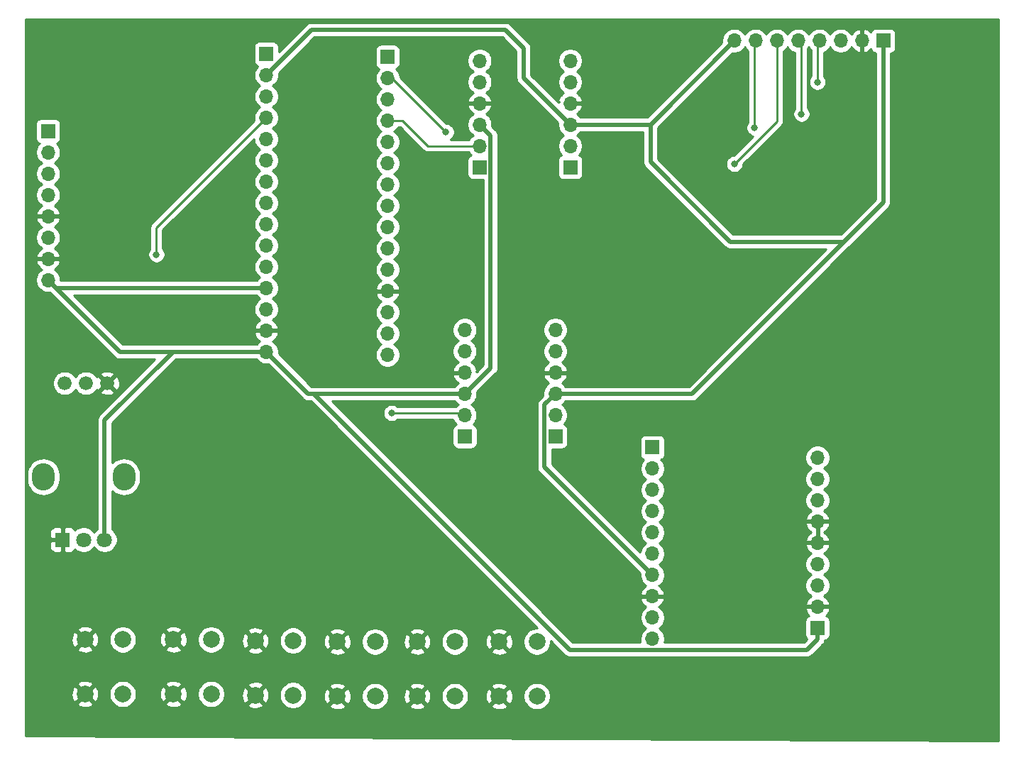
<source format=gbr>
%TF.GenerationSoftware,KiCad,Pcbnew,5.1.6-c6e7f7d~87~ubuntu20.04.1*%
%TF.CreationDate,2020-11-03T02:20:16-05:00*%
%TF.ProjectId,radio,72616469-6f2e-46b6-9963-61645f706362,rev?*%
%TF.SameCoordinates,Original*%
%TF.FileFunction,Copper,L2,Bot*%
%TF.FilePolarity,Positive*%
%FSLAX46Y46*%
G04 Gerber Fmt 4.6, Leading zero omitted, Abs format (unit mm)*
G04 Created by KiCad (PCBNEW 5.1.6-c6e7f7d~87~ubuntu20.04.1) date 2020-11-03 02:20:16*
%MOMM*%
%LPD*%
G01*
G04 APERTURE LIST*
%TA.AperFunction,ComponentPad*%
%ADD10O,1.700000X1.700000*%
%TD*%
%TA.AperFunction,ComponentPad*%
%ADD11R,1.700000X1.700000*%
%TD*%
%TA.AperFunction,ComponentPad*%
%ADD12C,1.676400*%
%TD*%
%TA.AperFunction,ComponentPad*%
%ADD13C,2.000000*%
%TD*%
%TA.AperFunction,ComponentPad*%
%ADD14O,2.720000X3.240000*%
%TD*%
%TA.AperFunction,ComponentPad*%
%ADD15C,1.800000*%
%TD*%
%TA.AperFunction,ComponentPad*%
%ADD16R,1.800000X1.800000*%
%TD*%
%TA.AperFunction,ViaPad*%
%ADD17C,0.800000*%
%TD*%
%TA.AperFunction,Conductor*%
%ADD18C,0.500000*%
%TD*%
%TA.AperFunction,Conductor*%
%ADD19C,0.250000*%
%TD*%
%TA.AperFunction,Conductor*%
%ADD20C,0.254000*%
%TD*%
G04 APERTURE END LIST*
D10*
%TO.P,U8,8*%
%TO.N,+3V3*%
X136510000Y-53624000D03*
%TO.P,U8,7*%
%TO.N,Net-(U4-Pad6)*%
X139050000Y-53624000D03*
%TO.P,U8,6*%
%TO.N,Net-(U5-Pad1)*%
X141590000Y-53624000D03*
%TO.P,U8,5*%
%TO.N,Net-(U5-Pad2)*%
X144130000Y-53624000D03*
%TO.P,U8,4*%
%TO.N,Net-(U5-Pad5)*%
X146670000Y-53624000D03*
%TO.P,U8,3*%
%TO.N,Net-(U5-Pad6)*%
X149210000Y-53624000D03*
%TO.P,U8,2*%
%TO.N,GND*%
X151750000Y-53624000D03*
D11*
%TO.P,U8,1*%
%TO.N,+3V3*%
X154290000Y-53624000D03*
%TD*%
D10*
%TO.P,U7,10*%
%TO.N,Net-(U6-Pad4)*%
X126749000Y-124998000D03*
%TO.P,U7,9*%
%TO.N,Net-(U6-Pad7)*%
X126749000Y-122458000D03*
%TO.P,U7,8*%
%TO.N,GND*%
X126749000Y-119918000D03*
%TO.P,U7,7*%
%TO.N,+3V3*%
X126749000Y-117378000D03*
%TO.P,U7,6*%
%TO.N,Net-(U4-Pad1)*%
X126749000Y-114838000D03*
%TO.P,U7,5*%
%TO.N,Net-(U4-Pad2)*%
X126749000Y-112298000D03*
%TO.P,U7,4*%
%TO.N,Net-(U7-Pad4)*%
X126749000Y-109758000D03*
%TO.P,U7,3*%
%TO.N,Net-(U4-Pad5)*%
X126749000Y-107218000D03*
%TO.P,U7,2*%
%TO.N,Net-(U7-Pad2)*%
X126749000Y-104678000D03*
D11*
%TO.P,U7,1*%
%TO.N,Net-(U7-Pad1)*%
X126749000Y-102138000D03*
%TD*%
D10*
%TO.P,U6,9*%
%TO.N,Net-(U6-Pad9)*%
X146445000Y-103361000D03*
%TO.P,U6,8*%
%TO.N,Net-(U6-Pad8)*%
X146445000Y-105901000D03*
%TO.P,U6,7*%
%TO.N,Net-(U6-Pad7)*%
X146445000Y-108441000D03*
%TO.P,U6,6*%
%TO.N,GND*%
X146445000Y-110981000D03*
%TO.P,U6,5*%
X146445000Y-113521000D03*
%TO.P,U6,4*%
%TO.N,Net-(U6-Pad4)*%
X146445000Y-116061000D03*
%TO.P,U6,3*%
%TO.N,Net-(U6-Pad3)*%
X146445000Y-118601000D03*
%TO.P,U6,2*%
%TO.N,GND*%
X146445000Y-121141000D03*
D11*
%TO.P,U6,1*%
%TO.N,+5V*%
X146445000Y-123681000D03*
%TD*%
D10*
%TO.P,U5,7*%
%TO.N,/LCD_SCE*%
X106137000Y-56008000D03*
%TO.P,U5,10*%
%TO.N,+5V*%
X106137000Y-63628000D03*
%TO.P,U5,11*%
%TO.N,/LCD_DC*%
X106137000Y-66168000D03*
%TO.P,U5,8*%
%TO.N,/LCD_RST*%
X106137000Y-58548000D03*
D11*
%TO.P,U5,12*%
%TO.N,/LCD_DN*%
X106137000Y-68708000D03*
D10*
%TO.P,U5,9*%
%TO.N,GND*%
X106137000Y-61088000D03*
%TO.P,U5,6*%
%TO.N,Net-(U5-Pad6)*%
X116937000Y-56008000D03*
%TO.P,U5,5*%
%TO.N,Net-(U5-Pad5)*%
X116937000Y-58548000D03*
%TO.P,U5,4*%
%TO.N,GND*%
X116937000Y-61088000D03*
%TO.P,U5,3*%
%TO.N,+3V3*%
X116937000Y-63628000D03*
%TO.P,U5,2*%
%TO.N,Net-(U5-Pad2)*%
X116937000Y-66168000D03*
D11*
%TO.P,U5,1*%
%TO.N,Net-(U5-Pad1)*%
X116937000Y-68708000D03*
%TD*%
D10*
%TO.P,U4,7*%
%TO.N,/LCD_SCLK*%
X104359000Y-88139000D03*
%TO.P,U4,10*%
%TO.N,+5V*%
X104359000Y-95759000D03*
%TO.P,U4,11*%
%TO.N,/Si4_SCLK*%
X104359000Y-98299000D03*
%TO.P,U4,8*%
%TO.N,/Si4_RST*%
X104359000Y-90679000D03*
D11*
%TO.P,U4,12*%
%TO.N,/Si4_SDIO*%
X104359000Y-100839000D03*
D10*
%TO.P,U4,9*%
%TO.N,GND*%
X104359000Y-93219000D03*
%TO.P,U4,6*%
%TO.N,Net-(U4-Pad6)*%
X115159000Y-88139000D03*
%TO.P,U4,5*%
%TO.N,Net-(U4-Pad5)*%
X115159000Y-90679000D03*
%TO.P,U4,4*%
%TO.N,GND*%
X115159000Y-93219000D03*
%TO.P,U4,3*%
%TO.N,+3V3*%
X115159000Y-95759000D03*
%TO.P,U4,2*%
%TO.N,Net-(U4-Pad2)*%
X115159000Y-98299000D03*
D11*
%TO.P,U4,1*%
%TO.N,Net-(U4-Pad1)*%
X115159000Y-100839000D03*
%TD*%
D10*
%TO.P,U2,8*%
%TO.N,+5V*%
X54640000Y-82183000D03*
%TO.P,U2,7*%
%TO.N,GND*%
X54640000Y-79643000D03*
%TO.P,U2,6*%
%TO.N,Net-(U2-Pad6)*%
X54640000Y-77103000D03*
%TO.P,U2,5*%
%TO.N,GND*%
X54640000Y-74563000D03*
%TO.P,U2,4*%
%TO.N,Net-(SW7-Pad2)*%
X54640000Y-72023000D03*
%TO.P,U2,3*%
%TO.N,Net-(U2-Pad3)*%
X54640000Y-69483000D03*
%TO.P,U2,2*%
%TO.N,Net-(U2-Pad2)*%
X54640000Y-66943000D03*
D11*
%TO.P,U2,1*%
%TO.N,Net-(U2-Pad1)*%
X54640000Y-64403000D03*
%TD*%
D10*
%TO.P,U1,25*%
%TO.N,/LCD_SCLK*%
X95146000Y-68247000D03*
%TO.P,U1,23*%
%TO.N,Net-(U1-Pad23)*%
X95146000Y-73327000D03*
%TO.P,U1,24*%
%TO.N,Net-(U1-Pad24)*%
X95146000Y-70787000D03*
%TO.P,U1,26*%
%TO.N,/LCD_RST*%
X95146000Y-65707000D03*
%TO.P,U1,27*%
%TO.N,/LCD_DC*%
X95146000Y-63167000D03*
D11*
%TO.P,U1,30*%
%TO.N,/SW0*%
X95146000Y-55547000D03*
D10*
%TO.P,U1,29*%
%TO.N,/LCD_DN*%
X95146000Y-58087000D03*
%TO.P,U1,28*%
%TO.N,/LCD_SCE*%
X95146000Y-60627000D03*
%TO.P,U1,22*%
%TO.N,Net-(U1-Pad22)*%
X95146000Y-75867000D03*
%TO.P,U1,21*%
%TO.N,Net-(U1-Pad21)*%
X95146000Y-78407000D03*
%TO.P,U1,20*%
%TO.N,/Si4_RST*%
X95146000Y-80947000D03*
%TO.P,U1,19*%
%TO.N,GND*%
X95146000Y-83487000D03*
%TO.P,U1,18*%
%TO.N,Net-(U1-Pad18)*%
X95146000Y-86027000D03*
%TO.P,U1,17*%
%TO.N,Net-(U1-Pad17)*%
X95146000Y-88567000D03*
%TO.P,U1,16*%
%TO.N,Net-(U1-Pad16)*%
X95146000Y-91107000D03*
%TO.P,U1,15*%
%TO.N,+5V*%
X80672000Y-90747000D03*
%TO.P,U1,14*%
%TO.N,GND*%
X80672000Y-88207000D03*
%TO.P,U1,13*%
%TO.N,Net-(U1-Pad13)*%
X80672000Y-85667000D03*
%TO.P,U1,12*%
%TO.N,+5V*%
X80672000Y-83127000D03*
%TO.P,U1,11*%
%TO.N,/SW5*%
X80672000Y-80587000D03*
%TO.P,U1,10*%
%TO.N,/SW4*%
X80672000Y-78047000D03*
%TO.P,U1,9*%
%TO.N,/Si4_SCLK*%
X80672000Y-75507000D03*
%TO.P,U1,8*%
%TO.N,/Si4_SDIO*%
X80672000Y-72967000D03*
%TO.P,U1,7*%
%TO.N,/SW3*%
X80672000Y-70427000D03*
%TO.P,U1,6*%
%TO.N,/SW2*%
X80672000Y-67887000D03*
%TO.P,U1,5*%
%TO.N,/SW1*%
X80672000Y-65347000D03*
%TO.P,U1,4*%
%TO.N,/Vol*%
X80672000Y-62807000D03*
%TO.P,U1,3*%
%TO.N,Net-(U1-Pad3)*%
X80672000Y-60267000D03*
%TO.P,U1,2*%
%TO.N,+3V3*%
X80672000Y-57727000D03*
D11*
%TO.P,U1,1*%
%TO.N,Net-(U1-Pad1)*%
X80672000Y-55187000D03*
%TD*%
D12*
%TO.P,SW7,3*%
%TO.N,GND*%
X61722000Y-94488000D03*
%TO.P,SW7,1*%
%TO.N,Net-(SW7-Pad1)*%
X56642000Y-94488000D03*
%TO.P,SW7,2*%
%TO.N,Net-(SW7-Pad2)*%
X59182000Y-94488000D03*
%TD*%
D13*
%TO.P,SW6,1*%
%TO.N,GND*%
X108458000Y-125326000D03*
%TO.P,SW6,2*%
%TO.N,/SW5*%
X112958000Y-125326000D03*
%TO.P,SW6,1*%
%TO.N,GND*%
X108458000Y-131826000D03*
%TO.P,SW6,2*%
%TO.N,/SW5*%
X112958000Y-131826000D03*
%TD*%
%TO.P,SW5,1*%
%TO.N,GND*%
X98679000Y-125326000D03*
%TO.P,SW5,2*%
%TO.N,/SW4*%
X103179000Y-125326000D03*
%TO.P,SW5,1*%
%TO.N,GND*%
X98679000Y-131826000D03*
%TO.P,SW5,2*%
%TO.N,/SW4*%
X103179000Y-131826000D03*
%TD*%
%TO.P,SW4,1*%
%TO.N,GND*%
X89154000Y-125326000D03*
%TO.P,SW4,2*%
%TO.N,/SW3*%
X93654000Y-125326000D03*
%TO.P,SW4,1*%
%TO.N,GND*%
X89154000Y-131826000D03*
%TO.P,SW4,2*%
%TO.N,/SW3*%
X93654000Y-131826000D03*
%TD*%
%TO.P,SW3,1*%
%TO.N,GND*%
X79375000Y-125199000D03*
%TO.P,SW3,2*%
%TO.N,/SW2*%
X83875000Y-125199000D03*
%TO.P,SW3,1*%
%TO.N,GND*%
X79375000Y-131699000D03*
%TO.P,SW3,2*%
%TO.N,/SW2*%
X83875000Y-131699000D03*
%TD*%
%TO.P,SW2,1*%
%TO.N,GND*%
X69596000Y-125072000D03*
%TO.P,SW2,2*%
%TO.N,/SW1*%
X74096000Y-125072000D03*
%TO.P,SW2,1*%
%TO.N,GND*%
X69596000Y-131572000D03*
%TO.P,SW2,2*%
%TO.N,/SW1*%
X74096000Y-131572000D03*
%TD*%
%TO.P,SW1,1*%
%TO.N,GND*%
X59055000Y-125072000D03*
%TO.P,SW1,2*%
%TO.N,/SW0*%
X63555000Y-125072000D03*
%TO.P,SW1,1*%
%TO.N,GND*%
X59055000Y-131572000D03*
%TO.P,SW1,2*%
%TO.N,/SW0*%
X63555000Y-131572000D03*
%TD*%
D14*
%TO.P,RV1,*%
%TO.N,*%
X54088000Y-105657000D03*
X63688000Y-105657000D03*
D15*
%TO.P,RV1,3*%
%TO.N,+5V*%
X61388000Y-113157000D03*
%TO.P,RV1,2*%
%TO.N,/Vol*%
X58888000Y-113157000D03*
D16*
%TO.P,RV1,1*%
%TO.N,GND*%
X56388000Y-113157000D03*
%TD*%
D17*
%TO.N,/Vol*%
X67564000Y-79121000D03*
%TO.N,/LCD_DN*%
X102108000Y-64516000D03*
%TO.N,/Si4_SCLK*%
X95631000Y-98044000D03*
%TO.N,Net-(U4-Pad6)*%
X138938000Y-64008000D03*
%TO.N,Net-(U5-Pad5)*%
X146431000Y-58547000D03*
%TO.N,Net-(U5-Pad2)*%
X144526000Y-62357000D03*
%TO.N,Net-(U5-Pad1)*%
X136525000Y-68326000D03*
%TD*%
D18*
%TO.N,+5V*%
X63204000Y-90747000D02*
X54640000Y-82183000D01*
X61388000Y-98897000D02*
X69538000Y-90747000D01*
X61388000Y-113157000D02*
X61388000Y-98897000D01*
X69538000Y-90747000D02*
X63204000Y-90747000D01*
X80672000Y-90747000D02*
X69538000Y-90747000D01*
X80672000Y-90747000D02*
X85684000Y-95759000D01*
X55584000Y-83127000D02*
X54640000Y-82183000D01*
X80672000Y-83127000D02*
X55584000Y-83127000D01*
X145177999Y-126298001D02*
X116900001Y-126298001D01*
X146445000Y-125031000D02*
X145177999Y-126298001D01*
X146445000Y-123681000D02*
X146445000Y-125031000D01*
X116900001Y-126298001D02*
X86361000Y-95759000D01*
X86361000Y-95759000D02*
X85978000Y-95759000D01*
X85978000Y-95759000D02*
X104359000Y-95759000D01*
X85684000Y-95759000D02*
X85978000Y-95759000D01*
X107437001Y-92680999D02*
X104359000Y-95759000D01*
X107437001Y-64928001D02*
X107437001Y-92680999D01*
X106137000Y-63628000D02*
X107437001Y-64928001D01*
D19*
%TO.N,/Vol*%
X67564000Y-75915000D02*
X67564000Y-79121000D01*
X80672000Y-62807000D02*
X67564000Y-75915000D01*
%TO.N,/LCD_DN*%
X95679000Y-58087000D02*
X95146000Y-58087000D01*
X102108000Y-64516000D02*
X95679000Y-58087000D01*
%TO.N,/LCD_DC*%
X95146000Y-63167000D02*
X96949000Y-63167000D01*
X99950000Y-66168000D02*
X106137000Y-66168000D01*
X96949000Y-63167000D02*
X99950000Y-66168000D01*
%TO.N,/Si4_SCLK*%
X104104000Y-98044000D02*
X104359000Y-98299000D01*
X95631000Y-98044000D02*
X104104000Y-98044000D01*
D18*
%TO.N,+3V3*%
X126506000Y-63628000D02*
X136510000Y-53624000D01*
X116937000Y-63628000D02*
X126506000Y-63628000D01*
X113858999Y-104487999D02*
X126749000Y-117378000D01*
X113858999Y-97059001D02*
X113858999Y-104487999D01*
X115159000Y-95759000D02*
X113858999Y-97059001D01*
X115159000Y-95759000D02*
X131444000Y-95759000D01*
X154290000Y-72913000D02*
X154290000Y-53624000D01*
X126506000Y-63628000D02*
X126506000Y-68086000D01*
X126506000Y-68086000D02*
X136017000Y-77597000D01*
X149606000Y-77597000D02*
X154290000Y-72913000D01*
X136017000Y-77597000D02*
X149606000Y-77597000D01*
X131444000Y-95759000D02*
X149606000Y-77597000D01*
X80672000Y-57727000D02*
X86075000Y-52324000D01*
X86075000Y-52324000D02*
X109220000Y-52324000D01*
X109220000Y-52324000D02*
X111379000Y-54483000D01*
X111379000Y-58070000D02*
X116937000Y-63628000D01*
X111379000Y-54483000D02*
X111379000Y-58070000D01*
D19*
%TO.N,Net-(U4-Pad6)*%
X138938000Y-53736000D02*
X139050000Y-53624000D01*
X138938000Y-64008000D02*
X138938000Y-53736000D01*
%TO.N,Net-(U5-Pad5)*%
X146431000Y-53863000D02*
X146670000Y-53624000D01*
X146431000Y-58547000D02*
X146431000Y-53863000D01*
%TO.N,Net-(U5-Pad2)*%
X144526000Y-54020000D02*
X144130000Y-53624000D01*
X144526000Y-62357000D02*
X144526000Y-54020000D01*
%TO.N,Net-(U5-Pad1)*%
X141605000Y-53639000D02*
X141590000Y-53624000D01*
X141605000Y-63246000D02*
X141605000Y-53639000D01*
X136525000Y-68326000D02*
X141605000Y-63246000D01*
%TD*%
D20*
%TO.N,GND*%
G36*
X168021000Y-137159305D02*
G01*
X51943000Y-136525691D01*
X51943000Y-132707413D01*
X58099192Y-132707413D01*
X58194956Y-132971814D01*
X58484571Y-133112704D01*
X58796108Y-133194384D01*
X59117595Y-133213718D01*
X59436675Y-133169961D01*
X59741088Y-133064795D01*
X59915044Y-132971814D01*
X60010808Y-132707413D01*
X59055000Y-131751605D01*
X58099192Y-132707413D01*
X51943000Y-132707413D01*
X51943000Y-131634595D01*
X57413282Y-131634595D01*
X57457039Y-131953675D01*
X57562205Y-132258088D01*
X57655186Y-132432044D01*
X57919587Y-132527808D01*
X58875395Y-131572000D01*
X59234605Y-131572000D01*
X60190413Y-132527808D01*
X60454814Y-132432044D01*
X60595704Y-132142429D01*
X60677384Y-131830892D01*
X60696718Y-131509405D01*
X60683219Y-131410967D01*
X61920000Y-131410967D01*
X61920000Y-131733033D01*
X61982832Y-132048912D01*
X62106082Y-132346463D01*
X62285013Y-132614252D01*
X62512748Y-132841987D01*
X62780537Y-133020918D01*
X63078088Y-133144168D01*
X63393967Y-133207000D01*
X63716033Y-133207000D01*
X64031912Y-133144168D01*
X64329463Y-133020918D01*
X64597252Y-132841987D01*
X64731826Y-132707413D01*
X68640192Y-132707413D01*
X68735956Y-132971814D01*
X69025571Y-133112704D01*
X69337108Y-133194384D01*
X69658595Y-133213718D01*
X69977675Y-133169961D01*
X70282088Y-133064795D01*
X70456044Y-132971814D01*
X70551808Y-132707413D01*
X69596000Y-131751605D01*
X68640192Y-132707413D01*
X64731826Y-132707413D01*
X64824987Y-132614252D01*
X65003918Y-132346463D01*
X65127168Y-132048912D01*
X65190000Y-131733033D01*
X65190000Y-131634595D01*
X67954282Y-131634595D01*
X67998039Y-131953675D01*
X68103205Y-132258088D01*
X68196186Y-132432044D01*
X68460587Y-132527808D01*
X69416395Y-131572000D01*
X69775605Y-131572000D01*
X70731413Y-132527808D01*
X70995814Y-132432044D01*
X71136704Y-132142429D01*
X71218384Y-131830892D01*
X71237718Y-131509405D01*
X71224219Y-131410967D01*
X72461000Y-131410967D01*
X72461000Y-131733033D01*
X72523832Y-132048912D01*
X72647082Y-132346463D01*
X72826013Y-132614252D01*
X73053748Y-132841987D01*
X73321537Y-133020918D01*
X73619088Y-133144168D01*
X73934967Y-133207000D01*
X74257033Y-133207000D01*
X74572912Y-133144168D01*
X74870463Y-133020918D01*
X75138252Y-132841987D01*
X75145826Y-132834413D01*
X78419192Y-132834413D01*
X78514956Y-133098814D01*
X78804571Y-133239704D01*
X79116108Y-133321384D01*
X79437595Y-133340718D01*
X79756675Y-133296961D01*
X80061088Y-133191795D01*
X80235044Y-133098814D01*
X80330808Y-132834413D01*
X79375000Y-131878605D01*
X78419192Y-132834413D01*
X75145826Y-132834413D01*
X75365987Y-132614252D01*
X75544918Y-132346463D01*
X75668168Y-132048912D01*
X75725318Y-131761595D01*
X77733282Y-131761595D01*
X77777039Y-132080675D01*
X77882205Y-132385088D01*
X77975186Y-132559044D01*
X78239587Y-132654808D01*
X79195395Y-131699000D01*
X79554605Y-131699000D01*
X80510413Y-132654808D01*
X80774814Y-132559044D01*
X80915704Y-132269429D01*
X80997384Y-131957892D01*
X81016718Y-131636405D01*
X81003219Y-131537967D01*
X82240000Y-131537967D01*
X82240000Y-131860033D01*
X82302832Y-132175912D01*
X82426082Y-132473463D01*
X82605013Y-132741252D01*
X82832748Y-132968987D01*
X83100537Y-133147918D01*
X83398088Y-133271168D01*
X83713967Y-133334000D01*
X84036033Y-133334000D01*
X84351912Y-133271168D01*
X84649463Y-133147918D01*
X84917252Y-132968987D01*
X84924826Y-132961413D01*
X88198192Y-132961413D01*
X88293956Y-133225814D01*
X88583571Y-133366704D01*
X88895108Y-133448384D01*
X89216595Y-133467718D01*
X89535675Y-133423961D01*
X89840088Y-133318795D01*
X90014044Y-133225814D01*
X90109808Y-132961413D01*
X89154000Y-132005605D01*
X88198192Y-132961413D01*
X84924826Y-132961413D01*
X85144987Y-132741252D01*
X85323918Y-132473463D01*
X85447168Y-132175912D01*
X85504318Y-131888595D01*
X87512282Y-131888595D01*
X87556039Y-132207675D01*
X87661205Y-132512088D01*
X87754186Y-132686044D01*
X88018587Y-132781808D01*
X88974395Y-131826000D01*
X89333605Y-131826000D01*
X90289413Y-132781808D01*
X90553814Y-132686044D01*
X90694704Y-132396429D01*
X90776384Y-132084892D01*
X90795718Y-131763405D01*
X90782219Y-131664967D01*
X92019000Y-131664967D01*
X92019000Y-131987033D01*
X92081832Y-132302912D01*
X92205082Y-132600463D01*
X92384013Y-132868252D01*
X92611748Y-133095987D01*
X92879537Y-133274918D01*
X93177088Y-133398168D01*
X93492967Y-133461000D01*
X93815033Y-133461000D01*
X94130912Y-133398168D01*
X94428463Y-133274918D01*
X94696252Y-133095987D01*
X94830826Y-132961413D01*
X97723192Y-132961413D01*
X97818956Y-133225814D01*
X98108571Y-133366704D01*
X98420108Y-133448384D01*
X98741595Y-133467718D01*
X99060675Y-133423961D01*
X99365088Y-133318795D01*
X99539044Y-133225814D01*
X99634808Y-132961413D01*
X98679000Y-132005605D01*
X97723192Y-132961413D01*
X94830826Y-132961413D01*
X94923987Y-132868252D01*
X95102918Y-132600463D01*
X95226168Y-132302912D01*
X95289000Y-131987033D01*
X95289000Y-131888595D01*
X97037282Y-131888595D01*
X97081039Y-132207675D01*
X97186205Y-132512088D01*
X97279186Y-132686044D01*
X97543587Y-132781808D01*
X98499395Y-131826000D01*
X98858605Y-131826000D01*
X99814413Y-132781808D01*
X100078814Y-132686044D01*
X100219704Y-132396429D01*
X100301384Y-132084892D01*
X100320718Y-131763405D01*
X100307219Y-131664967D01*
X101544000Y-131664967D01*
X101544000Y-131987033D01*
X101606832Y-132302912D01*
X101730082Y-132600463D01*
X101909013Y-132868252D01*
X102136748Y-133095987D01*
X102404537Y-133274918D01*
X102702088Y-133398168D01*
X103017967Y-133461000D01*
X103340033Y-133461000D01*
X103655912Y-133398168D01*
X103953463Y-133274918D01*
X104221252Y-133095987D01*
X104355826Y-132961413D01*
X107502192Y-132961413D01*
X107597956Y-133225814D01*
X107887571Y-133366704D01*
X108199108Y-133448384D01*
X108520595Y-133467718D01*
X108839675Y-133423961D01*
X109144088Y-133318795D01*
X109318044Y-133225814D01*
X109413808Y-132961413D01*
X108458000Y-132005605D01*
X107502192Y-132961413D01*
X104355826Y-132961413D01*
X104448987Y-132868252D01*
X104627918Y-132600463D01*
X104751168Y-132302912D01*
X104814000Y-131987033D01*
X104814000Y-131888595D01*
X106816282Y-131888595D01*
X106860039Y-132207675D01*
X106965205Y-132512088D01*
X107058186Y-132686044D01*
X107322587Y-132781808D01*
X108278395Y-131826000D01*
X108637605Y-131826000D01*
X109593413Y-132781808D01*
X109857814Y-132686044D01*
X109998704Y-132396429D01*
X110080384Y-132084892D01*
X110099718Y-131763405D01*
X110086219Y-131664967D01*
X111323000Y-131664967D01*
X111323000Y-131987033D01*
X111385832Y-132302912D01*
X111509082Y-132600463D01*
X111688013Y-132868252D01*
X111915748Y-133095987D01*
X112183537Y-133274918D01*
X112481088Y-133398168D01*
X112796967Y-133461000D01*
X113119033Y-133461000D01*
X113434912Y-133398168D01*
X113732463Y-133274918D01*
X114000252Y-133095987D01*
X114227987Y-132868252D01*
X114406918Y-132600463D01*
X114530168Y-132302912D01*
X114593000Y-131987033D01*
X114593000Y-131664967D01*
X114530168Y-131349088D01*
X114406918Y-131051537D01*
X114227987Y-130783748D01*
X114000252Y-130556013D01*
X113732463Y-130377082D01*
X113434912Y-130253832D01*
X113119033Y-130191000D01*
X112796967Y-130191000D01*
X112481088Y-130253832D01*
X112183537Y-130377082D01*
X111915748Y-130556013D01*
X111688013Y-130783748D01*
X111509082Y-131051537D01*
X111385832Y-131349088D01*
X111323000Y-131664967D01*
X110086219Y-131664967D01*
X110055961Y-131444325D01*
X109950795Y-131139912D01*
X109857814Y-130965956D01*
X109593413Y-130870192D01*
X108637605Y-131826000D01*
X108278395Y-131826000D01*
X107322587Y-130870192D01*
X107058186Y-130965956D01*
X106917296Y-131255571D01*
X106835616Y-131567108D01*
X106816282Y-131888595D01*
X104814000Y-131888595D01*
X104814000Y-131664967D01*
X104751168Y-131349088D01*
X104627918Y-131051537D01*
X104448987Y-130783748D01*
X104355826Y-130690587D01*
X107502192Y-130690587D01*
X108458000Y-131646395D01*
X109413808Y-130690587D01*
X109318044Y-130426186D01*
X109028429Y-130285296D01*
X108716892Y-130203616D01*
X108395405Y-130184282D01*
X108076325Y-130228039D01*
X107771912Y-130333205D01*
X107597956Y-130426186D01*
X107502192Y-130690587D01*
X104355826Y-130690587D01*
X104221252Y-130556013D01*
X103953463Y-130377082D01*
X103655912Y-130253832D01*
X103340033Y-130191000D01*
X103017967Y-130191000D01*
X102702088Y-130253832D01*
X102404537Y-130377082D01*
X102136748Y-130556013D01*
X101909013Y-130783748D01*
X101730082Y-131051537D01*
X101606832Y-131349088D01*
X101544000Y-131664967D01*
X100307219Y-131664967D01*
X100276961Y-131444325D01*
X100171795Y-131139912D01*
X100078814Y-130965956D01*
X99814413Y-130870192D01*
X98858605Y-131826000D01*
X98499395Y-131826000D01*
X97543587Y-130870192D01*
X97279186Y-130965956D01*
X97138296Y-131255571D01*
X97056616Y-131567108D01*
X97037282Y-131888595D01*
X95289000Y-131888595D01*
X95289000Y-131664967D01*
X95226168Y-131349088D01*
X95102918Y-131051537D01*
X94923987Y-130783748D01*
X94830826Y-130690587D01*
X97723192Y-130690587D01*
X98679000Y-131646395D01*
X99634808Y-130690587D01*
X99539044Y-130426186D01*
X99249429Y-130285296D01*
X98937892Y-130203616D01*
X98616405Y-130184282D01*
X98297325Y-130228039D01*
X97992912Y-130333205D01*
X97818956Y-130426186D01*
X97723192Y-130690587D01*
X94830826Y-130690587D01*
X94696252Y-130556013D01*
X94428463Y-130377082D01*
X94130912Y-130253832D01*
X93815033Y-130191000D01*
X93492967Y-130191000D01*
X93177088Y-130253832D01*
X92879537Y-130377082D01*
X92611748Y-130556013D01*
X92384013Y-130783748D01*
X92205082Y-131051537D01*
X92081832Y-131349088D01*
X92019000Y-131664967D01*
X90782219Y-131664967D01*
X90751961Y-131444325D01*
X90646795Y-131139912D01*
X90553814Y-130965956D01*
X90289413Y-130870192D01*
X89333605Y-131826000D01*
X88974395Y-131826000D01*
X88018587Y-130870192D01*
X87754186Y-130965956D01*
X87613296Y-131255571D01*
X87531616Y-131567108D01*
X87512282Y-131888595D01*
X85504318Y-131888595D01*
X85510000Y-131860033D01*
X85510000Y-131537967D01*
X85447168Y-131222088D01*
X85323918Y-130924537D01*
X85167598Y-130690587D01*
X88198192Y-130690587D01*
X89154000Y-131646395D01*
X90109808Y-130690587D01*
X90014044Y-130426186D01*
X89724429Y-130285296D01*
X89412892Y-130203616D01*
X89091405Y-130184282D01*
X88772325Y-130228039D01*
X88467912Y-130333205D01*
X88293956Y-130426186D01*
X88198192Y-130690587D01*
X85167598Y-130690587D01*
X85144987Y-130656748D01*
X84917252Y-130429013D01*
X84649463Y-130250082D01*
X84351912Y-130126832D01*
X84036033Y-130064000D01*
X83713967Y-130064000D01*
X83398088Y-130126832D01*
X83100537Y-130250082D01*
X82832748Y-130429013D01*
X82605013Y-130656748D01*
X82426082Y-130924537D01*
X82302832Y-131222088D01*
X82240000Y-131537967D01*
X81003219Y-131537967D01*
X80972961Y-131317325D01*
X80867795Y-131012912D01*
X80774814Y-130838956D01*
X80510413Y-130743192D01*
X79554605Y-131699000D01*
X79195395Y-131699000D01*
X78239587Y-130743192D01*
X77975186Y-130838956D01*
X77834296Y-131128571D01*
X77752616Y-131440108D01*
X77733282Y-131761595D01*
X75725318Y-131761595D01*
X75731000Y-131733033D01*
X75731000Y-131410967D01*
X75668168Y-131095088D01*
X75544918Y-130797537D01*
X75388598Y-130563587D01*
X78419192Y-130563587D01*
X79375000Y-131519395D01*
X80330808Y-130563587D01*
X80235044Y-130299186D01*
X79945429Y-130158296D01*
X79633892Y-130076616D01*
X79312405Y-130057282D01*
X78993325Y-130101039D01*
X78688912Y-130206205D01*
X78514956Y-130299186D01*
X78419192Y-130563587D01*
X75388598Y-130563587D01*
X75365987Y-130529748D01*
X75138252Y-130302013D01*
X74870463Y-130123082D01*
X74572912Y-129999832D01*
X74257033Y-129937000D01*
X73934967Y-129937000D01*
X73619088Y-129999832D01*
X73321537Y-130123082D01*
X73053748Y-130302013D01*
X72826013Y-130529748D01*
X72647082Y-130797537D01*
X72523832Y-131095088D01*
X72461000Y-131410967D01*
X71224219Y-131410967D01*
X71193961Y-131190325D01*
X71088795Y-130885912D01*
X70995814Y-130711956D01*
X70731413Y-130616192D01*
X69775605Y-131572000D01*
X69416395Y-131572000D01*
X68460587Y-130616192D01*
X68196186Y-130711956D01*
X68055296Y-131001571D01*
X67973616Y-131313108D01*
X67954282Y-131634595D01*
X65190000Y-131634595D01*
X65190000Y-131410967D01*
X65127168Y-131095088D01*
X65003918Y-130797537D01*
X64824987Y-130529748D01*
X64731826Y-130436587D01*
X68640192Y-130436587D01*
X69596000Y-131392395D01*
X70551808Y-130436587D01*
X70456044Y-130172186D01*
X70166429Y-130031296D01*
X69854892Y-129949616D01*
X69533405Y-129930282D01*
X69214325Y-129974039D01*
X68909912Y-130079205D01*
X68735956Y-130172186D01*
X68640192Y-130436587D01*
X64731826Y-130436587D01*
X64597252Y-130302013D01*
X64329463Y-130123082D01*
X64031912Y-129999832D01*
X63716033Y-129937000D01*
X63393967Y-129937000D01*
X63078088Y-129999832D01*
X62780537Y-130123082D01*
X62512748Y-130302013D01*
X62285013Y-130529748D01*
X62106082Y-130797537D01*
X61982832Y-131095088D01*
X61920000Y-131410967D01*
X60683219Y-131410967D01*
X60652961Y-131190325D01*
X60547795Y-130885912D01*
X60454814Y-130711956D01*
X60190413Y-130616192D01*
X59234605Y-131572000D01*
X58875395Y-131572000D01*
X57919587Y-130616192D01*
X57655186Y-130711956D01*
X57514296Y-131001571D01*
X57432616Y-131313108D01*
X57413282Y-131634595D01*
X51943000Y-131634595D01*
X51943000Y-130436587D01*
X58099192Y-130436587D01*
X59055000Y-131392395D01*
X60010808Y-130436587D01*
X59915044Y-130172186D01*
X59625429Y-130031296D01*
X59313892Y-129949616D01*
X58992405Y-129930282D01*
X58673325Y-129974039D01*
X58368912Y-130079205D01*
X58194956Y-130172186D01*
X58099192Y-130436587D01*
X51943000Y-130436587D01*
X51943000Y-126207413D01*
X58099192Y-126207413D01*
X58194956Y-126471814D01*
X58484571Y-126612704D01*
X58796108Y-126694384D01*
X59117595Y-126713718D01*
X59436675Y-126669961D01*
X59741088Y-126564795D01*
X59915044Y-126471814D01*
X60010808Y-126207413D01*
X59055000Y-125251605D01*
X58099192Y-126207413D01*
X51943000Y-126207413D01*
X51943000Y-125134595D01*
X57413282Y-125134595D01*
X57457039Y-125453675D01*
X57562205Y-125758088D01*
X57655186Y-125932044D01*
X57919587Y-126027808D01*
X58875395Y-125072000D01*
X59234605Y-125072000D01*
X60190413Y-126027808D01*
X60454814Y-125932044D01*
X60595704Y-125642429D01*
X60677384Y-125330892D01*
X60696718Y-125009405D01*
X60683219Y-124910967D01*
X61920000Y-124910967D01*
X61920000Y-125233033D01*
X61982832Y-125548912D01*
X62106082Y-125846463D01*
X62285013Y-126114252D01*
X62512748Y-126341987D01*
X62780537Y-126520918D01*
X63078088Y-126644168D01*
X63393967Y-126707000D01*
X63716033Y-126707000D01*
X64031912Y-126644168D01*
X64329463Y-126520918D01*
X64597252Y-126341987D01*
X64731826Y-126207413D01*
X68640192Y-126207413D01*
X68735956Y-126471814D01*
X69025571Y-126612704D01*
X69337108Y-126694384D01*
X69658595Y-126713718D01*
X69977675Y-126669961D01*
X70282088Y-126564795D01*
X70456044Y-126471814D01*
X70551808Y-126207413D01*
X69596000Y-125251605D01*
X68640192Y-126207413D01*
X64731826Y-126207413D01*
X64824987Y-126114252D01*
X65003918Y-125846463D01*
X65127168Y-125548912D01*
X65190000Y-125233033D01*
X65190000Y-125134595D01*
X67954282Y-125134595D01*
X67998039Y-125453675D01*
X68103205Y-125758088D01*
X68196186Y-125932044D01*
X68460587Y-126027808D01*
X69416395Y-125072000D01*
X69775605Y-125072000D01*
X70731413Y-126027808D01*
X70995814Y-125932044D01*
X71136704Y-125642429D01*
X71218384Y-125330892D01*
X71237718Y-125009405D01*
X71224219Y-124910967D01*
X72461000Y-124910967D01*
X72461000Y-125233033D01*
X72523832Y-125548912D01*
X72647082Y-125846463D01*
X72826013Y-126114252D01*
X73053748Y-126341987D01*
X73321537Y-126520918D01*
X73619088Y-126644168D01*
X73934967Y-126707000D01*
X74257033Y-126707000D01*
X74572912Y-126644168D01*
X74870463Y-126520918D01*
X75138252Y-126341987D01*
X75145826Y-126334413D01*
X78419192Y-126334413D01*
X78514956Y-126598814D01*
X78804571Y-126739704D01*
X79116108Y-126821384D01*
X79437595Y-126840718D01*
X79756675Y-126796961D01*
X80061088Y-126691795D01*
X80235044Y-126598814D01*
X80330808Y-126334413D01*
X79375000Y-125378605D01*
X78419192Y-126334413D01*
X75145826Y-126334413D01*
X75365987Y-126114252D01*
X75544918Y-125846463D01*
X75668168Y-125548912D01*
X75725318Y-125261595D01*
X77733282Y-125261595D01*
X77777039Y-125580675D01*
X77882205Y-125885088D01*
X77975186Y-126059044D01*
X78239587Y-126154808D01*
X79195395Y-125199000D01*
X79554605Y-125199000D01*
X80510413Y-126154808D01*
X80774814Y-126059044D01*
X80915704Y-125769429D01*
X80997384Y-125457892D01*
X81016718Y-125136405D01*
X81003219Y-125037967D01*
X82240000Y-125037967D01*
X82240000Y-125360033D01*
X82302832Y-125675912D01*
X82426082Y-125973463D01*
X82605013Y-126241252D01*
X82832748Y-126468987D01*
X83100537Y-126647918D01*
X83398088Y-126771168D01*
X83713967Y-126834000D01*
X84036033Y-126834000D01*
X84351912Y-126771168D01*
X84649463Y-126647918D01*
X84917252Y-126468987D01*
X84924826Y-126461413D01*
X88198192Y-126461413D01*
X88293956Y-126725814D01*
X88583571Y-126866704D01*
X88895108Y-126948384D01*
X89216595Y-126967718D01*
X89535675Y-126923961D01*
X89840088Y-126818795D01*
X90014044Y-126725814D01*
X90109808Y-126461413D01*
X89154000Y-125505605D01*
X88198192Y-126461413D01*
X84924826Y-126461413D01*
X85144987Y-126241252D01*
X85323918Y-125973463D01*
X85447168Y-125675912D01*
X85504318Y-125388595D01*
X87512282Y-125388595D01*
X87556039Y-125707675D01*
X87661205Y-126012088D01*
X87754186Y-126186044D01*
X88018587Y-126281808D01*
X88974395Y-125326000D01*
X89333605Y-125326000D01*
X90289413Y-126281808D01*
X90553814Y-126186044D01*
X90694704Y-125896429D01*
X90776384Y-125584892D01*
X90795718Y-125263405D01*
X90782219Y-125164967D01*
X92019000Y-125164967D01*
X92019000Y-125487033D01*
X92081832Y-125802912D01*
X92205082Y-126100463D01*
X92384013Y-126368252D01*
X92611748Y-126595987D01*
X92879537Y-126774918D01*
X93177088Y-126898168D01*
X93492967Y-126961000D01*
X93815033Y-126961000D01*
X94130912Y-126898168D01*
X94428463Y-126774918D01*
X94696252Y-126595987D01*
X94830826Y-126461413D01*
X97723192Y-126461413D01*
X97818956Y-126725814D01*
X98108571Y-126866704D01*
X98420108Y-126948384D01*
X98741595Y-126967718D01*
X99060675Y-126923961D01*
X99365088Y-126818795D01*
X99539044Y-126725814D01*
X99634808Y-126461413D01*
X98679000Y-125505605D01*
X97723192Y-126461413D01*
X94830826Y-126461413D01*
X94923987Y-126368252D01*
X95102918Y-126100463D01*
X95226168Y-125802912D01*
X95289000Y-125487033D01*
X95289000Y-125388595D01*
X97037282Y-125388595D01*
X97081039Y-125707675D01*
X97186205Y-126012088D01*
X97279186Y-126186044D01*
X97543587Y-126281808D01*
X98499395Y-125326000D01*
X98858605Y-125326000D01*
X99814413Y-126281808D01*
X100078814Y-126186044D01*
X100219704Y-125896429D01*
X100301384Y-125584892D01*
X100320718Y-125263405D01*
X100307219Y-125164967D01*
X101544000Y-125164967D01*
X101544000Y-125487033D01*
X101606832Y-125802912D01*
X101730082Y-126100463D01*
X101909013Y-126368252D01*
X102136748Y-126595987D01*
X102404537Y-126774918D01*
X102702088Y-126898168D01*
X103017967Y-126961000D01*
X103340033Y-126961000D01*
X103655912Y-126898168D01*
X103953463Y-126774918D01*
X104221252Y-126595987D01*
X104355826Y-126461413D01*
X107502192Y-126461413D01*
X107597956Y-126725814D01*
X107887571Y-126866704D01*
X108199108Y-126948384D01*
X108520595Y-126967718D01*
X108839675Y-126923961D01*
X109144088Y-126818795D01*
X109318044Y-126725814D01*
X109413808Y-126461413D01*
X108458000Y-125505605D01*
X107502192Y-126461413D01*
X104355826Y-126461413D01*
X104448987Y-126368252D01*
X104627918Y-126100463D01*
X104751168Y-125802912D01*
X104814000Y-125487033D01*
X104814000Y-125388595D01*
X106816282Y-125388595D01*
X106860039Y-125707675D01*
X106965205Y-126012088D01*
X107058186Y-126186044D01*
X107322587Y-126281808D01*
X108278395Y-125326000D01*
X108637605Y-125326000D01*
X109593413Y-126281808D01*
X109857814Y-126186044D01*
X109998704Y-125896429D01*
X110080384Y-125584892D01*
X110099718Y-125263405D01*
X110055961Y-124944325D01*
X109950795Y-124639912D01*
X109857814Y-124465956D01*
X109593413Y-124370192D01*
X108637605Y-125326000D01*
X108278395Y-125326000D01*
X107322587Y-124370192D01*
X107058186Y-124465956D01*
X106917296Y-124755571D01*
X106835616Y-125067108D01*
X106816282Y-125388595D01*
X104814000Y-125388595D01*
X104814000Y-125164967D01*
X104751168Y-124849088D01*
X104627918Y-124551537D01*
X104448987Y-124283748D01*
X104355826Y-124190587D01*
X107502192Y-124190587D01*
X108458000Y-125146395D01*
X109413808Y-124190587D01*
X109318044Y-123926186D01*
X109028429Y-123785296D01*
X108716892Y-123703616D01*
X108395405Y-123684282D01*
X108076325Y-123728039D01*
X107771912Y-123833205D01*
X107597956Y-123926186D01*
X107502192Y-124190587D01*
X104355826Y-124190587D01*
X104221252Y-124056013D01*
X103953463Y-123877082D01*
X103655912Y-123753832D01*
X103340033Y-123691000D01*
X103017967Y-123691000D01*
X102702088Y-123753832D01*
X102404537Y-123877082D01*
X102136748Y-124056013D01*
X101909013Y-124283748D01*
X101730082Y-124551537D01*
X101606832Y-124849088D01*
X101544000Y-125164967D01*
X100307219Y-125164967D01*
X100276961Y-124944325D01*
X100171795Y-124639912D01*
X100078814Y-124465956D01*
X99814413Y-124370192D01*
X98858605Y-125326000D01*
X98499395Y-125326000D01*
X97543587Y-124370192D01*
X97279186Y-124465956D01*
X97138296Y-124755571D01*
X97056616Y-125067108D01*
X97037282Y-125388595D01*
X95289000Y-125388595D01*
X95289000Y-125164967D01*
X95226168Y-124849088D01*
X95102918Y-124551537D01*
X94923987Y-124283748D01*
X94830826Y-124190587D01*
X97723192Y-124190587D01*
X98679000Y-125146395D01*
X99634808Y-124190587D01*
X99539044Y-123926186D01*
X99249429Y-123785296D01*
X98937892Y-123703616D01*
X98616405Y-123684282D01*
X98297325Y-123728039D01*
X97992912Y-123833205D01*
X97818956Y-123926186D01*
X97723192Y-124190587D01*
X94830826Y-124190587D01*
X94696252Y-124056013D01*
X94428463Y-123877082D01*
X94130912Y-123753832D01*
X93815033Y-123691000D01*
X93492967Y-123691000D01*
X93177088Y-123753832D01*
X92879537Y-123877082D01*
X92611748Y-124056013D01*
X92384013Y-124283748D01*
X92205082Y-124551537D01*
X92081832Y-124849088D01*
X92019000Y-125164967D01*
X90782219Y-125164967D01*
X90751961Y-124944325D01*
X90646795Y-124639912D01*
X90553814Y-124465956D01*
X90289413Y-124370192D01*
X89333605Y-125326000D01*
X88974395Y-125326000D01*
X88018587Y-124370192D01*
X87754186Y-124465956D01*
X87613296Y-124755571D01*
X87531616Y-125067108D01*
X87512282Y-125388595D01*
X85504318Y-125388595D01*
X85510000Y-125360033D01*
X85510000Y-125037967D01*
X85447168Y-124722088D01*
X85323918Y-124424537D01*
X85167598Y-124190587D01*
X88198192Y-124190587D01*
X89154000Y-125146395D01*
X90109808Y-124190587D01*
X90014044Y-123926186D01*
X89724429Y-123785296D01*
X89412892Y-123703616D01*
X89091405Y-123684282D01*
X88772325Y-123728039D01*
X88467912Y-123833205D01*
X88293956Y-123926186D01*
X88198192Y-124190587D01*
X85167598Y-124190587D01*
X85144987Y-124156748D01*
X84917252Y-123929013D01*
X84649463Y-123750082D01*
X84351912Y-123626832D01*
X84036033Y-123564000D01*
X83713967Y-123564000D01*
X83398088Y-123626832D01*
X83100537Y-123750082D01*
X82832748Y-123929013D01*
X82605013Y-124156748D01*
X82426082Y-124424537D01*
X82302832Y-124722088D01*
X82240000Y-125037967D01*
X81003219Y-125037967D01*
X80972961Y-124817325D01*
X80867795Y-124512912D01*
X80774814Y-124338956D01*
X80510413Y-124243192D01*
X79554605Y-125199000D01*
X79195395Y-125199000D01*
X78239587Y-124243192D01*
X77975186Y-124338956D01*
X77834296Y-124628571D01*
X77752616Y-124940108D01*
X77733282Y-125261595D01*
X75725318Y-125261595D01*
X75731000Y-125233033D01*
X75731000Y-124910967D01*
X75668168Y-124595088D01*
X75544918Y-124297537D01*
X75388598Y-124063587D01*
X78419192Y-124063587D01*
X79375000Y-125019395D01*
X80330808Y-124063587D01*
X80235044Y-123799186D01*
X79945429Y-123658296D01*
X79633892Y-123576616D01*
X79312405Y-123557282D01*
X78993325Y-123601039D01*
X78688912Y-123706205D01*
X78514956Y-123799186D01*
X78419192Y-124063587D01*
X75388598Y-124063587D01*
X75365987Y-124029748D01*
X75138252Y-123802013D01*
X74870463Y-123623082D01*
X74572912Y-123499832D01*
X74257033Y-123437000D01*
X73934967Y-123437000D01*
X73619088Y-123499832D01*
X73321537Y-123623082D01*
X73053748Y-123802013D01*
X72826013Y-124029748D01*
X72647082Y-124297537D01*
X72523832Y-124595088D01*
X72461000Y-124910967D01*
X71224219Y-124910967D01*
X71193961Y-124690325D01*
X71088795Y-124385912D01*
X70995814Y-124211956D01*
X70731413Y-124116192D01*
X69775605Y-125072000D01*
X69416395Y-125072000D01*
X68460587Y-124116192D01*
X68196186Y-124211956D01*
X68055296Y-124501571D01*
X67973616Y-124813108D01*
X67954282Y-125134595D01*
X65190000Y-125134595D01*
X65190000Y-124910967D01*
X65127168Y-124595088D01*
X65003918Y-124297537D01*
X64824987Y-124029748D01*
X64731826Y-123936587D01*
X68640192Y-123936587D01*
X69596000Y-124892395D01*
X70551808Y-123936587D01*
X70456044Y-123672186D01*
X70166429Y-123531296D01*
X69854892Y-123449616D01*
X69533405Y-123430282D01*
X69214325Y-123474039D01*
X68909912Y-123579205D01*
X68735956Y-123672186D01*
X68640192Y-123936587D01*
X64731826Y-123936587D01*
X64597252Y-123802013D01*
X64329463Y-123623082D01*
X64031912Y-123499832D01*
X63716033Y-123437000D01*
X63393967Y-123437000D01*
X63078088Y-123499832D01*
X62780537Y-123623082D01*
X62512748Y-123802013D01*
X62285013Y-124029748D01*
X62106082Y-124297537D01*
X61982832Y-124595088D01*
X61920000Y-124910967D01*
X60683219Y-124910967D01*
X60652961Y-124690325D01*
X60547795Y-124385912D01*
X60454814Y-124211956D01*
X60190413Y-124116192D01*
X59234605Y-125072000D01*
X58875395Y-125072000D01*
X57919587Y-124116192D01*
X57655186Y-124211956D01*
X57514296Y-124501571D01*
X57432616Y-124813108D01*
X57413282Y-125134595D01*
X51943000Y-125134595D01*
X51943000Y-123936587D01*
X58099192Y-123936587D01*
X59055000Y-124892395D01*
X60010808Y-123936587D01*
X59915044Y-123672186D01*
X59625429Y-123531296D01*
X59313892Y-123449616D01*
X58992405Y-123430282D01*
X58673325Y-123474039D01*
X58368912Y-123579205D01*
X58194956Y-123672186D01*
X58099192Y-123936587D01*
X51943000Y-123936587D01*
X51943000Y-114057000D01*
X54849928Y-114057000D01*
X54862188Y-114181482D01*
X54898498Y-114301180D01*
X54957463Y-114411494D01*
X55036815Y-114508185D01*
X55133506Y-114587537D01*
X55243820Y-114646502D01*
X55363518Y-114682812D01*
X55488000Y-114695072D01*
X56102250Y-114692000D01*
X56261000Y-114533250D01*
X56261000Y-113284000D01*
X55011750Y-113284000D01*
X54853000Y-113442750D01*
X54849928Y-114057000D01*
X51943000Y-114057000D01*
X51943000Y-112257000D01*
X54849928Y-112257000D01*
X54853000Y-112871250D01*
X55011750Y-113030000D01*
X56261000Y-113030000D01*
X56261000Y-111780750D01*
X56102250Y-111622000D01*
X55488000Y-111618928D01*
X55363518Y-111631188D01*
X55243820Y-111667498D01*
X55133506Y-111726463D01*
X55036815Y-111805815D01*
X54957463Y-111902506D01*
X54898498Y-112012820D01*
X54862188Y-112132518D01*
X54849928Y-112257000D01*
X51943000Y-112257000D01*
X51943000Y-105299002D01*
X52093000Y-105299002D01*
X52093000Y-106014997D01*
X52121867Y-106308087D01*
X52235943Y-106684146D01*
X52421193Y-107030725D01*
X52670497Y-107334503D01*
X52974275Y-107583807D01*
X53320853Y-107769057D01*
X53696912Y-107883133D01*
X54088000Y-107921652D01*
X54479087Y-107883133D01*
X54855146Y-107769057D01*
X55201725Y-107583807D01*
X55505503Y-107334503D01*
X55754807Y-107030725D01*
X55940057Y-106684147D01*
X56054133Y-106308088D01*
X56083000Y-106014998D01*
X56083000Y-105299003D01*
X56054133Y-105005913D01*
X55940057Y-104629853D01*
X55754807Y-104283275D01*
X55505503Y-103979497D01*
X55201725Y-103730193D01*
X54855147Y-103544943D01*
X54479088Y-103430867D01*
X54088000Y-103392348D01*
X53696913Y-103430867D01*
X53320854Y-103544943D01*
X52974276Y-103730193D01*
X52670498Y-103979497D01*
X52421193Y-104283275D01*
X52235943Y-104629853D01*
X52121867Y-105005912D01*
X52093000Y-105299002D01*
X51943000Y-105299002D01*
X51943000Y-94342902D01*
X55168800Y-94342902D01*
X55168800Y-94633098D01*
X55225414Y-94917717D01*
X55336467Y-95185822D01*
X55497691Y-95427110D01*
X55702890Y-95632309D01*
X55944178Y-95793533D01*
X56212283Y-95904586D01*
X56496902Y-95961200D01*
X56787098Y-95961200D01*
X57071717Y-95904586D01*
X57339822Y-95793533D01*
X57581110Y-95632309D01*
X57786309Y-95427110D01*
X57912000Y-95239001D01*
X58037691Y-95427110D01*
X58242890Y-95632309D01*
X58484178Y-95793533D01*
X58752283Y-95904586D01*
X59036902Y-95961200D01*
X59327098Y-95961200D01*
X59611717Y-95904586D01*
X59879822Y-95793533D01*
X60121110Y-95632309D01*
X60245444Y-95507975D01*
X60881630Y-95507975D01*
X60957838Y-95755844D01*
X61219865Y-95880563D01*
X61501189Y-95951768D01*
X61790999Y-95966719D01*
X62078157Y-95924845D01*
X62351628Y-95827754D01*
X62486162Y-95755844D01*
X62562370Y-95507975D01*
X61722000Y-94667605D01*
X60881630Y-95507975D01*
X60245444Y-95507975D01*
X60326309Y-95427110D01*
X60449289Y-95243057D01*
X60454156Y-95252162D01*
X60702025Y-95328370D01*
X61542395Y-94488000D01*
X61901605Y-94488000D01*
X62741975Y-95328370D01*
X62989844Y-95252162D01*
X63114563Y-94990135D01*
X63185768Y-94708811D01*
X63200719Y-94419001D01*
X63158845Y-94131843D01*
X63061754Y-93858372D01*
X62989844Y-93723838D01*
X62741975Y-93647630D01*
X61901605Y-94488000D01*
X61542395Y-94488000D01*
X60702025Y-93647630D01*
X60454156Y-93723838D01*
X60449601Y-93733408D01*
X60326309Y-93548890D01*
X60245444Y-93468025D01*
X60881630Y-93468025D01*
X61722000Y-94308395D01*
X62562370Y-93468025D01*
X62486162Y-93220156D01*
X62224135Y-93095437D01*
X61942811Y-93024232D01*
X61653001Y-93009281D01*
X61365843Y-93051155D01*
X61092372Y-93148246D01*
X60957838Y-93220156D01*
X60881630Y-93468025D01*
X60245444Y-93468025D01*
X60121110Y-93343691D01*
X59879822Y-93182467D01*
X59611717Y-93071414D01*
X59327098Y-93014800D01*
X59036902Y-93014800D01*
X58752283Y-93071414D01*
X58484178Y-93182467D01*
X58242890Y-93343691D01*
X58037691Y-93548890D01*
X57912000Y-93736999D01*
X57786309Y-93548890D01*
X57581110Y-93343691D01*
X57339822Y-93182467D01*
X57071717Y-93071414D01*
X56787098Y-93014800D01*
X56496902Y-93014800D01*
X56212283Y-93071414D01*
X55944178Y-93182467D01*
X55702890Y-93343691D01*
X55497691Y-93548890D01*
X55336467Y-93790178D01*
X55225414Y-94058283D01*
X55168800Y-94342902D01*
X51943000Y-94342902D01*
X51943000Y-82036740D01*
X53155000Y-82036740D01*
X53155000Y-82329260D01*
X53212068Y-82616158D01*
X53324010Y-82886411D01*
X53486525Y-83129632D01*
X53693368Y-83336475D01*
X53936589Y-83498990D01*
X54206842Y-83610932D01*
X54493740Y-83668000D01*
X54786260Y-83668000D01*
X54858960Y-83653539D01*
X54927470Y-83722049D01*
X54955183Y-83755817D01*
X54988951Y-83783530D01*
X54988953Y-83783532D01*
X54988958Y-83783536D01*
X62547468Y-91342047D01*
X62575183Y-91375817D01*
X62608951Y-91403530D01*
X62608953Y-91403532D01*
X62666075Y-91450411D01*
X62709941Y-91486411D01*
X62863687Y-91568589D01*
X62979903Y-91603843D01*
X63030509Y-91619195D01*
X63045306Y-91620652D01*
X63160523Y-91632000D01*
X63160531Y-91632000D01*
X63204000Y-91636281D01*
X63247469Y-91632000D01*
X67401421Y-91632000D01*
X60792952Y-98240470D01*
X60759184Y-98268183D01*
X60731471Y-98301951D01*
X60731468Y-98301954D01*
X60648590Y-98402941D01*
X60566412Y-98556687D01*
X60515805Y-98723510D01*
X60498719Y-98897000D01*
X60503001Y-98940479D01*
X60503000Y-111902210D01*
X60409495Y-111964688D01*
X60195688Y-112178495D01*
X60138000Y-112264831D01*
X60080312Y-112178495D01*
X59866505Y-111964688D01*
X59615095Y-111796701D01*
X59335743Y-111680989D01*
X59039184Y-111622000D01*
X58736816Y-111622000D01*
X58440257Y-111680989D01*
X58160905Y-111796701D01*
X57909495Y-111964688D01*
X57871880Y-112002303D01*
X57818537Y-111902506D01*
X57739185Y-111805815D01*
X57642494Y-111726463D01*
X57532180Y-111667498D01*
X57412482Y-111631188D01*
X57288000Y-111618928D01*
X56673750Y-111622000D01*
X56515000Y-111780750D01*
X56515000Y-113030000D01*
X56535000Y-113030000D01*
X56535000Y-113284000D01*
X56515000Y-113284000D01*
X56515000Y-114533250D01*
X56673750Y-114692000D01*
X57288000Y-114695072D01*
X57412482Y-114682812D01*
X57532180Y-114646502D01*
X57642494Y-114587537D01*
X57739185Y-114508185D01*
X57818537Y-114411494D01*
X57871880Y-114311697D01*
X57909495Y-114349312D01*
X58160905Y-114517299D01*
X58440257Y-114633011D01*
X58736816Y-114692000D01*
X59039184Y-114692000D01*
X59335743Y-114633011D01*
X59615095Y-114517299D01*
X59866505Y-114349312D01*
X60080312Y-114135505D01*
X60138000Y-114049169D01*
X60195688Y-114135505D01*
X60409495Y-114349312D01*
X60660905Y-114517299D01*
X60940257Y-114633011D01*
X61236816Y-114692000D01*
X61539184Y-114692000D01*
X61835743Y-114633011D01*
X62115095Y-114517299D01*
X62366505Y-114349312D01*
X62580312Y-114135505D01*
X62748299Y-113884095D01*
X62864011Y-113604743D01*
X62923000Y-113308184D01*
X62923000Y-113005816D01*
X62864011Y-112709257D01*
X62748299Y-112429905D01*
X62580312Y-112178495D01*
X62366505Y-111964688D01*
X62273000Y-111902210D01*
X62273000Y-107336557D01*
X62574275Y-107583807D01*
X62920853Y-107769057D01*
X63296912Y-107883133D01*
X63688000Y-107921652D01*
X64079087Y-107883133D01*
X64455146Y-107769057D01*
X64801725Y-107583807D01*
X65105503Y-107334503D01*
X65354807Y-107030725D01*
X65540057Y-106684147D01*
X65654133Y-106308088D01*
X65683000Y-106014998D01*
X65683000Y-105299003D01*
X65654133Y-105005913D01*
X65540057Y-104629853D01*
X65354807Y-104283275D01*
X65105503Y-103979497D01*
X64801725Y-103730193D01*
X64455147Y-103544943D01*
X64079088Y-103430867D01*
X63688000Y-103392348D01*
X63296913Y-103430867D01*
X62920854Y-103544943D01*
X62574276Y-103730193D01*
X62273000Y-103977444D01*
X62273000Y-99263578D01*
X69904579Y-91632000D01*
X79477344Y-91632000D01*
X79518525Y-91693632D01*
X79725368Y-91900475D01*
X79968589Y-92062990D01*
X80238842Y-92174932D01*
X80525740Y-92232000D01*
X80818260Y-92232000D01*
X80890961Y-92217539D01*
X85027468Y-96354047D01*
X85055183Y-96387817D01*
X85088951Y-96415530D01*
X85088953Y-96415532D01*
X85146075Y-96462411D01*
X85189941Y-96498411D01*
X85343687Y-96580589D01*
X85510510Y-96631195D01*
X85640523Y-96644000D01*
X85640533Y-96644000D01*
X85683999Y-96648281D01*
X85727465Y-96644000D01*
X85994422Y-96644000D01*
X113041421Y-123691000D01*
X112796967Y-123691000D01*
X112481088Y-123753832D01*
X112183537Y-123877082D01*
X111915748Y-124056013D01*
X111688013Y-124283748D01*
X111509082Y-124551537D01*
X111385832Y-124849088D01*
X111323000Y-125164967D01*
X111323000Y-125487033D01*
X111385832Y-125802912D01*
X111509082Y-126100463D01*
X111688013Y-126368252D01*
X111915748Y-126595987D01*
X112183537Y-126774918D01*
X112481088Y-126898168D01*
X112796967Y-126961000D01*
X113119033Y-126961000D01*
X113434912Y-126898168D01*
X113732463Y-126774918D01*
X114000252Y-126595987D01*
X114227987Y-126368252D01*
X114406918Y-126100463D01*
X114530168Y-125802912D01*
X114593000Y-125487033D01*
X114593000Y-125242579D01*
X116243471Y-126893050D01*
X116271184Y-126926818D01*
X116304952Y-126954531D01*
X116304954Y-126954533D01*
X116321020Y-126967718D01*
X116405942Y-127037412D01*
X116559688Y-127119590D01*
X116726511Y-127170196D01*
X116856524Y-127183001D01*
X116856534Y-127183001D01*
X116900000Y-127187282D01*
X116943466Y-127183001D01*
X145134530Y-127183001D01*
X145177999Y-127187282D01*
X145221468Y-127183001D01*
X145221476Y-127183001D01*
X145351489Y-127170196D01*
X145518312Y-127119590D01*
X145672058Y-127037412D01*
X145806816Y-126926818D01*
X145834533Y-126893045D01*
X147040049Y-125687530D01*
X147073817Y-125659817D01*
X147184411Y-125525059D01*
X147266589Y-125371313D01*
X147302903Y-125251605D01*
X147317195Y-125204491D01*
X147320683Y-125169072D01*
X147320935Y-125166518D01*
X147419482Y-125156812D01*
X147539180Y-125120502D01*
X147649494Y-125061537D01*
X147746185Y-124982185D01*
X147825537Y-124885494D01*
X147884502Y-124775180D01*
X147920812Y-124655482D01*
X147933072Y-124531000D01*
X147933072Y-122831000D01*
X147920812Y-122706518D01*
X147884502Y-122586820D01*
X147825537Y-122476506D01*
X147746185Y-122379815D01*
X147649494Y-122300463D01*
X147539180Y-122241498D01*
X147458534Y-122217034D01*
X147542588Y-122141269D01*
X147716641Y-121907920D01*
X147841825Y-121645099D01*
X147886476Y-121497890D01*
X147765155Y-121268000D01*
X146572000Y-121268000D01*
X146572000Y-121288000D01*
X146318000Y-121288000D01*
X146318000Y-121268000D01*
X145124845Y-121268000D01*
X145003524Y-121497890D01*
X145048175Y-121645099D01*
X145173359Y-121907920D01*
X145347412Y-122141269D01*
X145431466Y-122217034D01*
X145350820Y-122241498D01*
X145240506Y-122300463D01*
X145143815Y-122379815D01*
X145064463Y-122476506D01*
X145005498Y-122586820D01*
X144969188Y-122706518D01*
X144956928Y-122831000D01*
X144956928Y-124531000D01*
X144969188Y-124655482D01*
X145005498Y-124775180D01*
X145064463Y-124885494D01*
X145143815Y-124982185D01*
X145197873Y-125026549D01*
X144811421Y-125413001D01*
X128180544Y-125413001D01*
X128234000Y-125144260D01*
X128234000Y-124851740D01*
X128176932Y-124564842D01*
X128064990Y-124294589D01*
X127902475Y-124051368D01*
X127695632Y-123844525D01*
X127521240Y-123728000D01*
X127695632Y-123611475D01*
X127902475Y-123404632D01*
X128064990Y-123161411D01*
X128176932Y-122891158D01*
X128234000Y-122604260D01*
X128234000Y-122311740D01*
X128176932Y-122024842D01*
X128064990Y-121754589D01*
X127902475Y-121511368D01*
X127695632Y-121304525D01*
X127513466Y-121182805D01*
X127630355Y-121113178D01*
X127846588Y-120918269D01*
X128020641Y-120684920D01*
X128145825Y-120422099D01*
X128190476Y-120274890D01*
X128069155Y-120045000D01*
X126876000Y-120045000D01*
X126876000Y-120065000D01*
X126622000Y-120065000D01*
X126622000Y-120045000D01*
X125428845Y-120045000D01*
X125307524Y-120274890D01*
X125352175Y-120422099D01*
X125477359Y-120684920D01*
X125651412Y-120918269D01*
X125867645Y-121113178D01*
X125984534Y-121182805D01*
X125802368Y-121304525D01*
X125595525Y-121511368D01*
X125433010Y-121754589D01*
X125321068Y-122024842D01*
X125264000Y-122311740D01*
X125264000Y-122604260D01*
X125321068Y-122891158D01*
X125433010Y-123161411D01*
X125595525Y-123404632D01*
X125802368Y-123611475D01*
X125976760Y-123728000D01*
X125802368Y-123844525D01*
X125595525Y-124051368D01*
X125433010Y-124294589D01*
X125321068Y-124564842D01*
X125264000Y-124851740D01*
X125264000Y-125144260D01*
X125317456Y-125413001D01*
X117266580Y-125413001D01*
X88497578Y-96644000D01*
X103164344Y-96644000D01*
X103205525Y-96705632D01*
X103412368Y-96912475D01*
X103586760Y-97029000D01*
X103412368Y-97145525D01*
X103273893Y-97284000D01*
X96334711Y-97284000D01*
X96290774Y-97240063D01*
X96121256Y-97126795D01*
X95932898Y-97048774D01*
X95732939Y-97009000D01*
X95529061Y-97009000D01*
X95329102Y-97048774D01*
X95140744Y-97126795D01*
X94971226Y-97240063D01*
X94827063Y-97384226D01*
X94713795Y-97553744D01*
X94635774Y-97742102D01*
X94596000Y-97942061D01*
X94596000Y-98145939D01*
X94635774Y-98345898D01*
X94713795Y-98534256D01*
X94827063Y-98703774D01*
X94971226Y-98847937D01*
X95140744Y-98961205D01*
X95329102Y-99039226D01*
X95529061Y-99079000D01*
X95732939Y-99079000D01*
X95932898Y-99039226D01*
X96121256Y-98961205D01*
X96290774Y-98847937D01*
X96334711Y-98804000D01*
X102960826Y-98804000D01*
X103043010Y-99002411D01*
X103205525Y-99245632D01*
X103337380Y-99377487D01*
X103264820Y-99399498D01*
X103154506Y-99458463D01*
X103057815Y-99537815D01*
X102978463Y-99634506D01*
X102919498Y-99744820D01*
X102883188Y-99864518D01*
X102870928Y-99989000D01*
X102870928Y-101689000D01*
X102883188Y-101813482D01*
X102919498Y-101933180D01*
X102978463Y-102043494D01*
X103057815Y-102140185D01*
X103154506Y-102219537D01*
X103264820Y-102278502D01*
X103384518Y-102314812D01*
X103509000Y-102327072D01*
X105209000Y-102327072D01*
X105333482Y-102314812D01*
X105453180Y-102278502D01*
X105563494Y-102219537D01*
X105660185Y-102140185D01*
X105739537Y-102043494D01*
X105798502Y-101933180D01*
X105834812Y-101813482D01*
X105847072Y-101689000D01*
X105847072Y-99989000D01*
X105834812Y-99864518D01*
X105798502Y-99744820D01*
X105739537Y-99634506D01*
X105660185Y-99537815D01*
X105563494Y-99458463D01*
X105453180Y-99399498D01*
X105380620Y-99377487D01*
X105512475Y-99245632D01*
X105674990Y-99002411D01*
X105786932Y-98732158D01*
X105844000Y-98445260D01*
X105844000Y-98152740D01*
X105786932Y-97865842D01*
X105674990Y-97595589D01*
X105512475Y-97352368D01*
X105305632Y-97145525D01*
X105131240Y-97029000D01*
X105305632Y-96912475D01*
X105512475Y-96705632D01*
X105674990Y-96462411D01*
X105786932Y-96192158D01*
X105844000Y-95905260D01*
X105844000Y-95612740D01*
X105829539Y-95540039D01*
X108032050Y-93337529D01*
X108065818Y-93309816D01*
X108176412Y-93175058D01*
X108258590Y-93021312D01*
X108309196Y-92854489D01*
X108322001Y-92724476D01*
X108322001Y-92724468D01*
X108326282Y-92680999D01*
X108322001Y-92637530D01*
X108322001Y-87992740D01*
X113674000Y-87992740D01*
X113674000Y-88285260D01*
X113731068Y-88572158D01*
X113843010Y-88842411D01*
X114005525Y-89085632D01*
X114212368Y-89292475D01*
X114386760Y-89409000D01*
X114212368Y-89525525D01*
X114005525Y-89732368D01*
X113843010Y-89975589D01*
X113731068Y-90245842D01*
X113674000Y-90532740D01*
X113674000Y-90825260D01*
X113731068Y-91112158D01*
X113843010Y-91382411D01*
X114005525Y-91625632D01*
X114212368Y-91832475D01*
X114394534Y-91954195D01*
X114277645Y-92023822D01*
X114061412Y-92218731D01*
X113887359Y-92452080D01*
X113762175Y-92714901D01*
X113717524Y-92862110D01*
X113838845Y-93092000D01*
X115032000Y-93092000D01*
X115032000Y-93072000D01*
X115286000Y-93072000D01*
X115286000Y-93092000D01*
X116479155Y-93092000D01*
X116600476Y-92862110D01*
X116555825Y-92714901D01*
X116430641Y-92452080D01*
X116256588Y-92218731D01*
X116040355Y-92023822D01*
X115923466Y-91954195D01*
X116105632Y-91832475D01*
X116312475Y-91625632D01*
X116474990Y-91382411D01*
X116586932Y-91112158D01*
X116644000Y-90825260D01*
X116644000Y-90532740D01*
X116586932Y-90245842D01*
X116474990Y-89975589D01*
X116312475Y-89732368D01*
X116105632Y-89525525D01*
X115931240Y-89409000D01*
X116105632Y-89292475D01*
X116312475Y-89085632D01*
X116474990Y-88842411D01*
X116586932Y-88572158D01*
X116644000Y-88285260D01*
X116644000Y-87992740D01*
X116586932Y-87705842D01*
X116474990Y-87435589D01*
X116312475Y-87192368D01*
X116105632Y-86985525D01*
X115862411Y-86823010D01*
X115592158Y-86711068D01*
X115305260Y-86654000D01*
X115012740Y-86654000D01*
X114725842Y-86711068D01*
X114455589Y-86823010D01*
X114212368Y-86985525D01*
X114005525Y-87192368D01*
X113843010Y-87435589D01*
X113731068Y-87705842D01*
X113674000Y-87992740D01*
X108322001Y-87992740D01*
X108322001Y-64971467D01*
X108326282Y-64928000D01*
X108322001Y-64884534D01*
X108322001Y-64884524D01*
X108309196Y-64754511D01*
X108258590Y-64587688D01*
X108176412Y-64433942D01*
X108065818Y-64299184D01*
X108032051Y-64271472D01*
X107607539Y-63846960D01*
X107622000Y-63774260D01*
X107622000Y-63481740D01*
X107564932Y-63194842D01*
X107452990Y-62924589D01*
X107290475Y-62681368D01*
X107083632Y-62474525D01*
X106901466Y-62352805D01*
X107018355Y-62283178D01*
X107234588Y-62088269D01*
X107408641Y-61854920D01*
X107533825Y-61592099D01*
X107578476Y-61444890D01*
X107457155Y-61215000D01*
X106264000Y-61215000D01*
X106264000Y-61235000D01*
X106010000Y-61235000D01*
X106010000Y-61215000D01*
X104816845Y-61215000D01*
X104695524Y-61444890D01*
X104740175Y-61592099D01*
X104865359Y-61854920D01*
X105039412Y-62088269D01*
X105255645Y-62283178D01*
X105372534Y-62352805D01*
X105190368Y-62474525D01*
X104983525Y-62681368D01*
X104821010Y-62924589D01*
X104709068Y-63194842D01*
X104652000Y-63481740D01*
X104652000Y-63774260D01*
X104709068Y-64061158D01*
X104821010Y-64331411D01*
X104983525Y-64574632D01*
X105190368Y-64781475D01*
X105364760Y-64898000D01*
X105190368Y-65014525D01*
X104983525Y-65221368D01*
X104858822Y-65408000D01*
X102635978Y-65408000D01*
X102767774Y-65319937D01*
X102911937Y-65175774D01*
X103025205Y-65006256D01*
X103103226Y-64817898D01*
X103143000Y-64617939D01*
X103143000Y-64414061D01*
X103103226Y-64214102D01*
X103025205Y-64025744D01*
X102911937Y-63856226D01*
X102767774Y-63712063D01*
X102598256Y-63598795D01*
X102409898Y-63520774D01*
X102209939Y-63481000D01*
X102147802Y-63481000D01*
X96631000Y-57964199D01*
X96631000Y-57940740D01*
X96573932Y-57653842D01*
X96461990Y-57383589D01*
X96299475Y-57140368D01*
X96167620Y-57008513D01*
X96240180Y-56986502D01*
X96350494Y-56927537D01*
X96447185Y-56848185D01*
X96526537Y-56751494D01*
X96585502Y-56641180D01*
X96621812Y-56521482D01*
X96634072Y-56397000D01*
X96634072Y-55861740D01*
X104652000Y-55861740D01*
X104652000Y-56154260D01*
X104709068Y-56441158D01*
X104821010Y-56711411D01*
X104983525Y-56954632D01*
X105190368Y-57161475D01*
X105364760Y-57278000D01*
X105190368Y-57394525D01*
X104983525Y-57601368D01*
X104821010Y-57844589D01*
X104709068Y-58114842D01*
X104652000Y-58401740D01*
X104652000Y-58694260D01*
X104709068Y-58981158D01*
X104821010Y-59251411D01*
X104983525Y-59494632D01*
X105190368Y-59701475D01*
X105372534Y-59823195D01*
X105255645Y-59892822D01*
X105039412Y-60087731D01*
X104865359Y-60321080D01*
X104740175Y-60583901D01*
X104695524Y-60731110D01*
X104816845Y-60961000D01*
X106010000Y-60961000D01*
X106010000Y-60941000D01*
X106264000Y-60941000D01*
X106264000Y-60961000D01*
X107457155Y-60961000D01*
X107578476Y-60731110D01*
X107533825Y-60583901D01*
X107408641Y-60321080D01*
X107234588Y-60087731D01*
X107018355Y-59892822D01*
X106901466Y-59823195D01*
X107083632Y-59701475D01*
X107290475Y-59494632D01*
X107452990Y-59251411D01*
X107564932Y-58981158D01*
X107622000Y-58694260D01*
X107622000Y-58401740D01*
X107564932Y-58114842D01*
X107452990Y-57844589D01*
X107290475Y-57601368D01*
X107083632Y-57394525D01*
X106909240Y-57278000D01*
X107083632Y-57161475D01*
X107290475Y-56954632D01*
X107452990Y-56711411D01*
X107564932Y-56441158D01*
X107622000Y-56154260D01*
X107622000Y-55861740D01*
X107564932Y-55574842D01*
X107452990Y-55304589D01*
X107290475Y-55061368D01*
X107083632Y-54854525D01*
X106840411Y-54692010D01*
X106570158Y-54580068D01*
X106283260Y-54523000D01*
X105990740Y-54523000D01*
X105703842Y-54580068D01*
X105433589Y-54692010D01*
X105190368Y-54854525D01*
X104983525Y-55061368D01*
X104821010Y-55304589D01*
X104709068Y-55574842D01*
X104652000Y-55861740D01*
X96634072Y-55861740D01*
X96634072Y-54697000D01*
X96621812Y-54572518D01*
X96585502Y-54452820D01*
X96526537Y-54342506D01*
X96447185Y-54245815D01*
X96350494Y-54166463D01*
X96240180Y-54107498D01*
X96120482Y-54071188D01*
X95996000Y-54058928D01*
X94296000Y-54058928D01*
X94171518Y-54071188D01*
X94051820Y-54107498D01*
X93941506Y-54166463D01*
X93844815Y-54245815D01*
X93765463Y-54342506D01*
X93706498Y-54452820D01*
X93670188Y-54572518D01*
X93657928Y-54697000D01*
X93657928Y-56397000D01*
X93670188Y-56521482D01*
X93706498Y-56641180D01*
X93765463Y-56751494D01*
X93844815Y-56848185D01*
X93941506Y-56927537D01*
X94051820Y-56986502D01*
X94124380Y-57008513D01*
X93992525Y-57140368D01*
X93830010Y-57383589D01*
X93718068Y-57653842D01*
X93661000Y-57940740D01*
X93661000Y-58233260D01*
X93718068Y-58520158D01*
X93830010Y-58790411D01*
X93992525Y-59033632D01*
X94199368Y-59240475D01*
X94373760Y-59357000D01*
X94199368Y-59473525D01*
X93992525Y-59680368D01*
X93830010Y-59923589D01*
X93718068Y-60193842D01*
X93661000Y-60480740D01*
X93661000Y-60773260D01*
X93718068Y-61060158D01*
X93830010Y-61330411D01*
X93992525Y-61573632D01*
X94199368Y-61780475D01*
X94373760Y-61897000D01*
X94199368Y-62013525D01*
X93992525Y-62220368D01*
X93830010Y-62463589D01*
X93718068Y-62733842D01*
X93661000Y-63020740D01*
X93661000Y-63313260D01*
X93718068Y-63600158D01*
X93830010Y-63870411D01*
X93992525Y-64113632D01*
X94199368Y-64320475D01*
X94373760Y-64437000D01*
X94199368Y-64553525D01*
X93992525Y-64760368D01*
X93830010Y-65003589D01*
X93718068Y-65273842D01*
X93661000Y-65560740D01*
X93661000Y-65853260D01*
X93718068Y-66140158D01*
X93830010Y-66410411D01*
X93992525Y-66653632D01*
X94199368Y-66860475D01*
X94373760Y-66977000D01*
X94199368Y-67093525D01*
X93992525Y-67300368D01*
X93830010Y-67543589D01*
X93718068Y-67813842D01*
X93661000Y-68100740D01*
X93661000Y-68393260D01*
X93718068Y-68680158D01*
X93830010Y-68950411D01*
X93992525Y-69193632D01*
X94199368Y-69400475D01*
X94373760Y-69517000D01*
X94199368Y-69633525D01*
X93992525Y-69840368D01*
X93830010Y-70083589D01*
X93718068Y-70353842D01*
X93661000Y-70640740D01*
X93661000Y-70933260D01*
X93718068Y-71220158D01*
X93830010Y-71490411D01*
X93992525Y-71733632D01*
X94199368Y-71940475D01*
X94373760Y-72057000D01*
X94199368Y-72173525D01*
X93992525Y-72380368D01*
X93830010Y-72623589D01*
X93718068Y-72893842D01*
X93661000Y-73180740D01*
X93661000Y-73473260D01*
X93718068Y-73760158D01*
X93830010Y-74030411D01*
X93992525Y-74273632D01*
X94199368Y-74480475D01*
X94373760Y-74597000D01*
X94199368Y-74713525D01*
X93992525Y-74920368D01*
X93830010Y-75163589D01*
X93718068Y-75433842D01*
X93661000Y-75720740D01*
X93661000Y-76013260D01*
X93718068Y-76300158D01*
X93830010Y-76570411D01*
X93992525Y-76813632D01*
X94199368Y-77020475D01*
X94373760Y-77137000D01*
X94199368Y-77253525D01*
X93992525Y-77460368D01*
X93830010Y-77703589D01*
X93718068Y-77973842D01*
X93661000Y-78260740D01*
X93661000Y-78553260D01*
X93718068Y-78840158D01*
X93830010Y-79110411D01*
X93992525Y-79353632D01*
X94199368Y-79560475D01*
X94373760Y-79677000D01*
X94199368Y-79793525D01*
X93992525Y-80000368D01*
X93830010Y-80243589D01*
X93718068Y-80513842D01*
X93661000Y-80800740D01*
X93661000Y-81093260D01*
X93718068Y-81380158D01*
X93830010Y-81650411D01*
X93992525Y-81893632D01*
X94199368Y-82100475D01*
X94381534Y-82222195D01*
X94264645Y-82291822D01*
X94048412Y-82486731D01*
X93874359Y-82720080D01*
X93749175Y-82982901D01*
X93704524Y-83130110D01*
X93825845Y-83360000D01*
X95019000Y-83360000D01*
X95019000Y-83340000D01*
X95273000Y-83340000D01*
X95273000Y-83360000D01*
X96466155Y-83360000D01*
X96587476Y-83130110D01*
X96542825Y-82982901D01*
X96417641Y-82720080D01*
X96243588Y-82486731D01*
X96027355Y-82291822D01*
X95910466Y-82222195D01*
X96092632Y-82100475D01*
X96299475Y-81893632D01*
X96461990Y-81650411D01*
X96573932Y-81380158D01*
X96631000Y-81093260D01*
X96631000Y-80800740D01*
X96573932Y-80513842D01*
X96461990Y-80243589D01*
X96299475Y-80000368D01*
X96092632Y-79793525D01*
X95918240Y-79677000D01*
X96092632Y-79560475D01*
X96299475Y-79353632D01*
X96461990Y-79110411D01*
X96573932Y-78840158D01*
X96631000Y-78553260D01*
X96631000Y-78260740D01*
X96573932Y-77973842D01*
X96461990Y-77703589D01*
X96299475Y-77460368D01*
X96092632Y-77253525D01*
X95918240Y-77137000D01*
X96092632Y-77020475D01*
X96299475Y-76813632D01*
X96461990Y-76570411D01*
X96573932Y-76300158D01*
X96631000Y-76013260D01*
X96631000Y-75720740D01*
X96573932Y-75433842D01*
X96461990Y-75163589D01*
X96299475Y-74920368D01*
X96092632Y-74713525D01*
X95918240Y-74597000D01*
X96092632Y-74480475D01*
X96299475Y-74273632D01*
X96461990Y-74030411D01*
X96573932Y-73760158D01*
X96631000Y-73473260D01*
X96631000Y-73180740D01*
X96573932Y-72893842D01*
X96461990Y-72623589D01*
X96299475Y-72380368D01*
X96092632Y-72173525D01*
X95918240Y-72057000D01*
X96092632Y-71940475D01*
X96299475Y-71733632D01*
X96461990Y-71490411D01*
X96573932Y-71220158D01*
X96631000Y-70933260D01*
X96631000Y-70640740D01*
X96573932Y-70353842D01*
X96461990Y-70083589D01*
X96299475Y-69840368D01*
X96092632Y-69633525D01*
X95918240Y-69517000D01*
X96092632Y-69400475D01*
X96299475Y-69193632D01*
X96461990Y-68950411D01*
X96573932Y-68680158D01*
X96631000Y-68393260D01*
X96631000Y-68100740D01*
X96573932Y-67813842D01*
X96461990Y-67543589D01*
X96299475Y-67300368D01*
X96092632Y-67093525D01*
X95918240Y-66977000D01*
X96092632Y-66860475D01*
X96299475Y-66653632D01*
X96461990Y-66410411D01*
X96573932Y-66140158D01*
X96631000Y-65853260D01*
X96631000Y-65560740D01*
X96573932Y-65273842D01*
X96461990Y-65003589D01*
X96299475Y-64760368D01*
X96092632Y-64553525D01*
X95918240Y-64437000D01*
X96092632Y-64320475D01*
X96299475Y-64113632D01*
X96424178Y-63927000D01*
X96634199Y-63927000D01*
X99386201Y-66679003D01*
X99409999Y-66708001D01*
X99438997Y-66731799D01*
X99525723Y-66802974D01*
X99633299Y-66860475D01*
X99657753Y-66873546D01*
X99801014Y-66917003D01*
X99912667Y-66928000D01*
X99912677Y-66928000D01*
X99950000Y-66931676D01*
X99987323Y-66928000D01*
X104858822Y-66928000D01*
X104983525Y-67114632D01*
X105115380Y-67246487D01*
X105042820Y-67268498D01*
X104932506Y-67327463D01*
X104835815Y-67406815D01*
X104756463Y-67503506D01*
X104697498Y-67613820D01*
X104661188Y-67733518D01*
X104648928Y-67858000D01*
X104648928Y-69558000D01*
X104661188Y-69682482D01*
X104697498Y-69802180D01*
X104756463Y-69912494D01*
X104835815Y-70009185D01*
X104932506Y-70088537D01*
X105042820Y-70147502D01*
X105162518Y-70183812D01*
X105287000Y-70196072D01*
X106552001Y-70196072D01*
X106552002Y-92314419D01*
X105774423Y-93091998D01*
X105679156Y-93091998D01*
X105800476Y-92862110D01*
X105755825Y-92714901D01*
X105630641Y-92452080D01*
X105456588Y-92218731D01*
X105240355Y-92023822D01*
X105123466Y-91954195D01*
X105305632Y-91832475D01*
X105512475Y-91625632D01*
X105674990Y-91382411D01*
X105786932Y-91112158D01*
X105844000Y-90825260D01*
X105844000Y-90532740D01*
X105786932Y-90245842D01*
X105674990Y-89975589D01*
X105512475Y-89732368D01*
X105305632Y-89525525D01*
X105131240Y-89409000D01*
X105305632Y-89292475D01*
X105512475Y-89085632D01*
X105674990Y-88842411D01*
X105786932Y-88572158D01*
X105844000Y-88285260D01*
X105844000Y-87992740D01*
X105786932Y-87705842D01*
X105674990Y-87435589D01*
X105512475Y-87192368D01*
X105305632Y-86985525D01*
X105062411Y-86823010D01*
X104792158Y-86711068D01*
X104505260Y-86654000D01*
X104212740Y-86654000D01*
X103925842Y-86711068D01*
X103655589Y-86823010D01*
X103412368Y-86985525D01*
X103205525Y-87192368D01*
X103043010Y-87435589D01*
X102931068Y-87705842D01*
X102874000Y-87992740D01*
X102874000Y-88285260D01*
X102931068Y-88572158D01*
X103043010Y-88842411D01*
X103205525Y-89085632D01*
X103412368Y-89292475D01*
X103586760Y-89409000D01*
X103412368Y-89525525D01*
X103205525Y-89732368D01*
X103043010Y-89975589D01*
X102931068Y-90245842D01*
X102874000Y-90532740D01*
X102874000Y-90825260D01*
X102931068Y-91112158D01*
X103043010Y-91382411D01*
X103205525Y-91625632D01*
X103412368Y-91832475D01*
X103594534Y-91954195D01*
X103477645Y-92023822D01*
X103261412Y-92218731D01*
X103087359Y-92452080D01*
X102962175Y-92714901D01*
X102917524Y-92862110D01*
X103038845Y-93092000D01*
X104232000Y-93092000D01*
X104232000Y-93072000D01*
X104486000Y-93072000D01*
X104486000Y-93092000D01*
X104506000Y-93092000D01*
X104506000Y-93346000D01*
X104486000Y-93346000D01*
X104486000Y-93366000D01*
X104232000Y-93366000D01*
X104232000Y-93346000D01*
X103038845Y-93346000D01*
X102917524Y-93575890D01*
X102962175Y-93723099D01*
X103087359Y-93985920D01*
X103261412Y-94219269D01*
X103477645Y-94414178D01*
X103594534Y-94483805D01*
X103412368Y-94605525D01*
X103205525Y-94812368D01*
X103164344Y-94874000D01*
X86404469Y-94874000D01*
X86361000Y-94869719D01*
X86317531Y-94874000D01*
X86050579Y-94874000D01*
X82142539Y-90965961D01*
X82157000Y-90893260D01*
X82157000Y-90600740D01*
X82099932Y-90313842D01*
X81987990Y-90043589D01*
X81825475Y-89800368D01*
X81618632Y-89593525D01*
X81436466Y-89471805D01*
X81553355Y-89402178D01*
X81769588Y-89207269D01*
X81943641Y-88973920D01*
X82068825Y-88711099D01*
X82113476Y-88563890D01*
X81992155Y-88334000D01*
X80799000Y-88334000D01*
X80799000Y-88354000D01*
X80545000Y-88354000D01*
X80545000Y-88334000D01*
X79351845Y-88334000D01*
X79230524Y-88563890D01*
X79275175Y-88711099D01*
X79400359Y-88973920D01*
X79574412Y-89207269D01*
X79790645Y-89402178D01*
X79907534Y-89471805D01*
X79725368Y-89593525D01*
X79518525Y-89800368D01*
X79477344Y-89862000D01*
X69581469Y-89862000D01*
X69538000Y-89857719D01*
X69494531Y-89862000D01*
X63570579Y-89862000D01*
X57720578Y-84012000D01*
X79477344Y-84012000D01*
X79518525Y-84073632D01*
X79725368Y-84280475D01*
X79899760Y-84397000D01*
X79725368Y-84513525D01*
X79518525Y-84720368D01*
X79356010Y-84963589D01*
X79244068Y-85233842D01*
X79187000Y-85520740D01*
X79187000Y-85813260D01*
X79244068Y-86100158D01*
X79356010Y-86370411D01*
X79518525Y-86613632D01*
X79725368Y-86820475D01*
X79907534Y-86942195D01*
X79790645Y-87011822D01*
X79574412Y-87206731D01*
X79400359Y-87440080D01*
X79275175Y-87702901D01*
X79230524Y-87850110D01*
X79351845Y-88080000D01*
X80545000Y-88080000D01*
X80545000Y-88060000D01*
X80799000Y-88060000D01*
X80799000Y-88080000D01*
X81992155Y-88080000D01*
X82113476Y-87850110D01*
X82068825Y-87702901D01*
X81943641Y-87440080D01*
X81769588Y-87206731D01*
X81553355Y-87011822D01*
X81436466Y-86942195D01*
X81618632Y-86820475D01*
X81825475Y-86613632D01*
X81987990Y-86370411D01*
X82099932Y-86100158D01*
X82143577Y-85880740D01*
X93661000Y-85880740D01*
X93661000Y-86173260D01*
X93718068Y-86460158D01*
X93830010Y-86730411D01*
X93992525Y-86973632D01*
X94199368Y-87180475D01*
X94373760Y-87297000D01*
X94199368Y-87413525D01*
X93992525Y-87620368D01*
X93830010Y-87863589D01*
X93718068Y-88133842D01*
X93661000Y-88420740D01*
X93661000Y-88713260D01*
X93718068Y-89000158D01*
X93830010Y-89270411D01*
X93992525Y-89513632D01*
X94199368Y-89720475D01*
X94373760Y-89837000D01*
X94199368Y-89953525D01*
X93992525Y-90160368D01*
X93830010Y-90403589D01*
X93718068Y-90673842D01*
X93661000Y-90960740D01*
X93661000Y-91253260D01*
X93718068Y-91540158D01*
X93830010Y-91810411D01*
X93992525Y-92053632D01*
X94199368Y-92260475D01*
X94442589Y-92422990D01*
X94712842Y-92534932D01*
X94999740Y-92592000D01*
X95292260Y-92592000D01*
X95579158Y-92534932D01*
X95849411Y-92422990D01*
X96092632Y-92260475D01*
X96299475Y-92053632D01*
X96461990Y-91810411D01*
X96573932Y-91540158D01*
X96631000Y-91253260D01*
X96631000Y-90960740D01*
X96573932Y-90673842D01*
X96461990Y-90403589D01*
X96299475Y-90160368D01*
X96092632Y-89953525D01*
X95918240Y-89837000D01*
X96092632Y-89720475D01*
X96299475Y-89513632D01*
X96461990Y-89270411D01*
X96573932Y-89000158D01*
X96631000Y-88713260D01*
X96631000Y-88420740D01*
X96573932Y-88133842D01*
X96461990Y-87863589D01*
X96299475Y-87620368D01*
X96092632Y-87413525D01*
X95918240Y-87297000D01*
X96092632Y-87180475D01*
X96299475Y-86973632D01*
X96461990Y-86730411D01*
X96573932Y-86460158D01*
X96631000Y-86173260D01*
X96631000Y-85880740D01*
X96573932Y-85593842D01*
X96461990Y-85323589D01*
X96299475Y-85080368D01*
X96092632Y-84873525D01*
X95910466Y-84751805D01*
X96027355Y-84682178D01*
X96243588Y-84487269D01*
X96417641Y-84253920D01*
X96542825Y-83991099D01*
X96587476Y-83843890D01*
X96466155Y-83614000D01*
X95273000Y-83614000D01*
X95273000Y-83634000D01*
X95019000Y-83634000D01*
X95019000Y-83614000D01*
X93825845Y-83614000D01*
X93704524Y-83843890D01*
X93749175Y-83991099D01*
X93874359Y-84253920D01*
X94048412Y-84487269D01*
X94264645Y-84682178D01*
X94381534Y-84751805D01*
X94199368Y-84873525D01*
X93992525Y-85080368D01*
X93830010Y-85323589D01*
X93718068Y-85593842D01*
X93661000Y-85880740D01*
X82143577Y-85880740D01*
X82157000Y-85813260D01*
X82157000Y-85520740D01*
X82099932Y-85233842D01*
X81987990Y-84963589D01*
X81825475Y-84720368D01*
X81618632Y-84513525D01*
X81444240Y-84397000D01*
X81618632Y-84280475D01*
X81825475Y-84073632D01*
X81987990Y-83830411D01*
X82099932Y-83560158D01*
X82157000Y-83273260D01*
X82157000Y-82980740D01*
X82099932Y-82693842D01*
X81987990Y-82423589D01*
X81825475Y-82180368D01*
X81618632Y-81973525D01*
X81444240Y-81857000D01*
X81618632Y-81740475D01*
X81825475Y-81533632D01*
X81987990Y-81290411D01*
X82099932Y-81020158D01*
X82157000Y-80733260D01*
X82157000Y-80440740D01*
X82099932Y-80153842D01*
X81987990Y-79883589D01*
X81825475Y-79640368D01*
X81618632Y-79433525D01*
X81444240Y-79317000D01*
X81618632Y-79200475D01*
X81825475Y-78993632D01*
X81987990Y-78750411D01*
X82099932Y-78480158D01*
X82157000Y-78193260D01*
X82157000Y-77900740D01*
X82099932Y-77613842D01*
X81987990Y-77343589D01*
X81825475Y-77100368D01*
X81618632Y-76893525D01*
X81444240Y-76777000D01*
X81618632Y-76660475D01*
X81825475Y-76453632D01*
X81987990Y-76210411D01*
X82099932Y-75940158D01*
X82157000Y-75653260D01*
X82157000Y-75360740D01*
X82099932Y-75073842D01*
X81987990Y-74803589D01*
X81825475Y-74560368D01*
X81618632Y-74353525D01*
X81444240Y-74237000D01*
X81618632Y-74120475D01*
X81825475Y-73913632D01*
X81987990Y-73670411D01*
X82099932Y-73400158D01*
X82157000Y-73113260D01*
X82157000Y-72820740D01*
X82099932Y-72533842D01*
X81987990Y-72263589D01*
X81825475Y-72020368D01*
X81618632Y-71813525D01*
X81444240Y-71697000D01*
X81618632Y-71580475D01*
X81825475Y-71373632D01*
X81987990Y-71130411D01*
X82099932Y-70860158D01*
X82157000Y-70573260D01*
X82157000Y-70280740D01*
X82099932Y-69993842D01*
X81987990Y-69723589D01*
X81825475Y-69480368D01*
X81618632Y-69273525D01*
X81444240Y-69157000D01*
X81618632Y-69040475D01*
X81825475Y-68833632D01*
X81987990Y-68590411D01*
X82099932Y-68320158D01*
X82157000Y-68033260D01*
X82157000Y-67740740D01*
X82099932Y-67453842D01*
X81987990Y-67183589D01*
X81825475Y-66940368D01*
X81618632Y-66733525D01*
X81444240Y-66617000D01*
X81618632Y-66500475D01*
X81825475Y-66293632D01*
X81987990Y-66050411D01*
X82099932Y-65780158D01*
X82157000Y-65493260D01*
X82157000Y-65200740D01*
X82099932Y-64913842D01*
X81987990Y-64643589D01*
X81825475Y-64400368D01*
X81618632Y-64193525D01*
X81444240Y-64077000D01*
X81618632Y-63960475D01*
X81825475Y-63753632D01*
X81987990Y-63510411D01*
X82099932Y-63240158D01*
X82157000Y-62953260D01*
X82157000Y-62660740D01*
X82099932Y-62373842D01*
X81987990Y-62103589D01*
X81825475Y-61860368D01*
X81618632Y-61653525D01*
X81444240Y-61537000D01*
X81618632Y-61420475D01*
X81825475Y-61213632D01*
X81987990Y-60970411D01*
X82099932Y-60700158D01*
X82157000Y-60413260D01*
X82157000Y-60120740D01*
X82099932Y-59833842D01*
X81987990Y-59563589D01*
X81825475Y-59320368D01*
X81618632Y-59113525D01*
X81444240Y-58997000D01*
X81618632Y-58880475D01*
X81825475Y-58673632D01*
X81987990Y-58430411D01*
X82099932Y-58160158D01*
X82157000Y-57873260D01*
X82157000Y-57580740D01*
X82142539Y-57508039D01*
X86441579Y-53209000D01*
X108853422Y-53209000D01*
X110494000Y-54849579D01*
X110494001Y-58026521D01*
X110489719Y-58070000D01*
X110506805Y-58243490D01*
X110557412Y-58410313D01*
X110639590Y-58564059D01*
X110722468Y-58665046D01*
X110722471Y-58665049D01*
X110750184Y-58698817D01*
X110783952Y-58726530D01*
X115466461Y-63409040D01*
X115452000Y-63481740D01*
X115452000Y-63774260D01*
X115509068Y-64061158D01*
X115621010Y-64331411D01*
X115783525Y-64574632D01*
X115990368Y-64781475D01*
X116164760Y-64898000D01*
X115990368Y-65014525D01*
X115783525Y-65221368D01*
X115621010Y-65464589D01*
X115509068Y-65734842D01*
X115452000Y-66021740D01*
X115452000Y-66314260D01*
X115509068Y-66601158D01*
X115621010Y-66871411D01*
X115783525Y-67114632D01*
X115915380Y-67246487D01*
X115842820Y-67268498D01*
X115732506Y-67327463D01*
X115635815Y-67406815D01*
X115556463Y-67503506D01*
X115497498Y-67613820D01*
X115461188Y-67733518D01*
X115448928Y-67858000D01*
X115448928Y-69558000D01*
X115461188Y-69682482D01*
X115497498Y-69802180D01*
X115556463Y-69912494D01*
X115635815Y-70009185D01*
X115732506Y-70088537D01*
X115842820Y-70147502D01*
X115962518Y-70183812D01*
X116087000Y-70196072D01*
X117787000Y-70196072D01*
X117911482Y-70183812D01*
X118031180Y-70147502D01*
X118141494Y-70088537D01*
X118238185Y-70009185D01*
X118317537Y-69912494D01*
X118376502Y-69802180D01*
X118412812Y-69682482D01*
X118425072Y-69558000D01*
X118425072Y-67858000D01*
X118412812Y-67733518D01*
X118376502Y-67613820D01*
X118317537Y-67503506D01*
X118238185Y-67406815D01*
X118141494Y-67327463D01*
X118031180Y-67268498D01*
X117958620Y-67246487D01*
X118090475Y-67114632D01*
X118252990Y-66871411D01*
X118364932Y-66601158D01*
X118422000Y-66314260D01*
X118422000Y-66021740D01*
X118364932Y-65734842D01*
X118252990Y-65464589D01*
X118090475Y-65221368D01*
X117883632Y-65014525D01*
X117709240Y-64898000D01*
X117883632Y-64781475D01*
X118090475Y-64574632D01*
X118131656Y-64513000D01*
X125621000Y-64513000D01*
X125621001Y-68042521D01*
X125616719Y-68086000D01*
X125633805Y-68259490D01*
X125684412Y-68426313D01*
X125766590Y-68580059D01*
X125849468Y-68681046D01*
X125849471Y-68681049D01*
X125877184Y-68714817D01*
X125910952Y-68742530D01*
X135360468Y-78192047D01*
X135388183Y-78225817D01*
X135421951Y-78253530D01*
X135421953Y-78253532D01*
X135430736Y-78260740D01*
X135522941Y-78336411D01*
X135676687Y-78418589D01*
X135843510Y-78469195D01*
X135973523Y-78482000D01*
X135973533Y-78482000D01*
X136016999Y-78486281D01*
X136060465Y-78482000D01*
X147469421Y-78482000D01*
X131077422Y-94874000D01*
X116353656Y-94874000D01*
X116312475Y-94812368D01*
X116105632Y-94605525D01*
X115923466Y-94483805D01*
X116040355Y-94414178D01*
X116256588Y-94219269D01*
X116430641Y-93985920D01*
X116555825Y-93723099D01*
X116600476Y-93575890D01*
X116479155Y-93346000D01*
X115286000Y-93346000D01*
X115286000Y-93366000D01*
X115032000Y-93366000D01*
X115032000Y-93346000D01*
X113838845Y-93346000D01*
X113717524Y-93575890D01*
X113762175Y-93723099D01*
X113887359Y-93985920D01*
X114061412Y-94219269D01*
X114277645Y-94414178D01*
X114394534Y-94483805D01*
X114212368Y-94605525D01*
X114005525Y-94812368D01*
X113843010Y-95055589D01*
X113731068Y-95325842D01*
X113674000Y-95612740D01*
X113674000Y-95905260D01*
X113688461Y-95977961D01*
X113263955Y-96402467D01*
X113230182Y-96430184D01*
X113119588Y-96564943D01*
X113037410Y-96718689D01*
X113008497Y-96814000D01*
X112991186Y-96871068D01*
X112986804Y-96885512D01*
X112973999Y-97015525D01*
X112973999Y-97015532D01*
X112969718Y-97059001D01*
X112973999Y-97102470D01*
X112974000Y-104444520D01*
X112969718Y-104487999D01*
X112986804Y-104661489D01*
X113037411Y-104828312D01*
X113119589Y-104982058D01*
X113202467Y-105083045D01*
X113202470Y-105083048D01*
X113230183Y-105116816D01*
X113263951Y-105144529D01*
X125278461Y-117159040D01*
X125264000Y-117231740D01*
X125264000Y-117524260D01*
X125321068Y-117811158D01*
X125433010Y-118081411D01*
X125595525Y-118324632D01*
X125802368Y-118531475D01*
X125984534Y-118653195D01*
X125867645Y-118722822D01*
X125651412Y-118917731D01*
X125477359Y-119151080D01*
X125352175Y-119413901D01*
X125307524Y-119561110D01*
X125428845Y-119791000D01*
X126622000Y-119791000D01*
X126622000Y-119771000D01*
X126876000Y-119771000D01*
X126876000Y-119791000D01*
X128069155Y-119791000D01*
X128190476Y-119561110D01*
X128145825Y-119413901D01*
X128020641Y-119151080D01*
X127846588Y-118917731D01*
X127630355Y-118722822D01*
X127513466Y-118653195D01*
X127695632Y-118531475D01*
X127902475Y-118324632D01*
X128064990Y-118081411D01*
X128176932Y-117811158D01*
X128234000Y-117524260D01*
X128234000Y-117231740D01*
X128176932Y-116944842D01*
X128064990Y-116674589D01*
X127902475Y-116431368D01*
X127695632Y-116224525D01*
X127521240Y-116108000D01*
X127695632Y-115991475D01*
X127772367Y-115914740D01*
X144960000Y-115914740D01*
X144960000Y-116207260D01*
X145017068Y-116494158D01*
X145129010Y-116764411D01*
X145291525Y-117007632D01*
X145498368Y-117214475D01*
X145672760Y-117331000D01*
X145498368Y-117447525D01*
X145291525Y-117654368D01*
X145129010Y-117897589D01*
X145017068Y-118167842D01*
X144960000Y-118454740D01*
X144960000Y-118747260D01*
X145017068Y-119034158D01*
X145129010Y-119304411D01*
X145291525Y-119547632D01*
X145498368Y-119754475D01*
X145680534Y-119876195D01*
X145563645Y-119945822D01*
X145347412Y-120140731D01*
X145173359Y-120374080D01*
X145048175Y-120636901D01*
X145003524Y-120784110D01*
X145124845Y-121014000D01*
X146318000Y-121014000D01*
X146318000Y-120994000D01*
X146572000Y-120994000D01*
X146572000Y-121014000D01*
X147765155Y-121014000D01*
X147886476Y-120784110D01*
X147841825Y-120636901D01*
X147716641Y-120374080D01*
X147542588Y-120140731D01*
X147326355Y-119945822D01*
X147209466Y-119876195D01*
X147391632Y-119754475D01*
X147598475Y-119547632D01*
X147760990Y-119304411D01*
X147872932Y-119034158D01*
X147930000Y-118747260D01*
X147930000Y-118454740D01*
X147872932Y-118167842D01*
X147760990Y-117897589D01*
X147598475Y-117654368D01*
X147391632Y-117447525D01*
X147217240Y-117331000D01*
X147391632Y-117214475D01*
X147598475Y-117007632D01*
X147760990Y-116764411D01*
X147872932Y-116494158D01*
X147930000Y-116207260D01*
X147930000Y-115914740D01*
X147872932Y-115627842D01*
X147760990Y-115357589D01*
X147598475Y-115114368D01*
X147391632Y-114907525D01*
X147209466Y-114785805D01*
X147326355Y-114716178D01*
X147542588Y-114521269D01*
X147716641Y-114287920D01*
X147841825Y-114025099D01*
X147886476Y-113877890D01*
X147765155Y-113648000D01*
X146572000Y-113648000D01*
X146572000Y-113668000D01*
X146318000Y-113668000D01*
X146318000Y-113648000D01*
X145124845Y-113648000D01*
X145003524Y-113877890D01*
X145048175Y-114025099D01*
X145173359Y-114287920D01*
X145347412Y-114521269D01*
X145563645Y-114716178D01*
X145680534Y-114785805D01*
X145498368Y-114907525D01*
X145291525Y-115114368D01*
X145129010Y-115357589D01*
X145017068Y-115627842D01*
X144960000Y-115914740D01*
X127772367Y-115914740D01*
X127902475Y-115784632D01*
X128064990Y-115541411D01*
X128176932Y-115271158D01*
X128234000Y-114984260D01*
X128234000Y-114691740D01*
X128176932Y-114404842D01*
X128064990Y-114134589D01*
X127902475Y-113891368D01*
X127695632Y-113684525D01*
X127521240Y-113568000D01*
X127695632Y-113451475D01*
X127902475Y-113244632D01*
X128064990Y-113001411D01*
X128176932Y-112731158D01*
X128234000Y-112444260D01*
X128234000Y-112151740D01*
X128176932Y-111864842D01*
X128064990Y-111594589D01*
X127902475Y-111351368D01*
X127888997Y-111337890D01*
X145003524Y-111337890D01*
X145048175Y-111485099D01*
X145173359Y-111747920D01*
X145347412Y-111981269D01*
X145563645Y-112176178D01*
X145689255Y-112251000D01*
X145563645Y-112325822D01*
X145347412Y-112520731D01*
X145173359Y-112754080D01*
X145048175Y-113016901D01*
X145003524Y-113164110D01*
X145124845Y-113394000D01*
X146318000Y-113394000D01*
X146318000Y-111108000D01*
X146572000Y-111108000D01*
X146572000Y-113394000D01*
X147765155Y-113394000D01*
X147886476Y-113164110D01*
X147841825Y-113016901D01*
X147716641Y-112754080D01*
X147542588Y-112520731D01*
X147326355Y-112325822D01*
X147200745Y-112251000D01*
X147326355Y-112176178D01*
X147542588Y-111981269D01*
X147716641Y-111747920D01*
X147841825Y-111485099D01*
X147886476Y-111337890D01*
X147765155Y-111108000D01*
X146572000Y-111108000D01*
X146318000Y-111108000D01*
X145124845Y-111108000D01*
X145003524Y-111337890D01*
X127888997Y-111337890D01*
X127695632Y-111144525D01*
X127521240Y-111028000D01*
X127695632Y-110911475D01*
X127902475Y-110704632D01*
X128064990Y-110461411D01*
X128176932Y-110191158D01*
X128234000Y-109904260D01*
X128234000Y-109611740D01*
X128176932Y-109324842D01*
X128064990Y-109054589D01*
X127902475Y-108811368D01*
X127695632Y-108604525D01*
X127521240Y-108488000D01*
X127695632Y-108371475D01*
X127902475Y-108164632D01*
X128064990Y-107921411D01*
X128176932Y-107651158D01*
X128234000Y-107364260D01*
X128234000Y-107071740D01*
X128176932Y-106784842D01*
X128064990Y-106514589D01*
X127902475Y-106271368D01*
X127695632Y-106064525D01*
X127521240Y-105948000D01*
X127695632Y-105831475D01*
X127902475Y-105624632D01*
X128064990Y-105381411D01*
X128176932Y-105111158D01*
X128234000Y-104824260D01*
X128234000Y-104531740D01*
X128176932Y-104244842D01*
X128064990Y-103974589D01*
X127902475Y-103731368D01*
X127770620Y-103599513D01*
X127843180Y-103577502D01*
X127953494Y-103518537D01*
X128050185Y-103439185D01*
X128129537Y-103342494D01*
X128188502Y-103232180D01*
X128193792Y-103214740D01*
X144960000Y-103214740D01*
X144960000Y-103507260D01*
X145017068Y-103794158D01*
X145129010Y-104064411D01*
X145291525Y-104307632D01*
X145498368Y-104514475D01*
X145672760Y-104631000D01*
X145498368Y-104747525D01*
X145291525Y-104954368D01*
X145129010Y-105197589D01*
X145017068Y-105467842D01*
X144960000Y-105754740D01*
X144960000Y-106047260D01*
X145017068Y-106334158D01*
X145129010Y-106604411D01*
X145291525Y-106847632D01*
X145498368Y-107054475D01*
X145672760Y-107171000D01*
X145498368Y-107287525D01*
X145291525Y-107494368D01*
X145129010Y-107737589D01*
X145017068Y-108007842D01*
X144960000Y-108294740D01*
X144960000Y-108587260D01*
X145017068Y-108874158D01*
X145129010Y-109144411D01*
X145291525Y-109387632D01*
X145498368Y-109594475D01*
X145680534Y-109716195D01*
X145563645Y-109785822D01*
X145347412Y-109980731D01*
X145173359Y-110214080D01*
X145048175Y-110476901D01*
X145003524Y-110624110D01*
X145124845Y-110854000D01*
X146318000Y-110854000D01*
X146318000Y-110834000D01*
X146572000Y-110834000D01*
X146572000Y-110854000D01*
X147765155Y-110854000D01*
X147886476Y-110624110D01*
X147841825Y-110476901D01*
X147716641Y-110214080D01*
X147542588Y-109980731D01*
X147326355Y-109785822D01*
X147209466Y-109716195D01*
X147391632Y-109594475D01*
X147598475Y-109387632D01*
X147760990Y-109144411D01*
X147872932Y-108874158D01*
X147930000Y-108587260D01*
X147930000Y-108294740D01*
X147872932Y-108007842D01*
X147760990Y-107737589D01*
X147598475Y-107494368D01*
X147391632Y-107287525D01*
X147217240Y-107171000D01*
X147391632Y-107054475D01*
X147598475Y-106847632D01*
X147760990Y-106604411D01*
X147872932Y-106334158D01*
X147930000Y-106047260D01*
X147930000Y-105754740D01*
X147872932Y-105467842D01*
X147760990Y-105197589D01*
X147598475Y-104954368D01*
X147391632Y-104747525D01*
X147217240Y-104631000D01*
X147391632Y-104514475D01*
X147598475Y-104307632D01*
X147760990Y-104064411D01*
X147872932Y-103794158D01*
X147930000Y-103507260D01*
X147930000Y-103214740D01*
X147872932Y-102927842D01*
X147760990Y-102657589D01*
X147598475Y-102414368D01*
X147391632Y-102207525D01*
X147148411Y-102045010D01*
X146878158Y-101933068D01*
X146591260Y-101876000D01*
X146298740Y-101876000D01*
X146011842Y-101933068D01*
X145741589Y-102045010D01*
X145498368Y-102207525D01*
X145291525Y-102414368D01*
X145129010Y-102657589D01*
X145017068Y-102927842D01*
X144960000Y-103214740D01*
X128193792Y-103214740D01*
X128224812Y-103112482D01*
X128237072Y-102988000D01*
X128237072Y-101288000D01*
X128224812Y-101163518D01*
X128188502Y-101043820D01*
X128129537Y-100933506D01*
X128050185Y-100836815D01*
X127953494Y-100757463D01*
X127843180Y-100698498D01*
X127723482Y-100662188D01*
X127599000Y-100649928D01*
X125899000Y-100649928D01*
X125774518Y-100662188D01*
X125654820Y-100698498D01*
X125544506Y-100757463D01*
X125447815Y-100836815D01*
X125368463Y-100933506D01*
X125309498Y-101043820D01*
X125273188Y-101163518D01*
X125260928Y-101288000D01*
X125260928Y-102988000D01*
X125273188Y-103112482D01*
X125309498Y-103232180D01*
X125368463Y-103342494D01*
X125447815Y-103439185D01*
X125544506Y-103518537D01*
X125654820Y-103577502D01*
X125727380Y-103599513D01*
X125595525Y-103731368D01*
X125433010Y-103974589D01*
X125321068Y-104244842D01*
X125264000Y-104531740D01*
X125264000Y-104824260D01*
X125321068Y-105111158D01*
X125433010Y-105381411D01*
X125595525Y-105624632D01*
X125802368Y-105831475D01*
X125976760Y-105948000D01*
X125802368Y-106064525D01*
X125595525Y-106271368D01*
X125433010Y-106514589D01*
X125321068Y-106784842D01*
X125264000Y-107071740D01*
X125264000Y-107364260D01*
X125321068Y-107651158D01*
X125433010Y-107921411D01*
X125595525Y-108164632D01*
X125802368Y-108371475D01*
X125976760Y-108488000D01*
X125802368Y-108604525D01*
X125595525Y-108811368D01*
X125433010Y-109054589D01*
X125321068Y-109324842D01*
X125264000Y-109611740D01*
X125264000Y-109904260D01*
X125321068Y-110191158D01*
X125433010Y-110461411D01*
X125595525Y-110704632D01*
X125802368Y-110911475D01*
X125976760Y-111028000D01*
X125802368Y-111144525D01*
X125595525Y-111351368D01*
X125433010Y-111594589D01*
X125321068Y-111864842D01*
X125264000Y-112151740D01*
X125264000Y-112444260D01*
X125321068Y-112731158D01*
X125433010Y-113001411D01*
X125595525Y-113244632D01*
X125802368Y-113451475D01*
X125976760Y-113568000D01*
X125802368Y-113684525D01*
X125595525Y-113891368D01*
X125433010Y-114134589D01*
X125321068Y-114404842D01*
X125272348Y-114649770D01*
X114743999Y-104121421D01*
X114743999Y-102327072D01*
X116009000Y-102327072D01*
X116133482Y-102314812D01*
X116253180Y-102278502D01*
X116363494Y-102219537D01*
X116460185Y-102140185D01*
X116539537Y-102043494D01*
X116598502Y-101933180D01*
X116634812Y-101813482D01*
X116647072Y-101689000D01*
X116647072Y-99989000D01*
X116634812Y-99864518D01*
X116598502Y-99744820D01*
X116539537Y-99634506D01*
X116460185Y-99537815D01*
X116363494Y-99458463D01*
X116253180Y-99399498D01*
X116180620Y-99377487D01*
X116312475Y-99245632D01*
X116474990Y-99002411D01*
X116586932Y-98732158D01*
X116644000Y-98445260D01*
X116644000Y-98152740D01*
X116586932Y-97865842D01*
X116474990Y-97595589D01*
X116312475Y-97352368D01*
X116105632Y-97145525D01*
X115931240Y-97029000D01*
X116105632Y-96912475D01*
X116312475Y-96705632D01*
X116353656Y-96644000D01*
X131400531Y-96644000D01*
X131444000Y-96648281D01*
X131487469Y-96644000D01*
X131487477Y-96644000D01*
X131617490Y-96631195D01*
X131784313Y-96580589D01*
X131938059Y-96498411D01*
X132072817Y-96387817D01*
X132100534Y-96354044D01*
X150201049Y-78253530D01*
X150234817Y-78225817D01*
X150262534Y-78192044D01*
X154885050Y-73569528D01*
X154918817Y-73541817D01*
X154946571Y-73508000D01*
X155029410Y-73407060D01*
X155029411Y-73407059D01*
X155111589Y-73253313D01*
X155162195Y-73086490D01*
X155175000Y-72956477D01*
X155175000Y-72956467D01*
X155179281Y-72913001D01*
X155175000Y-72869535D01*
X155175000Y-55108625D01*
X155264482Y-55099812D01*
X155384180Y-55063502D01*
X155494494Y-55004537D01*
X155591185Y-54925185D01*
X155670537Y-54828494D01*
X155729502Y-54718180D01*
X155765812Y-54598482D01*
X155778072Y-54474000D01*
X155778072Y-52774000D01*
X155765812Y-52649518D01*
X155729502Y-52529820D01*
X155670537Y-52419506D01*
X155591185Y-52322815D01*
X155494494Y-52243463D01*
X155384180Y-52184498D01*
X155264482Y-52148188D01*
X155140000Y-52135928D01*
X153440000Y-52135928D01*
X153315518Y-52148188D01*
X153195820Y-52184498D01*
X153085506Y-52243463D01*
X152988815Y-52322815D01*
X152909463Y-52419506D01*
X152850498Y-52529820D01*
X152826034Y-52610466D01*
X152750269Y-52526412D01*
X152516920Y-52352359D01*
X152254099Y-52227175D01*
X152106890Y-52182524D01*
X151877000Y-52303845D01*
X151877000Y-53497000D01*
X151897000Y-53497000D01*
X151897000Y-53751000D01*
X151877000Y-53751000D01*
X151877000Y-54944155D01*
X152106890Y-55065476D01*
X152254099Y-55020825D01*
X152516920Y-54895641D01*
X152750269Y-54721588D01*
X152826034Y-54637534D01*
X152850498Y-54718180D01*
X152909463Y-54828494D01*
X152988815Y-54925185D01*
X153085506Y-55004537D01*
X153195820Y-55063502D01*
X153315518Y-55099812D01*
X153405001Y-55108625D01*
X153405000Y-72546421D01*
X149239422Y-76712000D01*
X136383579Y-76712000D01*
X127391000Y-67719422D01*
X127391000Y-63994578D01*
X136291040Y-55094539D01*
X136363740Y-55109000D01*
X136656260Y-55109000D01*
X136943158Y-55051932D01*
X137213411Y-54939990D01*
X137456632Y-54777475D01*
X137663475Y-54570632D01*
X137780000Y-54396240D01*
X137896525Y-54570632D01*
X138103368Y-54777475D01*
X138178001Y-54827343D01*
X138178000Y-63304289D01*
X138134063Y-63348226D01*
X138020795Y-63517744D01*
X137942774Y-63706102D01*
X137903000Y-63906061D01*
X137903000Y-64109939D01*
X137942774Y-64309898D01*
X138020795Y-64498256D01*
X138134063Y-64667774D01*
X138278226Y-64811937D01*
X138447744Y-64925205D01*
X138636102Y-65003226D01*
X138750264Y-65025934D01*
X136485199Y-67291000D01*
X136423061Y-67291000D01*
X136223102Y-67330774D01*
X136034744Y-67408795D01*
X135865226Y-67522063D01*
X135721063Y-67666226D01*
X135607795Y-67835744D01*
X135529774Y-68024102D01*
X135490000Y-68224061D01*
X135490000Y-68427939D01*
X135529774Y-68627898D01*
X135607795Y-68816256D01*
X135721063Y-68985774D01*
X135865226Y-69129937D01*
X136034744Y-69243205D01*
X136223102Y-69321226D01*
X136423061Y-69361000D01*
X136626939Y-69361000D01*
X136826898Y-69321226D01*
X137015256Y-69243205D01*
X137184774Y-69129937D01*
X137328937Y-68985774D01*
X137442205Y-68816256D01*
X137520226Y-68627898D01*
X137560000Y-68427939D01*
X137560000Y-68365801D01*
X142116004Y-63809798D01*
X142145001Y-63786001D01*
X142171566Y-63753632D01*
X142239974Y-63670277D01*
X142310546Y-63538247D01*
X142327911Y-63481000D01*
X142354003Y-63394986D01*
X142365000Y-63283333D01*
X142365000Y-63283323D01*
X142368676Y-63246000D01*
X142365000Y-63208677D01*
X142365000Y-54892156D01*
X142536632Y-54777475D01*
X142743475Y-54570632D01*
X142860000Y-54396240D01*
X142976525Y-54570632D01*
X143183368Y-54777475D01*
X143426589Y-54939990D01*
X143696842Y-55051932D01*
X143766001Y-55065689D01*
X143766000Y-61653289D01*
X143722063Y-61697226D01*
X143608795Y-61866744D01*
X143530774Y-62055102D01*
X143491000Y-62255061D01*
X143491000Y-62458939D01*
X143530774Y-62658898D01*
X143608795Y-62847256D01*
X143722063Y-63016774D01*
X143866226Y-63160937D01*
X144035744Y-63274205D01*
X144224102Y-63352226D01*
X144424061Y-63392000D01*
X144627939Y-63392000D01*
X144827898Y-63352226D01*
X145016256Y-63274205D01*
X145185774Y-63160937D01*
X145329937Y-63016774D01*
X145443205Y-62847256D01*
X145521226Y-62658898D01*
X145561000Y-62458939D01*
X145561000Y-62255061D01*
X145521226Y-62055102D01*
X145443205Y-61866744D01*
X145329937Y-61697226D01*
X145286000Y-61653289D01*
X145286000Y-54566853D01*
X145400000Y-54396240D01*
X145516525Y-54570632D01*
X145671001Y-54725108D01*
X145671000Y-57843289D01*
X145627063Y-57887226D01*
X145513795Y-58056744D01*
X145435774Y-58245102D01*
X145396000Y-58445061D01*
X145396000Y-58648939D01*
X145435774Y-58848898D01*
X145513795Y-59037256D01*
X145627063Y-59206774D01*
X145771226Y-59350937D01*
X145940744Y-59464205D01*
X146129102Y-59542226D01*
X146329061Y-59582000D01*
X146532939Y-59582000D01*
X146732898Y-59542226D01*
X146921256Y-59464205D01*
X147090774Y-59350937D01*
X147234937Y-59206774D01*
X147348205Y-59037256D01*
X147426226Y-58848898D01*
X147466000Y-58648939D01*
X147466000Y-58445061D01*
X147426226Y-58245102D01*
X147348205Y-58056744D01*
X147234937Y-57887226D01*
X147191000Y-57843289D01*
X147191000Y-55015547D01*
X147373411Y-54939990D01*
X147616632Y-54777475D01*
X147823475Y-54570632D01*
X147940000Y-54396240D01*
X148056525Y-54570632D01*
X148263368Y-54777475D01*
X148506589Y-54939990D01*
X148776842Y-55051932D01*
X149063740Y-55109000D01*
X149356260Y-55109000D01*
X149643158Y-55051932D01*
X149913411Y-54939990D01*
X150156632Y-54777475D01*
X150363475Y-54570632D01*
X150485195Y-54388466D01*
X150554822Y-54505355D01*
X150749731Y-54721588D01*
X150983080Y-54895641D01*
X151245901Y-55020825D01*
X151393110Y-55065476D01*
X151623000Y-54944155D01*
X151623000Y-53751000D01*
X151603000Y-53751000D01*
X151603000Y-53497000D01*
X151623000Y-53497000D01*
X151623000Y-52303845D01*
X151393110Y-52182524D01*
X151245901Y-52227175D01*
X150983080Y-52352359D01*
X150749731Y-52526412D01*
X150554822Y-52742645D01*
X150485195Y-52859534D01*
X150363475Y-52677368D01*
X150156632Y-52470525D01*
X149913411Y-52308010D01*
X149643158Y-52196068D01*
X149356260Y-52139000D01*
X149063740Y-52139000D01*
X148776842Y-52196068D01*
X148506589Y-52308010D01*
X148263368Y-52470525D01*
X148056525Y-52677368D01*
X147940000Y-52851760D01*
X147823475Y-52677368D01*
X147616632Y-52470525D01*
X147373411Y-52308010D01*
X147103158Y-52196068D01*
X146816260Y-52139000D01*
X146523740Y-52139000D01*
X146236842Y-52196068D01*
X145966589Y-52308010D01*
X145723368Y-52470525D01*
X145516525Y-52677368D01*
X145400000Y-52851760D01*
X145283475Y-52677368D01*
X145076632Y-52470525D01*
X144833411Y-52308010D01*
X144563158Y-52196068D01*
X144276260Y-52139000D01*
X143983740Y-52139000D01*
X143696842Y-52196068D01*
X143426589Y-52308010D01*
X143183368Y-52470525D01*
X142976525Y-52677368D01*
X142860000Y-52851760D01*
X142743475Y-52677368D01*
X142536632Y-52470525D01*
X142293411Y-52308010D01*
X142023158Y-52196068D01*
X141736260Y-52139000D01*
X141443740Y-52139000D01*
X141156842Y-52196068D01*
X140886589Y-52308010D01*
X140643368Y-52470525D01*
X140436525Y-52677368D01*
X140320000Y-52851760D01*
X140203475Y-52677368D01*
X139996632Y-52470525D01*
X139753411Y-52308010D01*
X139483158Y-52196068D01*
X139196260Y-52139000D01*
X138903740Y-52139000D01*
X138616842Y-52196068D01*
X138346589Y-52308010D01*
X138103368Y-52470525D01*
X137896525Y-52677368D01*
X137780000Y-52851760D01*
X137663475Y-52677368D01*
X137456632Y-52470525D01*
X137213411Y-52308010D01*
X136943158Y-52196068D01*
X136656260Y-52139000D01*
X136363740Y-52139000D01*
X136076842Y-52196068D01*
X135806589Y-52308010D01*
X135563368Y-52470525D01*
X135356525Y-52677368D01*
X135194010Y-52920589D01*
X135082068Y-53190842D01*
X135025000Y-53477740D01*
X135025000Y-53770260D01*
X135039461Y-53842960D01*
X126139422Y-62743000D01*
X118131656Y-62743000D01*
X118090475Y-62681368D01*
X117883632Y-62474525D01*
X117701466Y-62352805D01*
X117818355Y-62283178D01*
X118034588Y-62088269D01*
X118208641Y-61854920D01*
X118333825Y-61592099D01*
X118378476Y-61444890D01*
X118257155Y-61215000D01*
X117064000Y-61215000D01*
X117064000Y-61235000D01*
X116810000Y-61235000D01*
X116810000Y-61215000D01*
X116790000Y-61215000D01*
X116790000Y-60961000D01*
X116810000Y-60961000D01*
X116810000Y-60941000D01*
X117064000Y-60941000D01*
X117064000Y-60961000D01*
X118257155Y-60961000D01*
X118378476Y-60731110D01*
X118333825Y-60583901D01*
X118208641Y-60321080D01*
X118034588Y-60087731D01*
X117818355Y-59892822D01*
X117701466Y-59823195D01*
X117883632Y-59701475D01*
X118090475Y-59494632D01*
X118252990Y-59251411D01*
X118364932Y-58981158D01*
X118422000Y-58694260D01*
X118422000Y-58401740D01*
X118364932Y-58114842D01*
X118252990Y-57844589D01*
X118090475Y-57601368D01*
X117883632Y-57394525D01*
X117709240Y-57278000D01*
X117883632Y-57161475D01*
X118090475Y-56954632D01*
X118252990Y-56711411D01*
X118364932Y-56441158D01*
X118422000Y-56154260D01*
X118422000Y-55861740D01*
X118364932Y-55574842D01*
X118252990Y-55304589D01*
X118090475Y-55061368D01*
X117883632Y-54854525D01*
X117640411Y-54692010D01*
X117370158Y-54580068D01*
X117083260Y-54523000D01*
X116790740Y-54523000D01*
X116503842Y-54580068D01*
X116233589Y-54692010D01*
X115990368Y-54854525D01*
X115783525Y-55061368D01*
X115621010Y-55304589D01*
X115509068Y-55574842D01*
X115452000Y-55861740D01*
X115452000Y-56154260D01*
X115509068Y-56441158D01*
X115621010Y-56711411D01*
X115783525Y-56954632D01*
X115990368Y-57161475D01*
X116164760Y-57278000D01*
X115990368Y-57394525D01*
X115783525Y-57601368D01*
X115621010Y-57844589D01*
X115509068Y-58114842D01*
X115452000Y-58401740D01*
X115452000Y-58694260D01*
X115509068Y-58981158D01*
X115621010Y-59251411D01*
X115783525Y-59494632D01*
X115990368Y-59701475D01*
X116172534Y-59823195D01*
X116055645Y-59892822D01*
X115839412Y-60087731D01*
X115665359Y-60321080D01*
X115540175Y-60583901D01*
X115495524Y-60731110D01*
X115616844Y-60960998D01*
X115521577Y-60960998D01*
X112264000Y-57703422D01*
X112264000Y-54526466D01*
X112268281Y-54482999D01*
X112264000Y-54439533D01*
X112264000Y-54439523D01*
X112251195Y-54309510D01*
X112200589Y-54142687D01*
X112118411Y-53988941D01*
X112007817Y-53854183D01*
X111974050Y-53826471D01*
X109876534Y-51728956D01*
X109848817Y-51695183D01*
X109714059Y-51584589D01*
X109560313Y-51502411D01*
X109393490Y-51451805D01*
X109263477Y-51439000D01*
X109263469Y-51439000D01*
X109220000Y-51434719D01*
X109176531Y-51439000D01*
X86118469Y-51439000D01*
X86075000Y-51434719D01*
X86031531Y-51439000D01*
X86031523Y-51439000D01*
X85901510Y-51451805D01*
X85734687Y-51502411D01*
X85580941Y-51584589D01*
X85479953Y-51667468D01*
X85479951Y-51667470D01*
X85446183Y-51695183D01*
X85418470Y-51728951D01*
X82160072Y-54987350D01*
X82160072Y-54337000D01*
X82147812Y-54212518D01*
X82111502Y-54092820D01*
X82052537Y-53982506D01*
X81973185Y-53885815D01*
X81876494Y-53806463D01*
X81766180Y-53747498D01*
X81646482Y-53711188D01*
X81522000Y-53698928D01*
X79822000Y-53698928D01*
X79697518Y-53711188D01*
X79577820Y-53747498D01*
X79467506Y-53806463D01*
X79370815Y-53885815D01*
X79291463Y-53982506D01*
X79232498Y-54092820D01*
X79196188Y-54212518D01*
X79183928Y-54337000D01*
X79183928Y-56037000D01*
X79196188Y-56161482D01*
X79232498Y-56281180D01*
X79291463Y-56391494D01*
X79370815Y-56488185D01*
X79467506Y-56567537D01*
X79577820Y-56626502D01*
X79650380Y-56648513D01*
X79518525Y-56780368D01*
X79356010Y-57023589D01*
X79244068Y-57293842D01*
X79187000Y-57580740D01*
X79187000Y-57873260D01*
X79244068Y-58160158D01*
X79356010Y-58430411D01*
X79518525Y-58673632D01*
X79725368Y-58880475D01*
X79899760Y-58997000D01*
X79725368Y-59113525D01*
X79518525Y-59320368D01*
X79356010Y-59563589D01*
X79244068Y-59833842D01*
X79187000Y-60120740D01*
X79187000Y-60413260D01*
X79244068Y-60700158D01*
X79356010Y-60970411D01*
X79518525Y-61213632D01*
X79725368Y-61420475D01*
X79899760Y-61537000D01*
X79725368Y-61653525D01*
X79518525Y-61860368D01*
X79356010Y-62103589D01*
X79244068Y-62373842D01*
X79187000Y-62660740D01*
X79187000Y-62953260D01*
X79230790Y-63173407D01*
X67053003Y-75351196D01*
X67023999Y-75374999D01*
X66975708Y-75433842D01*
X66929026Y-75490724D01*
X66890250Y-75563269D01*
X66858454Y-75622754D01*
X66814997Y-75766015D01*
X66804000Y-75877668D01*
X66804000Y-75877678D01*
X66800324Y-75915000D01*
X66804000Y-75952323D01*
X66804001Y-78417288D01*
X66760063Y-78461226D01*
X66646795Y-78630744D01*
X66568774Y-78819102D01*
X66529000Y-79019061D01*
X66529000Y-79222939D01*
X66568774Y-79422898D01*
X66646795Y-79611256D01*
X66760063Y-79780774D01*
X66904226Y-79924937D01*
X67073744Y-80038205D01*
X67262102Y-80116226D01*
X67462061Y-80156000D01*
X67665939Y-80156000D01*
X67865898Y-80116226D01*
X68054256Y-80038205D01*
X68223774Y-79924937D01*
X68367937Y-79780774D01*
X68481205Y-79611256D01*
X68559226Y-79422898D01*
X68599000Y-79222939D01*
X68599000Y-79019061D01*
X68559226Y-78819102D01*
X68481205Y-78630744D01*
X68367937Y-78461226D01*
X68324000Y-78417289D01*
X68324000Y-76229801D01*
X79187000Y-65366803D01*
X79187000Y-65493260D01*
X79244068Y-65780158D01*
X79356010Y-66050411D01*
X79518525Y-66293632D01*
X79725368Y-66500475D01*
X79899760Y-66617000D01*
X79725368Y-66733525D01*
X79518525Y-66940368D01*
X79356010Y-67183589D01*
X79244068Y-67453842D01*
X79187000Y-67740740D01*
X79187000Y-68033260D01*
X79244068Y-68320158D01*
X79356010Y-68590411D01*
X79518525Y-68833632D01*
X79725368Y-69040475D01*
X79899760Y-69157000D01*
X79725368Y-69273525D01*
X79518525Y-69480368D01*
X79356010Y-69723589D01*
X79244068Y-69993842D01*
X79187000Y-70280740D01*
X79187000Y-70573260D01*
X79244068Y-70860158D01*
X79356010Y-71130411D01*
X79518525Y-71373632D01*
X79725368Y-71580475D01*
X79899760Y-71697000D01*
X79725368Y-71813525D01*
X79518525Y-72020368D01*
X79356010Y-72263589D01*
X79244068Y-72533842D01*
X79187000Y-72820740D01*
X79187000Y-73113260D01*
X79244068Y-73400158D01*
X79356010Y-73670411D01*
X79518525Y-73913632D01*
X79725368Y-74120475D01*
X79899760Y-74237000D01*
X79725368Y-74353525D01*
X79518525Y-74560368D01*
X79356010Y-74803589D01*
X79244068Y-75073842D01*
X79187000Y-75360740D01*
X79187000Y-75653260D01*
X79244068Y-75940158D01*
X79356010Y-76210411D01*
X79518525Y-76453632D01*
X79725368Y-76660475D01*
X79899760Y-76777000D01*
X79725368Y-76893525D01*
X79518525Y-77100368D01*
X79356010Y-77343589D01*
X79244068Y-77613842D01*
X79187000Y-77900740D01*
X79187000Y-78193260D01*
X79244068Y-78480158D01*
X79356010Y-78750411D01*
X79518525Y-78993632D01*
X79725368Y-79200475D01*
X79899760Y-79317000D01*
X79725368Y-79433525D01*
X79518525Y-79640368D01*
X79356010Y-79883589D01*
X79244068Y-80153842D01*
X79187000Y-80440740D01*
X79187000Y-80733260D01*
X79244068Y-81020158D01*
X79356010Y-81290411D01*
X79518525Y-81533632D01*
X79725368Y-81740475D01*
X79899760Y-81857000D01*
X79725368Y-81973525D01*
X79518525Y-82180368D01*
X79477344Y-82242000D01*
X56125000Y-82242000D01*
X56125000Y-82036740D01*
X56067932Y-81749842D01*
X55955990Y-81479589D01*
X55793475Y-81236368D01*
X55586632Y-81029525D01*
X55404466Y-80907805D01*
X55521355Y-80838178D01*
X55737588Y-80643269D01*
X55911641Y-80409920D01*
X56036825Y-80147099D01*
X56081476Y-79999890D01*
X55960155Y-79770000D01*
X54767000Y-79770000D01*
X54767000Y-79790000D01*
X54513000Y-79790000D01*
X54513000Y-79770000D01*
X53319845Y-79770000D01*
X53198524Y-79999890D01*
X53243175Y-80147099D01*
X53368359Y-80409920D01*
X53542412Y-80643269D01*
X53758645Y-80838178D01*
X53875534Y-80907805D01*
X53693368Y-81029525D01*
X53486525Y-81236368D01*
X53324010Y-81479589D01*
X53212068Y-81749842D01*
X53155000Y-82036740D01*
X51943000Y-82036740D01*
X51943000Y-76956740D01*
X53155000Y-76956740D01*
X53155000Y-77249260D01*
X53212068Y-77536158D01*
X53324010Y-77806411D01*
X53486525Y-78049632D01*
X53693368Y-78256475D01*
X53875534Y-78378195D01*
X53758645Y-78447822D01*
X53542412Y-78642731D01*
X53368359Y-78876080D01*
X53243175Y-79138901D01*
X53198524Y-79286110D01*
X53319845Y-79516000D01*
X54513000Y-79516000D01*
X54513000Y-79496000D01*
X54767000Y-79496000D01*
X54767000Y-79516000D01*
X55960155Y-79516000D01*
X56081476Y-79286110D01*
X56036825Y-79138901D01*
X55911641Y-78876080D01*
X55737588Y-78642731D01*
X55521355Y-78447822D01*
X55404466Y-78378195D01*
X55586632Y-78256475D01*
X55793475Y-78049632D01*
X55955990Y-77806411D01*
X56067932Y-77536158D01*
X56125000Y-77249260D01*
X56125000Y-76956740D01*
X56067932Y-76669842D01*
X55955990Y-76399589D01*
X55793475Y-76156368D01*
X55586632Y-75949525D01*
X55404466Y-75827805D01*
X55521355Y-75758178D01*
X55737588Y-75563269D01*
X55911641Y-75329920D01*
X56036825Y-75067099D01*
X56081476Y-74919890D01*
X55960155Y-74690000D01*
X54767000Y-74690000D01*
X54767000Y-74710000D01*
X54513000Y-74710000D01*
X54513000Y-74690000D01*
X53319845Y-74690000D01*
X53198524Y-74919890D01*
X53243175Y-75067099D01*
X53368359Y-75329920D01*
X53542412Y-75563269D01*
X53758645Y-75758178D01*
X53875534Y-75827805D01*
X53693368Y-75949525D01*
X53486525Y-76156368D01*
X53324010Y-76399589D01*
X53212068Y-76669842D01*
X53155000Y-76956740D01*
X51943000Y-76956740D01*
X51943000Y-63553000D01*
X53151928Y-63553000D01*
X53151928Y-65253000D01*
X53164188Y-65377482D01*
X53200498Y-65497180D01*
X53259463Y-65607494D01*
X53338815Y-65704185D01*
X53435506Y-65783537D01*
X53545820Y-65842502D01*
X53618380Y-65864513D01*
X53486525Y-65996368D01*
X53324010Y-66239589D01*
X53212068Y-66509842D01*
X53155000Y-66796740D01*
X53155000Y-67089260D01*
X53212068Y-67376158D01*
X53324010Y-67646411D01*
X53486525Y-67889632D01*
X53693368Y-68096475D01*
X53867760Y-68213000D01*
X53693368Y-68329525D01*
X53486525Y-68536368D01*
X53324010Y-68779589D01*
X53212068Y-69049842D01*
X53155000Y-69336740D01*
X53155000Y-69629260D01*
X53212068Y-69916158D01*
X53324010Y-70186411D01*
X53486525Y-70429632D01*
X53693368Y-70636475D01*
X53867760Y-70753000D01*
X53693368Y-70869525D01*
X53486525Y-71076368D01*
X53324010Y-71319589D01*
X53212068Y-71589842D01*
X53155000Y-71876740D01*
X53155000Y-72169260D01*
X53212068Y-72456158D01*
X53324010Y-72726411D01*
X53486525Y-72969632D01*
X53693368Y-73176475D01*
X53875534Y-73298195D01*
X53758645Y-73367822D01*
X53542412Y-73562731D01*
X53368359Y-73796080D01*
X53243175Y-74058901D01*
X53198524Y-74206110D01*
X53319845Y-74436000D01*
X54513000Y-74436000D01*
X54513000Y-74416000D01*
X54767000Y-74416000D01*
X54767000Y-74436000D01*
X55960155Y-74436000D01*
X56081476Y-74206110D01*
X56036825Y-74058901D01*
X55911641Y-73796080D01*
X55737588Y-73562731D01*
X55521355Y-73367822D01*
X55404466Y-73298195D01*
X55586632Y-73176475D01*
X55793475Y-72969632D01*
X55955990Y-72726411D01*
X56067932Y-72456158D01*
X56125000Y-72169260D01*
X56125000Y-71876740D01*
X56067932Y-71589842D01*
X55955990Y-71319589D01*
X55793475Y-71076368D01*
X55586632Y-70869525D01*
X55412240Y-70753000D01*
X55586632Y-70636475D01*
X55793475Y-70429632D01*
X55955990Y-70186411D01*
X56067932Y-69916158D01*
X56125000Y-69629260D01*
X56125000Y-69336740D01*
X56067932Y-69049842D01*
X55955990Y-68779589D01*
X55793475Y-68536368D01*
X55586632Y-68329525D01*
X55412240Y-68213000D01*
X55586632Y-68096475D01*
X55793475Y-67889632D01*
X55955990Y-67646411D01*
X56067932Y-67376158D01*
X56125000Y-67089260D01*
X56125000Y-66796740D01*
X56067932Y-66509842D01*
X55955990Y-66239589D01*
X55793475Y-65996368D01*
X55661620Y-65864513D01*
X55734180Y-65842502D01*
X55844494Y-65783537D01*
X55941185Y-65704185D01*
X56020537Y-65607494D01*
X56079502Y-65497180D01*
X56115812Y-65377482D01*
X56128072Y-65253000D01*
X56128072Y-63553000D01*
X56115812Y-63428518D01*
X56079502Y-63308820D01*
X56020537Y-63198506D01*
X55941185Y-63101815D01*
X55844494Y-63022463D01*
X55734180Y-62963498D01*
X55614482Y-62927188D01*
X55490000Y-62914928D01*
X53790000Y-62914928D01*
X53665518Y-62927188D01*
X53545820Y-62963498D01*
X53435506Y-63022463D01*
X53338815Y-63101815D01*
X53259463Y-63198506D01*
X53200498Y-63308820D01*
X53164188Y-63428518D01*
X53151928Y-63553000D01*
X51943000Y-63553000D01*
X51943000Y-51054000D01*
X168021000Y-51054000D01*
X168021000Y-137159305D01*
G37*
X168021000Y-137159305D02*
X51943000Y-136525691D01*
X51943000Y-132707413D01*
X58099192Y-132707413D01*
X58194956Y-132971814D01*
X58484571Y-133112704D01*
X58796108Y-133194384D01*
X59117595Y-133213718D01*
X59436675Y-133169961D01*
X59741088Y-133064795D01*
X59915044Y-132971814D01*
X60010808Y-132707413D01*
X59055000Y-131751605D01*
X58099192Y-132707413D01*
X51943000Y-132707413D01*
X51943000Y-131634595D01*
X57413282Y-131634595D01*
X57457039Y-131953675D01*
X57562205Y-132258088D01*
X57655186Y-132432044D01*
X57919587Y-132527808D01*
X58875395Y-131572000D01*
X59234605Y-131572000D01*
X60190413Y-132527808D01*
X60454814Y-132432044D01*
X60595704Y-132142429D01*
X60677384Y-131830892D01*
X60696718Y-131509405D01*
X60683219Y-131410967D01*
X61920000Y-131410967D01*
X61920000Y-131733033D01*
X61982832Y-132048912D01*
X62106082Y-132346463D01*
X62285013Y-132614252D01*
X62512748Y-132841987D01*
X62780537Y-133020918D01*
X63078088Y-133144168D01*
X63393967Y-133207000D01*
X63716033Y-133207000D01*
X64031912Y-133144168D01*
X64329463Y-133020918D01*
X64597252Y-132841987D01*
X64731826Y-132707413D01*
X68640192Y-132707413D01*
X68735956Y-132971814D01*
X69025571Y-133112704D01*
X69337108Y-133194384D01*
X69658595Y-133213718D01*
X69977675Y-133169961D01*
X70282088Y-133064795D01*
X70456044Y-132971814D01*
X70551808Y-132707413D01*
X69596000Y-131751605D01*
X68640192Y-132707413D01*
X64731826Y-132707413D01*
X64824987Y-132614252D01*
X65003918Y-132346463D01*
X65127168Y-132048912D01*
X65190000Y-131733033D01*
X65190000Y-131634595D01*
X67954282Y-131634595D01*
X67998039Y-131953675D01*
X68103205Y-132258088D01*
X68196186Y-132432044D01*
X68460587Y-132527808D01*
X69416395Y-131572000D01*
X69775605Y-131572000D01*
X70731413Y-132527808D01*
X70995814Y-132432044D01*
X71136704Y-132142429D01*
X71218384Y-131830892D01*
X71237718Y-131509405D01*
X71224219Y-131410967D01*
X72461000Y-131410967D01*
X72461000Y-131733033D01*
X72523832Y-132048912D01*
X72647082Y-132346463D01*
X72826013Y-132614252D01*
X73053748Y-132841987D01*
X73321537Y-133020918D01*
X73619088Y-133144168D01*
X73934967Y-133207000D01*
X74257033Y-133207000D01*
X74572912Y-133144168D01*
X74870463Y-133020918D01*
X75138252Y-132841987D01*
X75145826Y-132834413D01*
X78419192Y-132834413D01*
X78514956Y-133098814D01*
X78804571Y-133239704D01*
X79116108Y-133321384D01*
X79437595Y-133340718D01*
X79756675Y-133296961D01*
X80061088Y-133191795D01*
X80235044Y-133098814D01*
X80330808Y-132834413D01*
X79375000Y-131878605D01*
X78419192Y-132834413D01*
X75145826Y-132834413D01*
X75365987Y-132614252D01*
X75544918Y-132346463D01*
X75668168Y-132048912D01*
X75725318Y-131761595D01*
X77733282Y-131761595D01*
X77777039Y-132080675D01*
X77882205Y-132385088D01*
X77975186Y-132559044D01*
X78239587Y-132654808D01*
X79195395Y-131699000D01*
X79554605Y-131699000D01*
X80510413Y-132654808D01*
X80774814Y-132559044D01*
X80915704Y-132269429D01*
X80997384Y-131957892D01*
X81016718Y-131636405D01*
X81003219Y-131537967D01*
X82240000Y-131537967D01*
X82240000Y-131860033D01*
X82302832Y-132175912D01*
X82426082Y-132473463D01*
X82605013Y-132741252D01*
X82832748Y-132968987D01*
X83100537Y-133147918D01*
X83398088Y-133271168D01*
X83713967Y-133334000D01*
X84036033Y-133334000D01*
X84351912Y-133271168D01*
X84649463Y-133147918D01*
X84917252Y-132968987D01*
X84924826Y-132961413D01*
X88198192Y-132961413D01*
X88293956Y-133225814D01*
X88583571Y-133366704D01*
X88895108Y-133448384D01*
X89216595Y-133467718D01*
X89535675Y-133423961D01*
X89840088Y-133318795D01*
X90014044Y-133225814D01*
X90109808Y-132961413D01*
X89154000Y-132005605D01*
X88198192Y-132961413D01*
X84924826Y-132961413D01*
X85144987Y-132741252D01*
X85323918Y-132473463D01*
X85447168Y-132175912D01*
X85504318Y-131888595D01*
X87512282Y-131888595D01*
X87556039Y-132207675D01*
X87661205Y-132512088D01*
X87754186Y-132686044D01*
X88018587Y-132781808D01*
X88974395Y-131826000D01*
X89333605Y-131826000D01*
X90289413Y-132781808D01*
X90553814Y-132686044D01*
X90694704Y-132396429D01*
X90776384Y-132084892D01*
X90795718Y-131763405D01*
X90782219Y-131664967D01*
X92019000Y-131664967D01*
X92019000Y-131987033D01*
X92081832Y-132302912D01*
X92205082Y-132600463D01*
X92384013Y-132868252D01*
X92611748Y-133095987D01*
X92879537Y-133274918D01*
X93177088Y-133398168D01*
X93492967Y-133461000D01*
X93815033Y-133461000D01*
X94130912Y-133398168D01*
X94428463Y-133274918D01*
X94696252Y-133095987D01*
X94830826Y-132961413D01*
X97723192Y-132961413D01*
X97818956Y-133225814D01*
X98108571Y-133366704D01*
X98420108Y-133448384D01*
X98741595Y-133467718D01*
X99060675Y-133423961D01*
X99365088Y-133318795D01*
X99539044Y-133225814D01*
X99634808Y-132961413D01*
X98679000Y-132005605D01*
X97723192Y-132961413D01*
X94830826Y-132961413D01*
X94923987Y-132868252D01*
X95102918Y-132600463D01*
X95226168Y-132302912D01*
X95289000Y-131987033D01*
X95289000Y-131888595D01*
X97037282Y-131888595D01*
X97081039Y-132207675D01*
X97186205Y-132512088D01*
X97279186Y-132686044D01*
X97543587Y-132781808D01*
X98499395Y-131826000D01*
X98858605Y-131826000D01*
X99814413Y-132781808D01*
X100078814Y-132686044D01*
X100219704Y-132396429D01*
X100301384Y-132084892D01*
X100320718Y-131763405D01*
X100307219Y-131664967D01*
X101544000Y-131664967D01*
X101544000Y-131987033D01*
X101606832Y-132302912D01*
X101730082Y-132600463D01*
X101909013Y-132868252D01*
X102136748Y-133095987D01*
X102404537Y-133274918D01*
X102702088Y-133398168D01*
X103017967Y-133461000D01*
X103340033Y-133461000D01*
X103655912Y-133398168D01*
X103953463Y-133274918D01*
X104221252Y-133095987D01*
X104355826Y-132961413D01*
X107502192Y-132961413D01*
X107597956Y-133225814D01*
X107887571Y-133366704D01*
X108199108Y-133448384D01*
X108520595Y-133467718D01*
X108839675Y-133423961D01*
X109144088Y-133318795D01*
X109318044Y-133225814D01*
X109413808Y-132961413D01*
X108458000Y-132005605D01*
X107502192Y-132961413D01*
X104355826Y-132961413D01*
X104448987Y-132868252D01*
X104627918Y-132600463D01*
X104751168Y-132302912D01*
X104814000Y-131987033D01*
X104814000Y-131888595D01*
X106816282Y-131888595D01*
X106860039Y-132207675D01*
X106965205Y-132512088D01*
X107058186Y-132686044D01*
X107322587Y-132781808D01*
X108278395Y-131826000D01*
X108637605Y-131826000D01*
X109593413Y-132781808D01*
X109857814Y-132686044D01*
X109998704Y-132396429D01*
X110080384Y-132084892D01*
X110099718Y-131763405D01*
X110086219Y-131664967D01*
X111323000Y-131664967D01*
X111323000Y-131987033D01*
X111385832Y-132302912D01*
X111509082Y-132600463D01*
X111688013Y-132868252D01*
X111915748Y-133095987D01*
X112183537Y-133274918D01*
X112481088Y-133398168D01*
X112796967Y-133461000D01*
X113119033Y-133461000D01*
X113434912Y-133398168D01*
X113732463Y-133274918D01*
X114000252Y-133095987D01*
X114227987Y-132868252D01*
X114406918Y-132600463D01*
X114530168Y-132302912D01*
X114593000Y-131987033D01*
X114593000Y-131664967D01*
X114530168Y-131349088D01*
X114406918Y-131051537D01*
X114227987Y-130783748D01*
X114000252Y-130556013D01*
X113732463Y-130377082D01*
X113434912Y-130253832D01*
X113119033Y-130191000D01*
X112796967Y-130191000D01*
X112481088Y-130253832D01*
X112183537Y-130377082D01*
X111915748Y-130556013D01*
X111688013Y-130783748D01*
X111509082Y-131051537D01*
X111385832Y-131349088D01*
X111323000Y-131664967D01*
X110086219Y-131664967D01*
X110055961Y-131444325D01*
X109950795Y-131139912D01*
X109857814Y-130965956D01*
X109593413Y-130870192D01*
X108637605Y-131826000D01*
X108278395Y-131826000D01*
X107322587Y-130870192D01*
X107058186Y-130965956D01*
X106917296Y-131255571D01*
X106835616Y-131567108D01*
X106816282Y-131888595D01*
X104814000Y-131888595D01*
X104814000Y-131664967D01*
X104751168Y-131349088D01*
X104627918Y-131051537D01*
X104448987Y-130783748D01*
X104355826Y-130690587D01*
X107502192Y-130690587D01*
X108458000Y-131646395D01*
X109413808Y-130690587D01*
X109318044Y-130426186D01*
X109028429Y-130285296D01*
X108716892Y-130203616D01*
X108395405Y-130184282D01*
X108076325Y-130228039D01*
X107771912Y-130333205D01*
X107597956Y-130426186D01*
X107502192Y-130690587D01*
X104355826Y-130690587D01*
X104221252Y-130556013D01*
X103953463Y-130377082D01*
X103655912Y-130253832D01*
X103340033Y-130191000D01*
X103017967Y-130191000D01*
X102702088Y-130253832D01*
X102404537Y-130377082D01*
X102136748Y-130556013D01*
X101909013Y-130783748D01*
X101730082Y-131051537D01*
X101606832Y-131349088D01*
X101544000Y-131664967D01*
X100307219Y-131664967D01*
X100276961Y-131444325D01*
X100171795Y-131139912D01*
X100078814Y-130965956D01*
X99814413Y-130870192D01*
X98858605Y-131826000D01*
X98499395Y-131826000D01*
X97543587Y-130870192D01*
X97279186Y-130965956D01*
X97138296Y-131255571D01*
X97056616Y-131567108D01*
X97037282Y-131888595D01*
X95289000Y-131888595D01*
X95289000Y-131664967D01*
X95226168Y-131349088D01*
X95102918Y-131051537D01*
X94923987Y-130783748D01*
X94830826Y-130690587D01*
X97723192Y-130690587D01*
X98679000Y-131646395D01*
X99634808Y-130690587D01*
X99539044Y-130426186D01*
X99249429Y-130285296D01*
X98937892Y-130203616D01*
X98616405Y-130184282D01*
X98297325Y-130228039D01*
X97992912Y-130333205D01*
X97818956Y-130426186D01*
X97723192Y-130690587D01*
X94830826Y-130690587D01*
X94696252Y-130556013D01*
X94428463Y-130377082D01*
X94130912Y-130253832D01*
X93815033Y-130191000D01*
X93492967Y-130191000D01*
X93177088Y-130253832D01*
X92879537Y-130377082D01*
X92611748Y-130556013D01*
X92384013Y-130783748D01*
X92205082Y-131051537D01*
X92081832Y-131349088D01*
X92019000Y-131664967D01*
X90782219Y-131664967D01*
X90751961Y-131444325D01*
X90646795Y-131139912D01*
X90553814Y-130965956D01*
X90289413Y-130870192D01*
X89333605Y-131826000D01*
X88974395Y-131826000D01*
X88018587Y-130870192D01*
X87754186Y-130965956D01*
X87613296Y-131255571D01*
X87531616Y-131567108D01*
X87512282Y-131888595D01*
X85504318Y-131888595D01*
X85510000Y-131860033D01*
X85510000Y-131537967D01*
X85447168Y-131222088D01*
X85323918Y-130924537D01*
X85167598Y-130690587D01*
X88198192Y-130690587D01*
X89154000Y-131646395D01*
X90109808Y-130690587D01*
X90014044Y-130426186D01*
X89724429Y-130285296D01*
X89412892Y-130203616D01*
X89091405Y-130184282D01*
X88772325Y-130228039D01*
X88467912Y-130333205D01*
X88293956Y-130426186D01*
X88198192Y-130690587D01*
X85167598Y-130690587D01*
X85144987Y-130656748D01*
X84917252Y-130429013D01*
X84649463Y-130250082D01*
X84351912Y-130126832D01*
X84036033Y-130064000D01*
X83713967Y-130064000D01*
X83398088Y-130126832D01*
X83100537Y-130250082D01*
X82832748Y-130429013D01*
X82605013Y-130656748D01*
X82426082Y-130924537D01*
X82302832Y-131222088D01*
X82240000Y-131537967D01*
X81003219Y-131537967D01*
X80972961Y-131317325D01*
X80867795Y-131012912D01*
X80774814Y-130838956D01*
X80510413Y-130743192D01*
X79554605Y-131699000D01*
X79195395Y-131699000D01*
X78239587Y-130743192D01*
X77975186Y-130838956D01*
X77834296Y-131128571D01*
X77752616Y-131440108D01*
X77733282Y-131761595D01*
X75725318Y-131761595D01*
X75731000Y-131733033D01*
X75731000Y-131410967D01*
X75668168Y-131095088D01*
X75544918Y-130797537D01*
X75388598Y-130563587D01*
X78419192Y-130563587D01*
X79375000Y-131519395D01*
X80330808Y-130563587D01*
X80235044Y-130299186D01*
X79945429Y-130158296D01*
X79633892Y-130076616D01*
X79312405Y-130057282D01*
X78993325Y-130101039D01*
X78688912Y-130206205D01*
X78514956Y-130299186D01*
X78419192Y-130563587D01*
X75388598Y-130563587D01*
X75365987Y-130529748D01*
X75138252Y-130302013D01*
X74870463Y-130123082D01*
X74572912Y-129999832D01*
X74257033Y-129937000D01*
X73934967Y-129937000D01*
X73619088Y-129999832D01*
X73321537Y-130123082D01*
X73053748Y-130302013D01*
X72826013Y-130529748D01*
X72647082Y-130797537D01*
X72523832Y-131095088D01*
X72461000Y-131410967D01*
X71224219Y-131410967D01*
X71193961Y-131190325D01*
X71088795Y-130885912D01*
X70995814Y-130711956D01*
X70731413Y-130616192D01*
X69775605Y-131572000D01*
X69416395Y-131572000D01*
X68460587Y-130616192D01*
X68196186Y-130711956D01*
X68055296Y-131001571D01*
X67973616Y-131313108D01*
X67954282Y-131634595D01*
X65190000Y-131634595D01*
X65190000Y-131410967D01*
X65127168Y-131095088D01*
X65003918Y-130797537D01*
X64824987Y-130529748D01*
X64731826Y-130436587D01*
X68640192Y-130436587D01*
X69596000Y-131392395D01*
X70551808Y-130436587D01*
X70456044Y-130172186D01*
X70166429Y-130031296D01*
X69854892Y-129949616D01*
X69533405Y-129930282D01*
X69214325Y-129974039D01*
X68909912Y-130079205D01*
X68735956Y-130172186D01*
X68640192Y-130436587D01*
X64731826Y-130436587D01*
X64597252Y-130302013D01*
X64329463Y-130123082D01*
X64031912Y-129999832D01*
X63716033Y-129937000D01*
X63393967Y-129937000D01*
X63078088Y-129999832D01*
X62780537Y-130123082D01*
X62512748Y-130302013D01*
X62285013Y-130529748D01*
X62106082Y-130797537D01*
X61982832Y-131095088D01*
X61920000Y-131410967D01*
X60683219Y-131410967D01*
X60652961Y-131190325D01*
X60547795Y-130885912D01*
X60454814Y-130711956D01*
X60190413Y-130616192D01*
X59234605Y-131572000D01*
X58875395Y-131572000D01*
X57919587Y-130616192D01*
X57655186Y-130711956D01*
X57514296Y-131001571D01*
X57432616Y-131313108D01*
X57413282Y-131634595D01*
X51943000Y-131634595D01*
X51943000Y-130436587D01*
X58099192Y-130436587D01*
X59055000Y-131392395D01*
X60010808Y-130436587D01*
X59915044Y-130172186D01*
X59625429Y-130031296D01*
X59313892Y-129949616D01*
X58992405Y-129930282D01*
X58673325Y-129974039D01*
X58368912Y-130079205D01*
X58194956Y-130172186D01*
X58099192Y-130436587D01*
X51943000Y-130436587D01*
X51943000Y-126207413D01*
X58099192Y-126207413D01*
X58194956Y-126471814D01*
X58484571Y-126612704D01*
X58796108Y-126694384D01*
X59117595Y-126713718D01*
X59436675Y-126669961D01*
X59741088Y-126564795D01*
X59915044Y-126471814D01*
X60010808Y-126207413D01*
X59055000Y-125251605D01*
X58099192Y-126207413D01*
X51943000Y-126207413D01*
X51943000Y-125134595D01*
X57413282Y-125134595D01*
X57457039Y-125453675D01*
X57562205Y-125758088D01*
X57655186Y-125932044D01*
X57919587Y-126027808D01*
X58875395Y-125072000D01*
X59234605Y-125072000D01*
X60190413Y-126027808D01*
X60454814Y-125932044D01*
X60595704Y-125642429D01*
X60677384Y-125330892D01*
X60696718Y-125009405D01*
X60683219Y-124910967D01*
X61920000Y-124910967D01*
X61920000Y-125233033D01*
X61982832Y-125548912D01*
X62106082Y-125846463D01*
X62285013Y-126114252D01*
X62512748Y-126341987D01*
X62780537Y-126520918D01*
X63078088Y-126644168D01*
X63393967Y-126707000D01*
X63716033Y-126707000D01*
X64031912Y-126644168D01*
X64329463Y-126520918D01*
X64597252Y-126341987D01*
X64731826Y-126207413D01*
X68640192Y-126207413D01*
X68735956Y-126471814D01*
X69025571Y-126612704D01*
X69337108Y-126694384D01*
X69658595Y-126713718D01*
X69977675Y-126669961D01*
X70282088Y-126564795D01*
X70456044Y-126471814D01*
X70551808Y-126207413D01*
X69596000Y-125251605D01*
X68640192Y-126207413D01*
X64731826Y-126207413D01*
X64824987Y-126114252D01*
X65003918Y-125846463D01*
X65127168Y-125548912D01*
X65190000Y-125233033D01*
X65190000Y-125134595D01*
X67954282Y-125134595D01*
X67998039Y-125453675D01*
X68103205Y-125758088D01*
X68196186Y-125932044D01*
X68460587Y-126027808D01*
X69416395Y-125072000D01*
X69775605Y-125072000D01*
X70731413Y-126027808D01*
X70995814Y-125932044D01*
X71136704Y-125642429D01*
X71218384Y-125330892D01*
X71237718Y-125009405D01*
X71224219Y-124910967D01*
X72461000Y-124910967D01*
X72461000Y-125233033D01*
X72523832Y-125548912D01*
X72647082Y-125846463D01*
X72826013Y-126114252D01*
X73053748Y-126341987D01*
X73321537Y-126520918D01*
X73619088Y-126644168D01*
X73934967Y-126707000D01*
X74257033Y-126707000D01*
X74572912Y-126644168D01*
X74870463Y-126520918D01*
X75138252Y-126341987D01*
X75145826Y-126334413D01*
X78419192Y-126334413D01*
X78514956Y-126598814D01*
X78804571Y-126739704D01*
X79116108Y-126821384D01*
X79437595Y-126840718D01*
X79756675Y-126796961D01*
X80061088Y-126691795D01*
X80235044Y-126598814D01*
X80330808Y-126334413D01*
X79375000Y-125378605D01*
X78419192Y-126334413D01*
X75145826Y-126334413D01*
X75365987Y-126114252D01*
X75544918Y-125846463D01*
X75668168Y-125548912D01*
X75725318Y-125261595D01*
X77733282Y-125261595D01*
X77777039Y-125580675D01*
X77882205Y-125885088D01*
X77975186Y-126059044D01*
X78239587Y-126154808D01*
X79195395Y-125199000D01*
X79554605Y-125199000D01*
X80510413Y-126154808D01*
X80774814Y-126059044D01*
X80915704Y-125769429D01*
X80997384Y-125457892D01*
X81016718Y-125136405D01*
X81003219Y-125037967D01*
X82240000Y-125037967D01*
X82240000Y-125360033D01*
X82302832Y-125675912D01*
X82426082Y-125973463D01*
X82605013Y-126241252D01*
X82832748Y-126468987D01*
X83100537Y-126647918D01*
X83398088Y-126771168D01*
X83713967Y-126834000D01*
X84036033Y-126834000D01*
X84351912Y-126771168D01*
X84649463Y-126647918D01*
X84917252Y-126468987D01*
X84924826Y-126461413D01*
X88198192Y-126461413D01*
X88293956Y-126725814D01*
X88583571Y-126866704D01*
X88895108Y-126948384D01*
X89216595Y-126967718D01*
X89535675Y-126923961D01*
X89840088Y-126818795D01*
X90014044Y-126725814D01*
X90109808Y-126461413D01*
X89154000Y-125505605D01*
X88198192Y-126461413D01*
X84924826Y-126461413D01*
X85144987Y-126241252D01*
X85323918Y-125973463D01*
X85447168Y-125675912D01*
X85504318Y-125388595D01*
X87512282Y-125388595D01*
X87556039Y-125707675D01*
X87661205Y-126012088D01*
X87754186Y-126186044D01*
X88018587Y-126281808D01*
X88974395Y-125326000D01*
X89333605Y-125326000D01*
X90289413Y-126281808D01*
X90553814Y-126186044D01*
X90694704Y-125896429D01*
X90776384Y-125584892D01*
X90795718Y-125263405D01*
X90782219Y-125164967D01*
X92019000Y-125164967D01*
X92019000Y-125487033D01*
X92081832Y-125802912D01*
X92205082Y-126100463D01*
X92384013Y-126368252D01*
X92611748Y-126595987D01*
X92879537Y-126774918D01*
X93177088Y-126898168D01*
X93492967Y-126961000D01*
X93815033Y-126961000D01*
X94130912Y-126898168D01*
X94428463Y-126774918D01*
X94696252Y-126595987D01*
X94830826Y-126461413D01*
X97723192Y-126461413D01*
X97818956Y-126725814D01*
X98108571Y-126866704D01*
X98420108Y-126948384D01*
X98741595Y-126967718D01*
X99060675Y-126923961D01*
X99365088Y-126818795D01*
X99539044Y-126725814D01*
X99634808Y-126461413D01*
X98679000Y-125505605D01*
X97723192Y-126461413D01*
X94830826Y-126461413D01*
X94923987Y-126368252D01*
X95102918Y-126100463D01*
X95226168Y-125802912D01*
X95289000Y-125487033D01*
X95289000Y-125388595D01*
X97037282Y-125388595D01*
X97081039Y-125707675D01*
X97186205Y-126012088D01*
X97279186Y-126186044D01*
X97543587Y-126281808D01*
X98499395Y-125326000D01*
X98858605Y-125326000D01*
X99814413Y-126281808D01*
X100078814Y-126186044D01*
X100219704Y-125896429D01*
X100301384Y-125584892D01*
X100320718Y-125263405D01*
X100307219Y-125164967D01*
X101544000Y-125164967D01*
X101544000Y-125487033D01*
X101606832Y-125802912D01*
X101730082Y-126100463D01*
X101909013Y-126368252D01*
X102136748Y-126595987D01*
X102404537Y-126774918D01*
X102702088Y-126898168D01*
X103017967Y-126961000D01*
X103340033Y-126961000D01*
X103655912Y-126898168D01*
X103953463Y-126774918D01*
X104221252Y-126595987D01*
X104355826Y-126461413D01*
X107502192Y-126461413D01*
X107597956Y-126725814D01*
X107887571Y-126866704D01*
X108199108Y-126948384D01*
X108520595Y-126967718D01*
X108839675Y-126923961D01*
X109144088Y-126818795D01*
X109318044Y-126725814D01*
X109413808Y-126461413D01*
X108458000Y-125505605D01*
X107502192Y-126461413D01*
X104355826Y-126461413D01*
X104448987Y-126368252D01*
X104627918Y-126100463D01*
X104751168Y-125802912D01*
X104814000Y-125487033D01*
X104814000Y-125388595D01*
X106816282Y-125388595D01*
X106860039Y-125707675D01*
X106965205Y-126012088D01*
X107058186Y-126186044D01*
X107322587Y-126281808D01*
X108278395Y-125326000D01*
X108637605Y-125326000D01*
X109593413Y-126281808D01*
X109857814Y-126186044D01*
X109998704Y-125896429D01*
X110080384Y-125584892D01*
X110099718Y-125263405D01*
X110055961Y-124944325D01*
X109950795Y-124639912D01*
X109857814Y-124465956D01*
X109593413Y-124370192D01*
X108637605Y-125326000D01*
X108278395Y-125326000D01*
X107322587Y-124370192D01*
X107058186Y-124465956D01*
X106917296Y-124755571D01*
X106835616Y-125067108D01*
X106816282Y-125388595D01*
X104814000Y-125388595D01*
X104814000Y-125164967D01*
X104751168Y-124849088D01*
X104627918Y-124551537D01*
X104448987Y-124283748D01*
X104355826Y-124190587D01*
X107502192Y-124190587D01*
X108458000Y-125146395D01*
X109413808Y-124190587D01*
X109318044Y-123926186D01*
X109028429Y-123785296D01*
X108716892Y-123703616D01*
X108395405Y-123684282D01*
X108076325Y-123728039D01*
X107771912Y-123833205D01*
X107597956Y-123926186D01*
X107502192Y-124190587D01*
X104355826Y-124190587D01*
X104221252Y-124056013D01*
X103953463Y-123877082D01*
X103655912Y-123753832D01*
X103340033Y-123691000D01*
X103017967Y-123691000D01*
X102702088Y-123753832D01*
X102404537Y-123877082D01*
X102136748Y-124056013D01*
X101909013Y-124283748D01*
X101730082Y-124551537D01*
X101606832Y-124849088D01*
X101544000Y-125164967D01*
X100307219Y-125164967D01*
X100276961Y-124944325D01*
X100171795Y-124639912D01*
X100078814Y-124465956D01*
X99814413Y-124370192D01*
X98858605Y-125326000D01*
X98499395Y-125326000D01*
X97543587Y-124370192D01*
X97279186Y-124465956D01*
X97138296Y-124755571D01*
X97056616Y-125067108D01*
X97037282Y-125388595D01*
X95289000Y-125388595D01*
X95289000Y-125164967D01*
X95226168Y-124849088D01*
X95102918Y-124551537D01*
X94923987Y-124283748D01*
X94830826Y-124190587D01*
X97723192Y-124190587D01*
X98679000Y-125146395D01*
X99634808Y-124190587D01*
X99539044Y-123926186D01*
X99249429Y-123785296D01*
X98937892Y-123703616D01*
X98616405Y-123684282D01*
X98297325Y-123728039D01*
X97992912Y-123833205D01*
X97818956Y-123926186D01*
X97723192Y-124190587D01*
X94830826Y-124190587D01*
X94696252Y-124056013D01*
X94428463Y-123877082D01*
X94130912Y-123753832D01*
X93815033Y-123691000D01*
X93492967Y-123691000D01*
X93177088Y-123753832D01*
X92879537Y-123877082D01*
X92611748Y-124056013D01*
X92384013Y-124283748D01*
X92205082Y-124551537D01*
X92081832Y-124849088D01*
X92019000Y-125164967D01*
X90782219Y-125164967D01*
X90751961Y-124944325D01*
X90646795Y-124639912D01*
X90553814Y-124465956D01*
X90289413Y-124370192D01*
X89333605Y-125326000D01*
X88974395Y-125326000D01*
X88018587Y-124370192D01*
X87754186Y-124465956D01*
X87613296Y-124755571D01*
X87531616Y-125067108D01*
X87512282Y-125388595D01*
X85504318Y-125388595D01*
X85510000Y-125360033D01*
X85510000Y-125037967D01*
X85447168Y-124722088D01*
X85323918Y-124424537D01*
X85167598Y-124190587D01*
X88198192Y-124190587D01*
X89154000Y-125146395D01*
X90109808Y-124190587D01*
X90014044Y-123926186D01*
X89724429Y-123785296D01*
X89412892Y-123703616D01*
X89091405Y-123684282D01*
X88772325Y-123728039D01*
X88467912Y-123833205D01*
X88293956Y-123926186D01*
X88198192Y-124190587D01*
X85167598Y-124190587D01*
X85144987Y-124156748D01*
X84917252Y-123929013D01*
X84649463Y-123750082D01*
X84351912Y-123626832D01*
X84036033Y-123564000D01*
X83713967Y-123564000D01*
X83398088Y-123626832D01*
X83100537Y-123750082D01*
X82832748Y-123929013D01*
X82605013Y-124156748D01*
X82426082Y-124424537D01*
X82302832Y-124722088D01*
X82240000Y-125037967D01*
X81003219Y-125037967D01*
X80972961Y-124817325D01*
X80867795Y-124512912D01*
X80774814Y-124338956D01*
X80510413Y-124243192D01*
X79554605Y-125199000D01*
X79195395Y-125199000D01*
X78239587Y-124243192D01*
X77975186Y-124338956D01*
X77834296Y-124628571D01*
X77752616Y-124940108D01*
X77733282Y-125261595D01*
X75725318Y-125261595D01*
X75731000Y-125233033D01*
X75731000Y-124910967D01*
X75668168Y-124595088D01*
X75544918Y-124297537D01*
X75388598Y-124063587D01*
X78419192Y-124063587D01*
X79375000Y-125019395D01*
X80330808Y-124063587D01*
X80235044Y-123799186D01*
X79945429Y-123658296D01*
X79633892Y-123576616D01*
X79312405Y-123557282D01*
X78993325Y-123601039D01*
X78688912Y-123706205D01*
X78514956Y-123799186D01*
X78419192Y-124063587D01*
X75388598Y-124063587D01*
X75365987Y-124029748D01*
X75138252Y-123802013D01*
X74870463Y-123623082D01*
X74572912Y-123499832D01*
X74257033Y-123437000D01*
X73934967Y-123437000D01*
X73619088Y-123499832D01*
X73321537Y-123623082D01*
X73053748Y-123802013D01*
X72826013Y-124029748D01*
X72647082Y-124297537D01*
X72523832Y-124595088D01*
X72461000Y-124910967D01*
X71224219Y-124910967D01*
X71193961Y-124690325D01*
X71088795Y-124385912D01*
X70995814Y-124211956D01*
X70731413Y-124116192D01*
X69775605Y-125072000D01*
X69416395Y-125072000D01*
X68460587Y-124116192D01*
X68196186Y-124211956D01*
X68055296Y-124501571D01*
X67973616Y-124813108D01*
X67954282Y-125134595D01*
X65190000Y-125134595D01*
X65190000Y-124910967D01*
X65127168Y-124595088D01*
X65003918Y-124297537D01*
X64824987Y-124029748D01*
X64731826Y-123936587D01*
X68640192Y-123936587D01*
X69596000Y-124892395D01*
X70551808Y-123936587D01*
X70456044Y-123672186D01*
X70166429Y-123531296D01*
X69854892Y-123449616D01*
X69533405Y-123430282D01*
X69214325Y-123474039D01*
X68909912Y-123579205D01*
X68735956Y-123672186D01*
X68640192Y-123936587D01*
X64731826Y-123936587D01*
X64597252Y-123802013D01*
X64329463Y-123623082D01*
X64031912Y-123499832D01*
X63716033Y-123437000D01*
X63393967Y-123437000D01*
X63078088Y-123499832D01*
X62780537Y-123623082D01*
X62512748Y-123802013D01*
X62285013Y-124029748D01*
X62106082Y-124297537D01*
X61982832Y-124595088D01*
X61920000Y-124910967D01*
X60683219Y-124910967D01*
X60652961Y-124690325D01*
X60547795Y-124385912D01*
X60454814Y-124211956D01*
X60190413Y-124116192D01*
X59234605Y-125072000D01*
X58875395Y-125072000D01*
X57919587Y-124116192D01*
X57655186Y-124211956D01*
X57514296Y-124501571D01*
X57432616Y-124813108D01*
X57413282Y-125134595D01*
X51943000Y-125134595D01*
X51943000Y-123936587D01*
X58099192Y-123936587D01*
X59055000Y-124892395D01*
X60010808Y-123936587D01*
X59915044Y-123672186D01*
X59625429Y-123531296D01*
X59313892Y-123449616D01*
X58992405Y-123430282D01*
X58673325Y-123474039D01*
X58368912Y-123579205D01*
X58194956Y-123672186D01*
X58099192Y-123936587D01*
X51943000Y-123936587D01*
X51943000Y-114057000D01*
X54849928Y-114057000D01*
X54862188Y-114181482D01*
X54898498Y-114301180D01*
X54957463Y-114411494D01*
X55036815Y-114508185D01*
X55133506Y-114587537D01*
X55243820Y-114646502D01*
X55363518Y-114682812D01*
X55488000Y-114695072D01*
X56102250Y-114692000D01*
X56261000Y-114533250D01*
X56261000Y-113284000D01*
X55011750Y-113284000D01*
X54853000Y-113442750D01*
X54849928Y-114057000D01*
X51943000Y-114057000D01*
X51943000Y-112257000D01*
X54849928Y-112257000D01*
X54853000Y-112871250D01*
X55011750Y-113030000D01*
X56261000Y-113030000D01*
X56261000Y-111780750D01*
X56102250Y-111622000D01*
X55488000Y-111618928D01*
X55363518Y-111631188D01*
X55243820Y-111667498D01*
X55133506Y-111726463D01*
X55036815Y-111805815D01*
X54957463Y-111902506D01*
X54898498Y-112012820D01*
X54862188Y-112132518D01*
X54849928Y-112257000D01*
X51943000Y-112257000D01*
X51943000Y-105299002D01*
X52093000Y-105299002D01*
X52093000Y-106014997D01*
X52121867Y-106308087D01*
X52235943Y-106684146D01*
X52421193Y-107030725D01*
X52670497Y-107334503D01*
X52974275Y-107583807D01*
X53320853Y-107769057D01*
X53696912Y-107883133D01*
X54088000Y-107921652D01*
X54479087Y-107883133D01*
X54855146Y-107769057D01*
X55201725Y-107583807D01*
X55505503Y-107334503D01*
X55754807Y-107030725D01*
X55940057Y-106684147D01*
X56054133Y-106308088D01*
X56083000Y-106014998D01*
X56083000Y-105299003D01*
X56054133Y-105005913D01*
X55940057Y-104629853D01*
X55754807Y-104283275D01*
X55505503Y-103979497D01*
X55201725Y-103730193D01*
X54855147Y-103544943D01*
X54479088Y-103430867D01*
X54088000Y-103392348D01*
X53696913Y-103430867D01*
X53320854Y-103544943D01*
X52974276Y-103730193D01*
X52670498Y-103979497D01*
X52421193Y-104283275D01*
X52235943Y-104629853D01*
X52121867Y-105005912D01*
X52093000Y-105299002D01*
X51943000Y-105299002D01*
X51943000Y-94342902D01*
X55168800Y-94342902D01*
X55168800Y-94633098D01*
X55225414Y-94917717D01*
X55336467Y-95185822D01*
X55497691Y-95427110D01*
X55702890Y-95632309D01*
X55944178Y-95793533D01*
X56212283Y-95904586D01*
X56496902Y-95961200D01*
X56787098Y-95961200D01*
X57071717Y-95904586D01*
X57339822Y-95793533D01*
X57581110Y-95632309D01*
X57786309Y-95427110D01*
X57912000Y-95239001D01*
X58037691Y-95427110D01*
X58242890Y-95632309D01*
X58484178Y-95793533D01*
X58752283Y-95904586D01*
X59036902Y-95961200D01*
X59327098Y-95961200D01*
X59611717Y-95904586D01*
X59879822Y-95793533D01*
X60121110Y-95632309D01*
X60245444Y-95507975D01*
X60881630Y-95507975D01*
X60957838Y-95755844D01*
X61219865Y-95880563D01*
X61501189Y-95951768D01*
X61790999Y-95966719D01*
X62078157Y-95924845D01*
X62351628Y-95827754D01*
X62486162Y-95755844D01*
X62562370Y-95507975D01*
X61722000Y-94667605D01*
X60881630Y-95507975D01*
X60245444Y-95507975D01*
X60326309Y-95427110D01*
X60449289Y-95243057D01*
X60454156Y-95252162D01*
X60702025Y-95328370D01*
X61542395Y-94488000D01*
X61901605Y-94488000D01*
X62741975Y-95328370D01*
X62989844Y-95252162D01*
X63114563Y-94990135D01*
X63185768Y-94708811D01*
X63200719Y-94419001D01*
X63158845Y-94131843D01*
X63061754Y-93858372D01*
X62989844Y-93723838D01*
X62741975Y-93647630D01*
X61901605Y-94488000D01*
X61542395Y-94488000D01*
X60702025Y-93647630D01*
X60454156Y-93723838D01*
X60449601Y-93733408D01*
X60326309Y-93548890D01*
X60245444Y-93468025D01*
X60881630Y-93468025D01*
X61722000Y-94308395D01*
X62562370Y-93468025D01*
X62486162Y-93220156D01*
X62224135Y-93095437D01*
X61942811Y-93024232D01*
X61653001Y-93009281D01*
X61365843Y-93051155D01*
X61092372Y-93148246D01*
X60957838Y-93220156D01*
X60881630Y-93468025D01*
X60245444Y-93468025D01*
X60121110Y-93343691D01*
X59879822Y-93182467D01*
X59611717Y-93071414D01*
X59327098Y-93014800D01*
X59036902Y-93014800D01*
X58752283Y-93071414D01*
X58484178Y-93182467D01*
X58242890Y-93343691D01*
X58037691Y-93548890D01*
X57912000Y-93736999D01*
X57786309Y-93548890D01*
X57581110Y-93343691D01*
X57339822Y-93182467D01*
X57071717Y-93071414D01*
X56787098Y-93014800D01*
X56496902Y-93014800D01*
X56212283Y-93071414D01*
X55944178Y-93182467D01*
X55702890Y-93343691D01*
X55497691Y-93548890D01*
X55336467Y-93790178D01*
X55225414Y-94058283D01*
X55168800Y-94342902D01*
X51943000Y-94342902D01*
X51943000Y-82036740D01*
X53155000Y-82036740D01*
X53155000Y-82329260D01*
X53212068Y-82616158D01*
X53324010Y-82886411D01*
X53486525Y-83129632D01*
X53693368Y-83336475D01*
X53936589Y-83498990D01*
X54206842Y-83610932D01*
X54493740Y-83668000D01*
X54786260Y-83668000D01*
X54858960Y-83653539D01*
X54927470Y-83722049D01*
X54955183Y-83755817D01*
X54988951Y-83783530D01*
X54988953Y-83783532D01*
X54988958Y-83783536D01*
X62547468Y-91342047D01*
X62575183Y-91375817D01*
X62608951Y-91403530D01*
X62608953Y-91403532D01*
X62666075Y-91450411D01*
X62709941Y-91486411D01*
X62863687Y-91568589D01*
X62979903Y-91603843D01*
X63030509Y-91619195D01*
X63045306Y-91620652D01*
X63160523Y-91632000D01*
X63160531Y-91632000D01*
X63204000Y-91636281D01*
X63247469Y-91632000D01*
X67401421Y-91632000D01*
X60792952Y-98240470D01*
X60759184Y-98268183D01*
X60731471Y-98301951D01*
X60731468Y-98301954D01*
X60648590Y-98402941D01*
X60566412Y-98556687D01*
X60515805Y-98723510D01*
X60498719Y-98897000D01*
X60503001Y-98940479D01*
X60503000Y-111902210D01*
X60409495Y-111964688D01*
X60195688Y-112178495D01*
X60138000Y-112264831D01*
X60080312Y-112178495D01*
X59866505Y-111964688D01*
X59615095Y-111796701D01*
X59335743Y-111680989D01*
X59039184Y-111622000D01*
X58736816Y-111622000D01*
X58440257Y-111680989D01*
X58160905Y-111796701D01*
X57909495Y-111964688D01*
X57871880Y-112002303D01*
X57818537Y-111902506D01*
X57739185Y-111805815D01*
X57642494Y-111726463D01*
X57532180Y-111667498D01*
X57412482Y-111631188D01*
X57288000Y-111618928D01*
X56673750Y-111622000D01*
X56515000Y-111780750D01*
X56515000Y-113030000D01*
X56535000Y-113030000D01*
X56535000Y-113284000D01*
X56515000Y-113284000D01*
X56515000Y-114533250D01*
X56673750Y-114692000D01*
X57288000Y-114695072D01*
X57412482Y-114682812D01*
X57532180Y-114646502D01*
X57642494Y-114587537D01*
X57739185Y-114508185D01*
X57818537Y-114411494D01*
X57871880Y-114311697D01*
X57909495Y-114349312D01*
X58160905Y-114517299D01*
X58440257Y-114633011D01*
X58736816Y-114692000D01*
X59039184Y-114692000D01*
X59335743Y-114633011D01*
X59615095Y-114517299D01*
X59866505Y-114349312D01*
X60080312Y-114135505D01*
X60138000Y-114049169D01*
X60195688Y-114135505D01*
X60409495Y-114349312D01*
X60660905Y-114517299D01*
X60940257Y-114633011D01*
X61236816Y-114692000D01*
X61539184Y-114692000D01*
X61835743Y-114633011D01*
X62115095Y-114517299D01*
X62366505Y-114349312D01*
X62580312Y-114135505D01*
X62748299Y-113884095D01*
X62864011Y-113604743D01*
X62923000Y-113308184D01*
X62923000Y-113005816D01*
X62864011Y-112709257D01*
X62748299Y-112429905D01*
X62580312Y-112178495D01*
X62366505Y-111964688D01*
X62273000Y-111902210D01*
X62273000Y-107336557D01*
X62574275Y-107583807D01*
X62920853Y-107769057D01*
X63296912Y-107883133D01*
X63688000Y-107921652D01*
X64079087Y-107883133D01*
X64455146Y-107769057D01*
X64801725Y-107583807D01*
X65105503Y-107334503D01*
X65354807Y-107030725D01*
X65540057Y-106684147D01*
X65654133Y-106308088D01*
X65683000Y-106014998D01*
X65683000Y-105299003D01*
X65654133Y-105005913D01*
X65540057Y-104629853D01*
X65354807Y-104283275D01*
X65105503Y-103979497D01*
X64801725Y-103730193D01*
X64455147Y-103544943D01*
X64079088Y-103430867D01*
X63688000Y-103392348D01*
X63296913Y-103430867D01*
X62920854Y-103544943D01*
X62574276Y-103730193D01*
X62273000Y-103977444D01*
X62273000Y-99263578D01*
X69904579Y-91632000D01*
X79477344Y-91632000D01*
X79518525Y-91693632D01*
X79725368Y-91900475D01*
X79968589Y-92062990D01*
X80238842Y-92174932D01*
X80525740Y-92232000D01*
X80818260Y-92232000D01*
X80890961Y-92217539D01*
X85027468Y-96354047D01*
X85055183Y-96387817D01*
X85088951Y-96415530D01*
X85088953Y-96415532D01*
X85146075Y-96462411D01*
X85189941Y-96498411D01*
X85343687Y-96580589D01*
X85510510Y-96631195D01*
X85640523Y-96644000D01*
X85640533Y-96644000D01*
X85683999Y-96648281D01*
X85727465Y-96644000D01*
X85994422Y-96644000D01*
X113041421Y-123691000D01*
X112796967Y-123691000D01*
X112481088Y-123753832D01*
X112183537Y-123877082D01*
X111915748Y-124056013D01*
X111688013Y-124283748D01*
X111509082Y-124551537D01*
X111385832Y-124849088D01*
X111323000Y-125164967D01*
X111323000Y-125487033D01*
X111385832Y-125802912D01*
X111509082Y-126100463D01*
X111688013Y-126368252D01*
X111915748Y-126595987D01*
X112183537Y-126774918D01*
X112481088Y-126898168D01*
X112796967Y-126961000D01*
X113119033Y-126961000D01*
X113434912Y-126898168D01*
X113732463Y-126774918D01*
X114000252Y-126595987D01*
X114227987Y-126368252D01*
X114406918Y-126100463D01*
X114530168Y-125802912D01*
X114593000Y-125487033D01*
X114593000Y-125242579D01*
X116243471Y-126893050D01*
X116271184Y-126926818D01*
X116304952Y-126954531D01*
X116304954Y-126954533D01*
X116321020Y-126967718D01*
X116405942Y-127037412D01*
X116559688Y-127119590D01*
X116726511Y-127170196D01*
X116856524Y-127183001D01*
X116856534Y-127183001D01*
X116900000Y-127187282D01*
X116943466Y-127183001D01*
X145134530Y-127183001D01*
X145177999Y-127187282D01*
X145221468Y-127183001D01*
X145221476Y-127183001D01*
X145351489Y-127170196D01*
X145518312Y-127119590D01*
X145672058Y-127037412D01*
X145806816Y-126926818D01*
X145834533Y-126893045D01*
X147040049Y-125687530D01*
X147073817Y-125659817D01*
X147184411Y-125525059D01*
X147266589Y-125371313D01*
X147302903Y-125251605D01*
X147317195Y-125204491D01*
X147320683Y-125169072D01*
X147320935Y-125166518D01*
X147419482Y-125156812D01*
X147539180Y-125120502D01*
X147649494Y-125061537D01*
X147746185Y-124982185D01*
X147825537Y-124885494D01*
X147884502Y-124775180D01*
X147920812Y-124655482D01*
X147933072Y-124531000D01*
X147933072Y-122831000D01*
X147920812Y-122706518D01*
X147884502Y-122586820D01*
X147825537Y-122476506D01*
X147746185Y-122379815D01*
X147649494Y-122300463D01*
X147539180Y-122241498D01*
X147458534Y-122217034D01*
X147542588Y-122141269D01*
X147716641Y-121907920D01*
X147841825Y-121645099D01*
X147886476Y-121497890D01*
X147765155Y-121268000D01*
X146572000Y-121268000D01*
X146572000Y-121288000D01*
X146318000Y-121288000D01*
X146318000Y-121268000D01*
X145124845Y-121268000D01*
X145003524Y-121497890D01*
X145048175Y-121645099D01*
X145173359Y-121907920D01*
X145347412Y-122141269D01*
X145431466Y-122217034D01*
X145350820Y-122241498D01*
X145240506Y-122300463D01*
X145143815Y-122379815D01*
X145064463Y-122476506D01*
X145005498Y-122586820D01*
X144969188Y-122706518D01*
X144956928Y-122831000D01*
X144956928Y-124531000D01*
X144969188Y-124655482D01*
X145005498Y-124775180D01*
X145064463Y-124885494D01*
X145143815Y-124982185D01*
X145197873Y-125026549D01*
X144811421Y-125413001D01*
X128180544Y-125413001D01*
X128234000Y-125144260D01*
X128234000Y-124851740D01*
X128176932Y-124564842D01*
X128064990Y-124294589D01*
X127902475Y-124051368D01*
X127695632Y-123844525D01*
X127521240Y-123728000D01*
X127695632Y-123611475D01*
X127902475Y-123404632D01*
X128064990Y-123161411D01*
X128176932Y-122891158D01*
X128234000Y-122604260D01*
X128234000Y-122311740D01*
X128176932Y-122024842D01*
X128064990Y-121754589D01*
X127902475Y-121511368D01*
X127695632Y-121304525D01*
X127513466Y-121182805D01*
X127630355Y-121113178D01*
X127846588Y-120918269D01*
X128020641Y-120684920D01*
X128145825Y-120422099D01*
X128190476Y-120274890D01*
X128069155Y-120045000D01*
X126876000Y-120045000D01*
X126876000Y-120065000D01*
X126622000Y-120065000D01*
X126622000Y-120045000D01*
X125428845Y-120045000D01*
X125307524Y-120274890D01*
X125352175Y-120422099D01*
X125477359Y-120684920D01*
X125651412Y-120918269D01*
X125867645Y-121113178D01*
X125984534Y-121182805D01*
X125802368Y-121304525D01*
X125595525Y-121511368D01*
X125433010Y-121754589D01*
X125321068Y-122024842D01*
X125264000Y-122311740D01*
X125264000Y-122604260D01*
X125321068Y-122891158D01*
X125433010Y-123161411D01*
X125595525Y-123404632D01*
X125802368Y-123611475D01*
X125976760Y-123728000D01*
X125802368Y-123844525D01*
X125595525Y-124051368D01*
X125433010Y-124294589D01*
X125321068Y-124564842D01*
X125264000Y-124851740D01*
X125264000Y-125144260D01*
X125317456Y-125413001D01*
X117266580Y-125413001D01*
X88497578Y-96644000D01*
X103164344Y-96644000D01*
X103205525Y-96705632D01*
X103412368Y-96912475D01*
X103586760Y-97029000D01*
X103412368Y-97145525D01*
X103273893Y-97284000D01*
X96334711Y-97284000D01*
X96290774Y-97240063D01*
X96121256Y-97126795D01*
X95932898Y-97048774D01*
X95732939Y-97009000D01*
X95529061Y-97009000D01*
X95329102Y-97048774D01*
X95140744Y-97126795D01*
X94971226Y-97240063D01*
X94827063Y-97384226D01*
X94713795Y-97553744D01*
X94635774Y-97742102D01*
X94596000Y-97942061D01*
X94596000Y-98145939D01*
X94635774Y-98345898D01*
X94713795Y-98534256D01*
X94827063Y-98703774D01*
X94971226Y-98847937D01*
X95140744Y-98961205D01*
X95329102Y-99039226D01*
X95529061Y-99079000D01*
X95732939Y-99079000D01*
X95932898Y-99039226D01*
X96121256Y-98961205D01*
X96290774Y-98847937D01*
X96334711Y-98804000D01*
X102960826Y-98804000D01*
X103043010Y-99002411D01*
X103205525Y-99245632D01*
X103337380Y-99377487D01*
X103264820Y-99399498D01*
X103154506Y-99458463D01*
X103057815Y-99537815D01*
X102978463Y-99634506D01*
X102919498Y-99744820D01*
X102883188Y-99864518D01*
X102870928Y-99989000D01*
X102870928Y-101689000D01*
X102883188Y-101813482D01*
X102919498Y-101933180D01*
X102978463Y-102043494D01*
X103057815Y-102140185D01*
X103154506Y-102219537D01*
X103264820Y-102278502D01*
X103384518Y-102314812D01*
X103509000Y-102327072D01*
X105209000Y-102327072D01*
X105333482Y-102314812D01*
X105453180Y-102278502D01*
X105563494Y-102219537D01*
X105660185Y-102140185D01*
X105739537Y-102043494D01*
X105798502Y-101933180D01*
X105834812Y-101813482D01*
X105847072Y-101689000D01*
X105847072Y-99989000D01*
X105834812Y-99864518D01*
X105798502Y-99744820D01*
X105739537Y-99634506D01*
X105660185Y-99537815D01*
X105563494Y-99458463D01*
X105453180Y-99399498D01*
X105380620Y-99377487D01*
X105512475Y-99245632D01*
X105674990Y-99002411D01*
X105786932Y-98732158D01*
X105844000Y-98445260D01*
X105844000Y-98152740D01*
X105786932Y-97865842D01*
X105674990Y-97595589D01*
X105512475Y-97352368D01*
X105305632Y-97145525D01*
X105131240Y-97029000D01*
X105305632Y-96912475D01*
X105512475Y-96705632D01*
X105674990Y-96462411D01*
X105786932Y-96192158D01*
X105844000Y-95905260D01*
X105844000Y-95612740D01*
X105829539Y-95540039D01*
X108032050Y-93337529D01*
X108065818Y-93309816D01*
X108176412Y-93175058D01*
X108258590Y-93021312D01*
X108309196Y-92854489D01*
X108322001Y-92724476D01*
X108322001Y-92724468D01*
X108326282Y-92680999D01*
X108322001Y-92637530D01*
X108322001Y-87992740D01*
X113674000Y-87992740D01*
X113674000Y-88285260D01*
X113731068Y-88572158D01*
X113843010Y-88842411D01*
X114005525Y-89085632D01*
X114212368Y-89292475D01*
X114386760Y-89409000D01*
X114212368Y-89525525D01*
X114005525Y-89732368D01*
X113843010Y-89975589D01*
X113731068Y-90245842D01*
X113674000Y-90532740D01*
X113674000Y-90825260D01*
X113731068Y-91112158D01*
X113843010Y-91382411D01*
X114005525Y-91625632D01*
X114212368Y-91832475D01*
X114394534Y-91954195D01*
X114277645Y-92023822D01*
X114061412Y-92218731D01*
X113887359Y-92452080D01*
X113762175Y-92714901D01*
X113717524Y-92862110D01*
X113838845Y-93092000D01*
X115032000Y-93092000D01*
X115032000Y-93072000D01*
X115286000Y-93072000D01*
X115286000Y-93092000D01*
X116479155Y-93092000D01*
X116600476Y-92862110D01*
X116555825Y-92714901D01*
X116430641Y-92452080D01*
X116256588Y-92218731D01*
X116040355Y-92023822D01*
X115923466Y-91954195D01*
X116105632Y-91832475D01*
X116312475Y-91625632D01*
X116474990Y-91382411D01*
X116586932Y-91112158D01*
X116644000Y-90825260D01*
X116644000Y-90532740D01*
X116586932Y-90245842D01*
X116474990Y-89975589D01*
X116312475Y-89732368D01*
X116105632Y-89525525D01*
X115931240Y-89409000D01*
X116105632Y-89292475D01*
X116312475Y-89085632D01*
X116474990Y-88842411D01*
X116586932Y-88572158D01*
X116644000Y-88285260D01*
X116644000Y-87992740D01*
X116586932Y-87705842D01*
X116474990Y-87435589D01*
X116312475Y-87192368D01*
X116105632Y-86985525D01*
X115862411Y-86823010D01*
X115592158Y-86711068D01*
X115305260Y-86654000D01*
X115012740Y-86654000D01*
X114725842Y-86711068D01*
X114455589Y-86823010D01*
X114212368Y-86985525D01*
X114005525Y-87192368D01*
X113843010Y-87435589D01*
X113731068Y-87705842D01*
X113674000Y-87992740D01*
X108322001Y-87992740D01*
X108322001Y-64971467D01*
X108326282Y-64928000D01*
X108322001Y-64884534D01*
X108322001Y-64884524D01*
X108309196Y-64754511D01*
X108258590Y-64587688D01*
X108176412Y-64433942D01*
X108065818Y-64299184D01*
X108032051Y-64271472D01*
X107607539Y-63846960D01*
X107622000Y-63774260D01*
X107622000Y-63481740D01*
X107564932Y-63194842D01*
X107452990Y-62924589D01*
X107290475Y-62681368D01*
X107083632Y-62474525D01*
X106901466Y-62352805D01*
X107018355Y-62283178D01*
X107234588Y-62088269D01*
X107408641Y-61854920D01*
X107533825Y-61592099D01*
X107578476Y-61444890D01*
X107457155Y-61215000D01*
X106264000Y-61215000D01*
X106264000Y-61235000D01*
X106010000Y-61235000D01*
X106010000Y-61215000D01*
X104816845Y-61215000D01*
X104695524Y-61444890D01*
X104740175Y-61592099D01*
X104865359Y-61854920D01*
X105039412Y-62088269D01*
X105255645Y-62283178D01*
X105372534Y-62352805D01*
X105190368Y-62474525D01*
X104983525Y-62681368D01*
X104821010Y-62924589D01*
X104709068Y-63194842D01*
X104652000Y-63481740D01*
X104652000Y-63774260D01*
X104709068Y-64061158D01*
X104821010Y-64331411D01*
X104983525Y-64574632D01*
X105190368Y-64781475D01*
X105364760Y-64898000D01*
X105190368Y-65014525D01*
X104983525Y-65221368D01*
X104858822Y-65408000D01*
X102635978Y-65408000D01*
X102767774Y-65319937D01*
X102911937Y-65175774D01*
X103025205Y-65006256D01*
X103103226Y-64817898D01*
X103143000Y-64617939D01*
X103143000Y-64414061D01*
X103103226Y-64214102D01*
X103025205Y-64025744D01*
X102911937Y-63856226D01*
X102767774Y-63712063D01*
X102598256Y-63598795D01*
X102409898Y-63520774D01*
X102209939Y-63481000D01*
X102147802Y-63481000D01*
X96631000Y-57964199D01*
X96631000Y-57940740D01*
X96573932Y-57653842D01*
X96461990Y-57383589D01*
X96299475Y-57140368D01*
X96167620Y-57008513D01*
X96240180Y-56986502D01*
X96350494Y-56927537D01*
X96447185Y-56848185D01*
X96526537Y-56751494D01*
X96585502Y-56641180D01*
X96621812Y-56521482D01*
X96634072Y-56397000D01*
X96634072Y-55861740D01*
X104652000Y-55861740D01*
X104652000Y-56154260D01*
X104709068Y-56441158D01*
X104821010Y-56711411D01*
X104983525Y-56954632D01*
X105190368Y-57161475D01*
X105364760Y-57278000D01*
X105190368Y-57394525D01*
X104983525Y-57601368D01*
X104821010Y-57844589D01*
X104709068Y-58114842D01*
X104652000Y-58401740D01*
X104652000Y-58694260D01*
X104709068Y-58981158D01*
X104821010Y-59251411D01*
X104983525Y-59494632D01*
X105190368Y-59701475D01*
X105372534Y-59823195D01*
X105255645Y-59892822D01*
X105039412Y-60087731D01*
X104865359Y-60321080D01*
X104740175Y-60583901D01*
X104695524Y-60731110D01*
X104816845Y-60961000D01*
X106010000Y-60961000D01*
X106010000Y-60941000D01*
X106264000Y-60941000D01*
X106264000Y-60961000D01*
X107457155Y-60961000D01*
X107578476Y-60731110D01*
X107533825Y-60583901D01*
X107408641Y-60321080D01*
X107234588Y-60087731D01*
X107018355Y-59892822D01*
X106901466Y-59823195D01*
X107083632Y-59701475D01*
X107290475Y-59494632D01*
X107452990Y-59251411D01*
X107564932Y-58981158D01*
X107622000Y-58694260D01*
X107622000Y-58401740D01*
X107564932Y-58114842D01*
X107452990Y-57844589D01*
X107290475Y-57601368D01*
X107083632Y-57394525D01*
X106909240Y-57278000D01*
X107083632Y-57161475D01*
X107290475Y-56954632D01*
X107452990Y-56711411D01*
X107564932Y-56441158D01*
X107622000Y-56154260D01*
X107622000Y-55861740D01*
X107564932Y-55574842D01*
X107452990Y-55304589D01*
X107290475Y-55061368D01*
X107083632Y-54854525D01*
X106840411Y-54692010D01*
X106570158Y-54580068D01*
X106283260Y-54523000D01*
X105990740Y-54523000D01*
X105703842Y-54580068D01*
X105433589Y-54692010D01*
X105190368Y-54854525D01*
X104983525Y-55061368D01*
X104821010Y-55304589D01*
X104709068Y-55574842D01*
X104652000Y-55861740D01*
X96634072Y-55861740D01*
X96634072Y-54697000D01*
X96621812Y-54572518D01*
X96585502Y-54452820D01*
X96526537Y-54342506D01*
X96447185Y-54245815D01*
X96350494Y-54166463D01*
X96240180Y-54107498D01*
X96120482Y-54071188D01*
X95996000Y-54058928D01*
X94296000Y-54058928D01*
X94171518Y-54071188D01*
X94051820Y-54107498D01*
X93941506Y-54166463D01*
X93844815Y-54245815D01*
X93765463Y-54342506D01*
X93706498Y-54452820D01*
X93670188Y-54572518D01*
X93657928Y-54697000D01*
X93657928Y-56397000D01*
X93670188Y-56521482D01*
X93706498Y-56641180D01*
X93765463Y-56751494D01*
X93844815Y-56848185D01*
X93941506Y-56927537D01*
X94051820Y-56986502D01*
X94124380Y-57008513D01*
X93992525Y-57140368D01*
X93830010Y-57383589D01*
X93718068Y-57653842D01*
X93661000Y-57940740D01*
X93661000Y-58233260D01*
X93718068Y-58520158D01*
X93830010Y-58790411D01*
X93992525Y-59033632D01*
X94199368Y-59240475D01*
X94373760Y-59357000D01*
X94199368Y-59473525D01*
X93992525Y-59680368D01*
X93830010Y-59923589D01*
X93718068Y-60193842D01*
X93661000Y-60480740D01*
X93661000Y-60773260D01*
X93718068Y-61060158D01*
X93830010Y-61330411D01*
X93992525Y-61573632D01*
X94199368Y-61780475D01*
X94373760Y-61897000D01*
X94199368Y-62013525D01*
X93992525Y-62220368D01*
X93830010Y-62463589D01*
X93718068Y-62733842D01*
X93661000Y-63020740D01*
X93661000Y-63313260D01*
X93718068Y-63600158D01*
X93830010Y-63870411D01*
X93992525Y-64113632D01*
X94199368Y-64320475D01*
X94373760Y-64437000D01*
X94199368Y-64553525D01*
X93992525Y-64760368D01*
X93830010Y-65003589D01*
X93718068Y-65273842D01*
X93661000Y-65560740D01*
X93661000Y-65853260D01*
X93718068Y-66140158D01*
X93830010Y-66410411D01*
X93992525Y-66653632D01*
X94199368Y-66860475D01*
X94373760Y-66977000D01*
X94199368Y-67093525D01*
X93992525Y-67300368D01*
X93830010Y-67543589D01*
X93718068Y-67813842D01*
X93661000Y-68100740D01*
X93661000Y-68393260D01*
X93718068Y-68680158D01*
X93830010Y-68950411D01*
X93992525Y-69193632D01*
X94199368Y-69400475D01*
X94373760Y-69517000D01*
X94199368Y-69633525D01*
X93992525Y-69840368D01*
X93830010Y-70083589D01*
X93718068Y-70353842D01*
X93661000Y-70640740D01*
X93661000Y-70933260D01*
X93718068Y-71220158D01*
X93830010Y-71490411D01*
X93992525Y-71733632D01*
X94199368Y-71940475D01*
X94373760Y-72057000D01*
X94199368Y-72173525D01*
X93992525Y-72380368D01*
X93830010Y-72623589D01*
X93718068Y-72893842D01*
X93661000Y-73180740D01*
X93661000Y-73473260D01*
X93718068Y-73760158D01*
X93830010Y-74030411D01*
X93992525Y-74273632D01*
X94199368Y-74480475D01*
X94373760Y-74597000D01*
X94199368Y-74713525D01*
X93992525Y-74920368D01*
X93830010Y-75163589D01*
X93718068Y-75433842D01*
X93661000Y-75720740D01*
X93661000Y-76013260D01*
X93718068Y-76300158D01*
X93830010Y-76570411D01*
X93992525Y-76813632D01*
X94199368Y-77020475D01*
X94373760Y-77137000D01*
X94199368Y-77253525D01*
X93992525Y-77460368D01*
X93830010Y-77703589D01*
X93718068Y-77973842D01*
X93661000Y-78260740D01*
X93661000Y-78553260D01*
X93718068Y-78840158D01*
X93830010Y-79110411D01*
X93992525Y-79353632D01*
X94199368Y-79560475D01*
X94373760Y-79677000D01*
X94199368Y-79793525D01*
X93992525Y-80000368D01*
X93830010Y-80243589D01*
X93718068Y-80513842D01*
X93661000Y-80800740D01*
X93661000Y-81093260D01*
X93718068Y-81380158D01*
X93830010Y-81650411D01*
X93992525Y-81893632D01*
X94199368Y-82100475D01*
X94381534Y-82222195D01*
X94264645Y-82291822D01*
X94048412Y-82486731D01*
X93874359Y-82720080D01*
X93749175Y-82982901D01*
X93704524Y-83130110D01*
X93825845Y-83360000D01*
X95019000Y-83360000D01*
X95019000Y-83340000D01*
X95273000Y-83340000D01*
X95273000Y-83360000D01*
X96466155Y-83360000D01*
X96587476Y-83130110D01*
X96542825Y-82982901D01*
X96417641Y-82720080D01*
X96243588Y-82486731D01*
X96027355Y-82291822D01*
X95910466Y-82222195D01*
X96092632Y-82100475D01*
X96299475Y-81893632D01*
X96461990Y-81650411D01*
X96573932Y-81380158D01*
X96631000Y-81093260D01*
X96631000Y-80800740D01*
X96573932Y-80513842D01*
X96461990Y-80243589D01*
X96299475Y-80000368D01*
X96092632Y-79793525D01*
X95918240Y-79677000D01*
X96092632Y-79560475D01*
X96299475Y-79353632D01*
X96461990Y-79110411D01*
X96573932Y-78840158D01*
X96631000Y-78553260D01*
X96631000Y-78260740D01*
X96573932Y-77973842D01*
X96461990Y-77703589D01*
X96299475Y-77460368D01*
X96092632Y-77253525D01*
X95918240Y-77137000D01*
X96092632Y-77020475D01*
X96299475Y-76813632D01*
X96461990Y-76570411D01*
X96573932Y-76300158D01*
X96631000Y-76013260D01*
X96631000Y-75720740D01*
X96573932Y-75433842D01*
X96461990Y-75163589D01*
X96299475Y-74920368D01*
X96092632Y-74713525D01*
X95918240Y-74597000D01*
X96092632Y-74480475D01*
X96299475Y-74273632D01*
X96461990Y-74030411D01*
X96573932Y-73760158D01*
X96631000Y-73473260D01*
X96631000Y-73180740D01*
X96573932Y-72893842D01*
X96461990Y-72623589D01*
X96299475Y-72380368D01*
X96092632Y-72173525D01*
X95918240Y-72057000D01*
X96092632Y-71940475D01*
X96299475Y-71733632D01*
X96461990Y-71490411D01*
X96573932Y-71220158D01*
X96631000Y-70933260D01*
X96631000Y-70640740D01*
X96573932Y-70353842D01*
X96461990Y-70083589D01*
X96299475Y-69840368D01*
X96092632Y-69633525D01*
X95918240Y-69517000D01*
X96092632Y-69400475D01*
X96299475Y-69193632D01*
X96461990Y-68950411D01*
X96573932Y-68680158D01*
X96631000Y-68393260D01*
X96631000Y-68100740D01*
X96573932Y-67813842D01*
X96461990Y-67543589D01*
X96299475Y-67300368D01*
X96092632Y-67093525D01*
X95918240Y-66977000D01*
X96092632Y-66860475D01*
X96299475Y-66653632D01*
X96461990Y-66410411D01*
X96573932Y-66140158D01*
X96631000Y-65853260D01*
X96631000Y-65560740D01*
X96573932Y-65273842D01*
X96461990Y-65003589D01*
X96299475Y-64760368D01*
X96092632Y-64553525D01*
X95918240Y-64437000D01*
X96092632Y-64320475D01*
X96299475Y-64113632D01*
X96424178Y-63927000D01*
X96634199Y-63927000D01*
X99386201Y-66679003D01*
X99409999Y-66708001D01*
X99438997Y-66731799D01*
X99525723Y-66802974D01*
X99633299Y-66860475D01*
X99657753Y-66873546D01*
X99801014Y-66917003D01*
X99912667Y-66928000D01*
X99912677Y-66928000D01*
X99950000Y-66931676D01*
X99987323Y-66928000D01*
X104858822Y-66928000D01*
X104983525Y-67114632D01*
X105115380Y-67246487D01*
X105042820Y-67268498D01*
X104932506Y-67327463D01*
X104835815Y-67406815D01*
X104756463Y-67503506D01*
X104697498Y-67613820D01*
X104661188Y-67733518D01*
X104648928Y-67858000D01*
X104648928Y-69558000D01*
X104661188Y-69682482D01*
X104697498Y-69802180D01*
X104756463Y-69912494D01*
X104835815Y-70009185D01*
X104932506Y-70088537D01*
X105042820Y-70147502D01*
X105162518Y-70183812D01*
X105287000Y-70196072D01*
X106552001Y-70196072D01*
X106552002Y-92314419D01*
X105774423Y-93091998D01*
X105679156Y-93091998D01*
X105800476Y-92862110D01*
X105755825Y-92714901D01*
X105630641Y-92452080D01*
X105456588Y-92218731D01*
X105240355Y-92023822D01*
X105123466Y-91954195D01*
X105305632Y-91832475D01*
X105512475Y-91625632D01*
X105674990Y-91382411D01*
X105786932Y-91112158D01*
X105844000Y-90825260D01*
X105844000Y-90532740D01*
X105786932Y-90245842D01*
X105674990Y-89975589D01*
X105512475Y-89732368D01*
X105305632Y-89525525D01*
X105131240Y-89409000D01*
X105305632Y-89292475D01*
X105512475Y-89085632D01*
X105674990Y-88842411D01*
X105786932Y-88572158D01*
X105844000Y-88285260D01*
X105844000Y-87992740D01*
X105786932Y-87705842D01*
X105674990Y-87435589D01*
X105512475Y-87192368D01*
X105305632Y-86985525D01*
X105062411Y-86823010D01*
X104792158Y-86711068D01*
X104505260Y-86654000D01*
X104212740Y-86654000D01*
X103925842Y-86711068D01*
X103655589Y-86823010D01*
X103412368Y-86985525D01*
X103205525Y-87192368D01*
X103043010Y-87435589D01*
X102931068Y-87705842D01*
X102874000Y-87992740D01*
X102874000Y-88285260D01*
X102931068Y-88572158D01*
X103043010Y-88842411D01*
X103205525Y-89085632D01*
X103412368Y-89292475D01*
X103586760Y-89409000D01*
X103412368Y-89525525D01*
X103205525Y-89732368D01*
X103043010Y-89975589D01*
X102931068Y-90245842D01*
X102874000Y-90532740D01*
X102874000Y-90825260D01*
X102931068Y-91112158D01*
X103043010Y-91382411D01*
X103205525Y-91625632D01*
X103412368Y-91832475D01*
X103594534Y-91954195D01*
X103477645Y-92023822D01*
X103261412Y-92218731D01*
X103087359Y-92452080D01*
X102962175Y-92714901D01*
X102917524Y-92862110D01*
X103038845Y-93092000D01*
X104232000Y-93092000D01*
X104232000Y-93072000D01*
X104486000Y-93072000D01*
X104486000Y-93092000D01*
X104506000Y-93092000D01*
X104506000Y-93346000D01*
X104486000Y-93346000D01*
X104486000Y-93366000D01*
X104232000Y-93366000D01*
X104232000Y-93346000D01*
X103038845Y-93346000D01*
X102917524Y-93575890D01*
X102962175Y-93723099D01*
X103087359Y-93985920D01*
X103261412Y-94219269D01*
X103477645Y-94414178D01*
X103594534Y-94483805D01*
X103412368Y-94605525D01*
X103205525Y-94812368D01*
X103164344Y-94874000D01*
X86404469Y-94874000D01*
X86361000Y-94869719D01*
X86317531Y-94874000D01*
X86050579Y-94874000D01*
X82142539Y-90965961D01*
X82157000Y-90893260D01*
X82157000Y-90600740D01*
X82099932Y-90313842D01*
X81987990Y-90043589D01*
X81825475Y-89800368D01*
X81618632Y-89593525D01*
X81436466Y-89471805D01*
X81553355Y-89402178D01*
X81769588Y-89207269D01*
X81943641Y-88973920D01*
X82068825Y-88711099D01*
X82113476Y-88563890D01*
X81992155Y-88334000D01*
X80799000Y-88334000D01*
X80799000Y-88354000D01*
X80545000Y-88354000D01*
X80545000Y-88334000D01*
X79351845Y-88334000D01*
X79230524Y-88563890D01*
X79275175Y-88711099D01*
X79400359Y-88973920D01*
X79574412Y-89207269D01*
X79790645Y-89402178D01*
X79907534Y-89471805D01*
X79725368Y-89593525D01*
X79518525Y-89800368D01*
X79477344Y-89862000D01*
X69581469Y-89862000D01*
X69538000Y-89857719D01*
X69494531Y-89862000D01*
X63570579Y-89862000D01*
X57720578Y-84012000D01*
X79477344Y-84012000D01*
X79518525Y-84073632D01*
X79725368Y-84280475D01*
X79899760Y-84397000D01*
X79725368Y-84513525D01*
X79518525Y-84720368D01*
X79356010Y-84963589D01*
X79244068Y-85233842D01*
X79187000Y-85520740D01*
X79187000Y-85813260D01*
X79244068Y-86100158D01*
X79356010Y-86370411D01*
X79518525Y-86613632D01*
X79725368Y-86820475D01*
X79907534Y-86942195D01*
X79790645Y-87011822D01*
X79574412Y-87206731D01*
X79400359Y-87440080D01*
X79275175Y-87702901D01*
X79230524Y-87850110D01*
X79351845Y-88080000D01*
X80545000Y-88080000D01*
X80545000Y-88060000D01*
X80799000Y-88060000D01*
X80799000Y-88080000D01*
X81992155Y-88080000D01*
X82113476Y-87850110D01*
X82068825Y-87702901D01*
X81943641Y-87440080D01*
X81769588Y-87206731D01*
X81553355Y-87011822D01*
X81436466Y-86942195D01*
X81618632Y-86820475D01*
X81825475Y-86613632D01*
X81987990Y-86370411D01*
X82099932Y-86100158D01*
X82143577Y-85880740D01*
X93661000Y-85880740D01*
X93661000Y-86173260D01*
X93718068Y-86460158D01*
X93830010Y-86730411D01*
X93992525Y-86973632D01*
X94199368Y-87180475D01*
X94373760Y-87297000D01*
X94199368Y-87413525D01*
X93992525Y-87620368D01*
X93830010Y-87863589D01*
X93718068Y-88133842D01*
X93661000Y-88420740D01*
X93661000Y-88713260D01*
X93718068Y-89000158D01*
X93830010Y-89270411D01*
X93992525Y-89513632D01*
X94199368Y-89720475D01*
X94373760Y-89837000D01*
X94199368Y-89953525D01*
X93992525Y-90160368D01*
X93830010Y-90403589D01*
X93718068Y-90673842D01*
X93661000Y-90960740D01*
X93661000Y-91253260D01*
X93718068Y-91540158D01*
X93830010Y-91810411D01*
X93992525Y-92053632D01*
X94199368Y-92260475D01*
X94442589Y-92422990D01*
X94712842Y-92534932D01*
X94999740Y-92592000D01*
X95292260Y-92592000D01*
X95579158Y-92534932D01*
X95849411Y-92422990D01*
X96092632Y-92260475D01*
X96299475Y-92053632D01*
X96461990Y-91810411D01*
X96573932Y-91540158D01*
X96631000Y-91253260D01*
X96631000Y-90960740D01*
X96573932Y-90673842D01*
X96461990Y-90403589D01*
X96299475Y-90160368D01*
X96092632Y-89953525D01*
X95918240Y-89837000D01*
X96092632Y-89720475D01*
X96299475Y-89513632D01*
X96461990Y-89270411D01*
X96573932Y-89000158D01*
X96631000Y-88713260D01*
X96631000Y-88420740D01*
X96573932Y-88133842D01*
X96461990Y-87863589D01*
X96299475Y-87620368D01*
X96092632Y-87413525D01*
X95918240Y-87297000D01*
X96092632Y-87180475D01*
X96299475Y-86973632D01*
X96461990Y-86730411D01*
X96573932Y-86460158D01*
X96631000Y-86173260D01*
X96631000Y-85880740D01*
X96573932Y-85593842D01*
X96461990Y-85323589D01*
X96299475Y-85080368D01*
X96092632Y-84873525D01*
X95910466Y-84751805D01*
X96027355Y-84682178D01*
X96243588Y-84487269D01*
X96417641Y-84253920D01*
X96542825Y-83991099D01*
X96587476Y-83843890D01*
X96466155Y-83614000D01*
X95273000Y-83614000D01*
X95273000Y-83634000D01*
X95019000Y-83634000D01*
X95019000Y-83614000D01*
X93825845Y-83614000D01*
X93704524Y-83843890D01*
X93749175Y-83991099D01*
X93874359Y-84253920D01*
X94048412Y-84487269D01*
X94264645Y-84682178D01*
X94381534Y-84751805D01*
X94199368Y-84873525D01*
X93992525Y-85080368D01*
X93830010Y-85323589D01*
X93718068Y-85593842D01*
X93661000Y-85880740D01*
X82143577Y-85880740D01*
X82157000Y-85813260D01*
X82157000Y-85520740D01*
X82099932Y-85233842D01*
X81987990Y-84963589D01*
X81825475Y-84720368D01*
X81618632Y-84513525D01*
X81444240Y-84397000D01*
X81618632Y-84280475D01*
X81825475Y-84073632D01*
X81987990Y-83830411D01*
X82099932Y-83560158D01*
X82157000Y-83273260D01*
X82157000Y-82980740D01*
X82099932Y-82693842D01*
X81987990Y-82423589D01*
X81825475Y-82180368D01*
X81618632Y-81973525D01*
X81444240Y-81857000D01*
X81618632Y-81740475D01*
X81825475Y-81533632D01*
X81987990Y-81290411D01*
X82099932Y-81020158D01*
X82157000Y-80733260D01*
X82157000Y-80440740D01*
X82099932Y-80153842D01*
X81987990Y-79883589D01*
X81825475Y-79640368D01*
X81618632Y-79433525D01*
X81444240Y-79317000D01*
X81618632Y-79200475D01*
X81825475Y-78993632D01*
X81987990Y-78750411D01*
X82099932Y-78480158D01*
X82157000Y-78193260D01*
X82157000Y-77900740D01*
X82099932Y-77613842D01*
X81987990Y-77343589D01*
X81825475Y-77100368D01*
X81618632Y-76893525D01*
X81444240Y-76777000D01*
X81618632Y-76660475D01*
X81825475Y-76453632D01*
X81987990Y-76210411D01*
X82099932Y-75940158D01*
X82157000Y-75653260D01*
X82157000Y-75360740D01*
X82099932Y-75073842D01*
X81987990Y-74803589D01*
X81825475Y-74560368D01*
X81618632Y-74353525D01*
X81444240Y-74237000D01*
X81618632Y-74120475D01*
X81825475Y-73913632D01*
X81987990Y-73670411D01*
X82099932Y-73400158D01*
X82157000Y-73113260D01*
X82157000Y-72820740D01*
X82099932Y-72533842D01*
X81987990Y-72263589D01*
X81825475Y-72020368D01*
X81618632Y-71813525D01*
X81444240Y-71697000D01*
X81618632Y-71580475D01*
X81825475Y-71373632D01*
X81987990Y-71130411D01*
X82099932Y-70860158D01*
X82157000Y-70573260D01*
X82157000Y-70280740D01*
X82099932Y-69993842D01*
X81987990Y-69723589D01*
X81825475Y-69480368D01*
X81618632Y-69273525D01*
X81444240Y-69157000D01*
X81618632Y-69040475D01*
X81825475Y-68833632D01*
X81987990Y-68590411D01*
X82099932Y-68320158D01*
X82157000Y-68033260D01*
X82157000Y-67740740D01*
X82099932Y-67453842D01*
X81987990Y-67183589D01*
X81825475Y-66940368D01*
X81618632Y-66733525D01*
X81444240Y-66617000D01*
X81618632Y-66500475D01*
X81825475Y-66293632D01*
X81987990Y-66050411D01*
X82099932Y-65780158D01*
X82157000Y-65493260D01*
X82157000Y-65200740D01*
X82099932Y-64913842D01*
X81987990Y-64643589D01*
X81825475Y-64400368D01*
X81618632Y-64193525D01*
X81444240Y-64077000D01*
X81618632Y-63960475D01*
X81825475Y-63753632D01*
X81987990Y-63510411D01*
X82099932Y-63240158D01*
X82157000Y-62953260D01*
X82157000Y-62660740D01*
X82099932Y-62373842D01*
X81987990Y-62103589D01*
X81825475Y-61860368D01*
X81618632Y-61653525D01*
X81444240Y-61537000D01*
X81618632Y-61420475D01*
X81825475Y-61213632D01*
X81987990Y-60970411D01*
X82099932Y-60700158D01*
X82157000Y-60413260D01*
X82157000Y-60120740D01*
X82099932Y-59833842D01*
X81987990Y-59563589D01*
X81825475Y-59320368D01*
X81618632Y-59113525D01*
X81444240Y-58997000D01*
X81618632Y-58880475D01*
X81825475Y-58673632D01*
X81987990Y-58430411D01*
X82099932Y-58160158D01*
X82157000Y-57873260D01*
X82157000Y-57580740D01*
X82142539Y-57508039D01*
X86441579Y-53209000D01*
X108853422Y-53209000D01*
X110494000Y-54849579D01*
X110494001Y-58026521D01*
X110489719Y-58070000D01*
X110506805Y-58243490D01*
X110557412Y-58410313D01*
X110639590Y-58564059D01*
X110722468Y-58665046D01*
X110722471Y-58665049D01*
X110750184Y-58698817D01*
X110783952Y-58726530D01*
X115466461Y-63409040D01*
X115452000Y-63481740D01*
X115452000Y-63774260D01*
X115509068Y-64061158D01*
X115621010Y-64331411D01*
X115783525Y-64574632D01*
X115990368Y-64781475D01*
X116164760Y-64898000D01*
X115990368Y-65014525D01*
X115783525Y-65221368D01*
X115621010Y-65464589D01*
X115509068Y-65734842D01*
X115452000Y-66021740D01*
X115452000Y-66314260D01*
X115509068Y-66601158D01*
X115621010Y-66871411D01*
X115783525Y-67114632D01*
X115915380Y-67246487D01*
X115842820Y-67268498D01*
X115732506Y-67327463D01*
X115635815Y-67406815D01*
X115556463Y-67503506D01*
X115497498Y-67613820D01*
X115461188Y-67733518D01*
X115448928Y-67858000D01*
X115448928Y-69558000D01*
X115461188Y-69682482D01*
X115497498Y-69802180D01*
X115556463Y-69912494D01*
X115635815Y-70009185D01*
X115732506Y-70088537D01*
X115842820Y-70147502D01*
X115962518Y-70183812D01*
X116087000Y-70196072D01*
X117787000Y-70196072D01*
X117911482Y-70183812D01*
X118031180Y-70147502D01*
X118141494Y-70088537D01*
X118238185Y-70009185D01*
X118317537Y-69912494D01*
X118376502Y-69802180D01*
X118412812Y-69682482D01*
X118425072Y-69558000D01*
X118425072Y-67858000D01*
X118412812Y-67733518D01*
X118376502Y-67613820D01*
X118317537Y-67503506D01*
X118238185Y-67406815D01*
X118141494Y-67327463D01*
X118031180Y-67268498D01*
X117958620Y-67246487D01*
X118090475Y-67114632D01*
X118252990Y-66871411D01*
X118364932Y-66601158D01*
X118422000Y-66314260D01*
X118422000Y-66021740D01*
X118364932Y-65734842D01*
X118252990Y-65464589D01*
X118090475Y-65221368D01*
X117883632Y-65014525D01*
X117709240Y-64898000D01*
X117883632Y-64781475D01*
X118090475Y-64574632D01*
X118131656Y-64513000D01*
X125621000Y-64513000D01*
X125621001Y-68042521D01*
X125616719Y-68086000D01*
X125633805Y-68259490D01*
X125684412Y-68426313D01*
X125766590Y-68580059D01*
X125849468Y-68681046D01*
X125849471Y-68681049D01*
X125877184Y-68714817D01*
X125910952Y-68742530D01*
X135360468Y-78192047D01*
X135388183Y-78225817D01*
X135421951Y-78253530D01*
X135421953Y-78253532D01*
X135430736Y-78260740D01*
X135522941Y-78336411D01*
X135676687Y-78418589D01*
X135843510Y-78469195D01*
X135973523Y-78482000D01*
X135973533Y-78482000D01*
X136016999Y-78486281D01*
X136060465Y-78482000D01*
X147469421Y-78482000D01*
X131077422Y-94874000D01*
X116353656Y-94874000D01*
X116312475Y-94812368D01*
X116105632Y-94605525D01*
X115923466Y-94483805D01*
X116040355Y-94414178D01*
X116256588Y-94219269D01*
X116430641Y-93985920D01*
X116555825Y-93723099D01*
X116600476Y-93575890D01*
X116479155Y-93346000D01*
X115286000Y-93346000D01*
X115286000Y-93366000D01*
X115032000Y-93366000D01*
X115032000Y-93346000D01*
X113838845Y-93346000D01*
X113717524Y-93575890D01*
X113762175Y-93723099D01*
X113887359Y-93985920D01*
X114061412Y-94219269D01*
X114277645Y-94414178D01*
X114394534Y-94483805D01*
X114212368Y-94605525D01*
X114005525Y-94812368D01*
X113843010Y-95055589D01*
X113731068Y-95325842D01*
X113674000Y-95612740D01*
X113674000Y-95905260D01*
X113688461Y-95977961D01*
X113263955Y-96402467D01*
X113230182Y-96430184D01*
X113119588Y-96564943D01*
X113037410Y-96718689D01*
X113008497Y-96814000D01*
X112991186Y-96871068D01*
X112986804Y-96885512D01*
X112973999Y-97015525D01*
X112973999Y-97015532D01*
X112969718Y-97059001D01*
X112973999Y-97102470D01*
X112974000Y-104444520D01*
X112969718Y-104487999D01*
X112986804Y-104661489D01*
X113037411Y-104828312D01*
X113119589Y-104982058D01*
X113202467Y-105083045D01*
X113202470Y-105083048D01*
X113230183Y-105116816D01*
X113263951Y-105144529D01*
X125278461Y-117159040D01*
X125264000Y-117231740D01*
X125264000Y-117524260D01*
X125321068Y-117811158D01*
X125433010Y-118081411D01*
X125595525Y-118324632D01*
X125802368Y-118531475D01*
X125984534Y-118653195D01*
X125867645Y-118722822D01*
X125651412Y-118917731D01*
X125477359Y-119151080D01*
X125352175Y-119413901D01*
X125307524Y-119561110D01*
X125428845Y-119791000D01*
X126622000Y-119791000D01*
X126622000Y-119771000D01*
X126876000Y-119771000D01*
X126876000Y-119791000D01*
X128069155Y-119791000D01*
X128190476Y-119561110D01*
X128145825Y-119413901D01*
X128020641Y-119151080D01*
X127846588Y-118917731D01*
X127630355Y-118722822D01*
X127513466Y-118653195D01*
X127695632Y-118531475D01*
X127902475Y-118324632D01*
X128064990Y-118081411D01*
X128176932Y-117811158D01*
X128234000Y-117524260D01*
X128234000Y-117231740D01*
X128176932Y-116944842D01*
X128064990Y-116674589D01*
X127902475Y-116431368D01*
X127695632Y-116224525D01*
X127521240Y-116108000D01*
X127695632Y-115991475D01*
X127772367Y-115914740D01*
X144960000Y-115914740D01*
X144960000Y-116207260D01*
X145017068Y-116494158D01*
X145129010Y-116764411D01*
X145291525Y-117007632D01*
X145498368Y-117214475D01*
X145672760Y-117331000D01*
X145498368Y-117447525D01*
X145291525Y-117654368D01*
X145129010Y-117897589D01*
X145017068Y-118167842D01*
X144960000Y-118454740D01*
X144960000Y-118747260D01*
X145017068Y-119034158D01*
X145129010Y-119304411D01*
X145291525Y-119547632D01*
X145498368Y-119754475D01*
X145680534Y-119876195D01*
X145563645Y-119945822D01*
X145347412Y-120140731D01*
X145173359Y-120374080D01*
X145048175Y-120636901D01*
X145003524Y-120784110D01*
X145124845Y-121014000D01*
X146318000Y-121014000D01*
X146318000Y-120994000D01*
X146572000Y-120994000D01*
X146572000Y-121014000D01*
X147765155Y-121014000D01*
X147886476Y-120784110D01*
X147841825Y-120636901D01*
X147716641Y-120374080D01*
X147542588Y-120140731D01*
X147326355Y-119945822D01*
X147209466Y-119876195D01*
X147391632Y-119754475D01*
X147598475Y-119547632D01*
X147760990Y-119304411D01*
X147872932Y-119034158D01*
X147930000Y-118747260D01*
X147930000Y-118454740D01*
X147872932Y-118167842D01*
X147760990Y-117897589D01*
X147598475Y-117654368D01*
X147391632Y-117447525D01*
X147217240Y-117331000D01*
X147391632Y-117214475D01*
X147598475Y-117007632D01*
X147760990Y-116764411D01*
X147872932Y-116494158D01*
X147930000Y-116207260D01*
X147930000Y-115914740D01*
X147872932Y-115627842D01*
X147760990Y-115357589D01*
X147598475Y-115114368D01*
X147391632Y-114907525D01*
X147209466Y-114785805D01*
X147326355Y-114716178D01*
X147542588Y-114521269D01*
X147716641Y-114287920D01*
X147841825Y-114025099D01*
X147886476Y-113877890D01*
X147765155Y-113648000D01*
X146572000Y-113648000D01*
X146572000Y-113668000D01*
X146318000Y-113668000D01*
X146318000Y-113648000D01*
X145124845Y-113648000D01*
X145003524Y-113877890D01*
X145048175Y-114025099D01*
X145173359Y-114287920D01*
X145347412Y-114521269D01*
X145563645Y-114716178D01*
X145680534Y-114785805D01*
X145498368Y-114907525D01*
X145291525Y-115114368D01*
X145129010Y-115357589D01*
X145017068Y-115627842D01*
X144960000Y-115914740D01*
X127772367Y-115914740D01*
X127902475Y-115784632D01*
X128064990Y-115541411D01*
X128176932Y-115271158D01*
X128234000Y-114984260D01*
X128234000Y-114691740D01*
X128176932Y-114404842D01*
X128064990Y-114134589D01*
X127902475Y-113891368D01*
X127695632Y-113684525D01*
X127521240Y-113568000D01*
X127695632Y-113451475D01*
X127902475Y-113244632D01*
X128064990Y-113001411D01*
X128176932Y-112731158D01*
X128234000Y-112444260D01*
X128234000Y-112151740D01*
X128176932Y-111864842D01*
X128064990Y-111594589D01*
X127902475Y-111351368D01*
X127888997Y-111337890D01*
X145003524Y-111337890D01*
X145048175Y-111485099D01*
X145173359Y-111747920D01*
X145347412Y-111981269D01*
X145563645Y-112176178D01*
X145689255Y-112251000D01*
X145563645Y-112325822D01*
X145347412Y-112520731D01*
X145173359Y-112754080D01*
X145048175Y-113016901D01*
X145003524Y-113164110D01*
X145124845Y-113394000D01*
X146318000Y-113394000D01*
X146318000Y-111108000D01*
X146572000Y-111108000D01*
X146572000Y-113394000D01*
X147765155Y-113394000D01*
X147886476Y-113164110D01*
X147841825Y-113016901D01*
X147716641Y-112754080D01*
X147542588Y-112520731D01*
X147326355Y-112325822D01*
X147200745Y-112251000D01*
X147326355Y-112176178D01*
X147542588Y-111981269D01*
X147716641Y-111747920D01*
X147841825Y-111485099D01*
X147886476Y-111337890D01*
X147765155Y-111108000D01*
X146572000Y-111108000D01*
X146318000Y-111108000D01*
X145124845Y-111108000D01*
X145003524Y-111337890D01*
X127888997Y-111337890D01*
X127695632Y-111144525D01*
X127521240Y-111028000D01*
X127695632Y-110911475D01*
X127902475Y-110704632D01*
X128064990Y-110461411D01*
X128176932Y-110191158D01*
X128234000Y-109904260D01*
X128234000Y-109611740D01*
X128176932Y-109324842D01*
X128064990Y-109054589D01*
X127902475Y-108811368D01*
X127695632Y-108604525D01*
X127521240Y-108488000D01*
X127695632Y-108371475D01*
X127902475Y-108164632D01*
X128064990Y-107921411D01*
X128176932Y-107651158D01*
X128234000Y-107364260D01*
X128234000Y-107071740D01*
X128176932Y-106784842D01*
X128064990Y-106514589D01*
X127902475Y-106271368D01*
X127695632Y-106064525D01*
X127521240Y-105948000D01*
X127695632Y-105831475D01*
X127902475Y-105624632D01*
X128064990Y-105381411D01*
X128176932Y-105111158D01*
X128234000Y-104824260D01*
X128234000Y-104531740D01*
X128176932Y-104244842D01*
X128064990Y-103974589D01*
X127902475Y-103731368D01*
X127770620Y-103599513D01*
X127843180Y-103577502D01*
X127953494Y-103518537D01*
X128050185Y-103439185D01*
X128129537Y-103342494D01*
X128188502Y-103232180D01*
X128193792Y-103214740D01*
X144960000Y-103214740D01*
X144960000Y-103507260D01*
X145017068Y-103794158D01*
X145129010Y-104064411D01*
X145291525Y-104307632D01*
X145498368Y-104514475D01*
X145672760Y-104631000D01*
X145498368Y-104747525D01*
X145291525Y-104954368D01*
X145129010Y-105197589D01*
X145017068Y-105467842D01*
X144960000Y-105754740D01*
X144960000Y-106047260D01*
X145017068Y-106334158D01*
X145129010Y-106604411D01*
X145291525Y-106847632D01*
X145498368Y-107054475D01*
X145672760Y-107171000D01*
X145498368Y-107287525D01*
X145291525Y-107494368D01*
X145129010Y-107737589D01*
X145017068Y-108007842D01*
X144960000Y-108294740D01*
X144960000Y-108587260D01*
X145017068Y-108874158D01*
X145129010Y-109144411D01*
X145291525Y-109387632D01*
X145498368Y-109594475D01*
X145680534Y-109716195D01*
X145563645Y-109785822D01*
X145347412Y-109980731D01*
X145173359Y-110214080D01*
X145048175Y-110476901D01*
X145003524Y-110624110D01*
X145124845Y-110854000D01*
X146318000Y-110854000D01*
X146318000Y-110834000D01*
X146572000Y-110834000D01*
X146572000Y-110854000D01*
X147765155Y-110854000D01*
X147886476Y-110624110D01*
X147841825Y-110476901D01*
X147716641Y-110214080D01*
X147542588Y-109980731D01*
X147326355Y-109785822D01*
X147209466Y-109716195D01*
X147391632Y-109594475D01*
X147598475Y-109387632D01*
X147760990Y-109144411D01*
X147872932Y-108874158D01*
X147930000Y-108587260D01*
X147930000Y-108294740D01*
X147872932Y-108007842D01*
X147760990Y-107737589D01*
X147598475Y-107494368D01*
X147391632Y-107287525D01*
X147217240Y-107171000D01*
X147391632Y-107054475D01*
X147598475Y-106847632D01*
X147760990Y-106604411D01*
X147872932Y-106334158D01*
X147930000Y-106047260D01*
X147930000Y-105754740D01*
X147872932Y-105467842D01*
X147760990Y-105197589D01*
X147598475Y-104954368D01*
X147391632Y-104747525D01*
X147217240Y-104631000D01*
X147391632Y-104514475D01*
X147598475Y-104307632D01*
X147760990Y-104064411D01*
X147872932Y-103794158D01*
X147930000Y-103507260D01*
X147930000Y-103214740D01*
X147872932Y-102927842D01*
X147760990Y-102657589D01*
X147598475Y-102414368D01*
X147391632Y-102207525D01*
X147148411Y-102045010D01*
X146878158Y-101933068D01*
X146591260Y-101876000D01*
X146298740Y-101876000D01*
X146011842Y-101933068D01*
X145741589Y-102045010D01*
X145498368Y-102207525D01*
X145291525Y-102414368D01*
X145129010Y-102657589D01*
X145017068Y-102927842D01*
X144960000Y-103214740D01*
X128193792Y-103214740D01*
X128224812Y-103112482D01*
X128237072Y-102988000D01*
X128237072Y-101288000D01*
X128224812Y-101163518D01*
X128188502Y-101043820D01*
X128129537Y-100933506D01*
X128050185Y-100836815D01*
X127953494Y-100757463D01*
X127843180Y-100698498D01*
X127723482Y-100662188D01*
X127599000Y-100649928D01*
X125899000Y-100649928D01*
X125774518Y-100662188D01*
X125654820Y-100698498D01*
X125544506Y-100757463D01*
X125447815Y-100836815D01*
X125368463Y-100933506D01*
X125309498Y-101043820D01*
X125273188Y-101163518D01*
X125260928Y-101288000D01*
X125260928Y-102988000D01*
X125273188Y-103112482D01*
X125309498Y-103232180D01*
X125368463Y-103342494D01*
X125447815Y-103439185D01*
X125544506Y-103518537D01*
X125654820Y-103577502D01*
X125727380Y-103599513D01*
X125595525Y-103731368D01*
X125433010Y-103974589D01*
X125321068Y-104244842D01*
X125264000Y-104531740D01*
X125264000Y-104824260D01*
X125321068Y-105111158D01*
X125433010Y-105381411D01*
X125595525Y-105624632D01*
X125802368Y-105831475D01*
X125976760Y-105948000D01*
X125802368Y-106064525D01*
X125595525Y-106271368D01*
X125433010Y-106514589D01*
X125321068Y-106784842D01*
X125264000Y-107071740D01*
X125264000Y-107364260D01*
X125321068Y-107651158D01*
X125433010Y-107921411D01*
X125595525Y-108164632D01*
X125802368Y-108371475D01*
X125976760Y-108488000D01*
X125802368Y-108604525D01*
X125595525Y-108811368D01*
X125433010Y-109054589D01*
X125321068Y-109324842D01*
X125264000Y-109611740D01*
X125264000Y-109904260D01*
X125321068Y-110191158D01*
X125433010Y-110461411D01*
X125595525Y-110704632D01*
X125802368Y-110911475D01*
X125976760Y-111028000D01*
X125802368Y-111144525D01*
X125595525Y-111351368D01*
X125433010Y-111594589D01*
X125321068Y-111864842D01*
X125264000Y-112151740D01*
X125264000Y-112444260D01*
X125321068Y-112731158D01*
X125433010Y-113001411D01*
X125595525Y-113244632D01*
X125802368Y-113451475D01*
X125976760Y-113568000D01*
X125802368Y-113684525D01*
X125595525Y-113891368D01*
X125433010Y-114134589D01*
X125321068Y-114404842D01*
X125272348Y-114649770D01*
X114743999Y-104121421D01*
X114743999Y-102327072D01*
X116009000Y-102327072D01*
X116133482Y-102314812D01*
X116253180Y-102278502D01*
X116363494Y-102219537D01*
X116460185Y-102140185D01*
X116539537Y-102043494D01*
X116598502Y-101933180D01*
X116634812Y-101813482D01*
X116647072Y-101689000D01*
X116647072Y-99989000D01*
X116634812Y-99864518D01*
X116598502Y-99744820D01*
X116539537Y-99634506D01*
X116460185Y-99537815D01*
X116363494Y-99458463D01*
X116253180Y-99399498D01*
X116180620Y-99377487D01*
X116312475Y-99245632D01*
X116474990Y-99002411D01*
X116586932Y-98732158D01*
X116644000Y-98445260D01*
X116644000Y-98152740D01*
X116586932Y-97865842D01*
X116474990Y-97595589D01*
X116312475Y-97352368D01*
X116105632Y-97145525D01*
X115931240Y-97029000D01*
X116105632Y-96912475D01*
X116312475Y-96705632D01*
X116353656Y-96644000D01*
X131400531Y-96644000D01*
X131444000Y-96648281D01*
X131487469Y-96644000D01*
X131487477Y-96644000D01*
X131617490Y-96631195D01*
X131784313Y-96580589D01*
X131938059Y-96498411D01*
X132072817Y-96387817D01*
X132100534Y-96354044D01*
X150201049Y-78253530D01*
X150234817Y-78225817D01*
X150262534Y-78192044D01*
X154885050Y-73569528D01*
X154918817Y-73541817D01*
X154946571Y-73508000D01*
X155029410Y-73407060D01*
X155029411Y-73407059D01*
X155111589Y-73253313D01*
X155162195Y-73086490D01*
X155175000Y-72956477D01*
X155175000Y-72956467D01*
X155179281Y-72913001D01*
X155175000Y-72869535D01*
X155175000Y-55108625D01*
X155264482Y-55099812D01*
X155384180Y-55063502D01*
X155494494Y-55004537D01*
X155591185Y-54925185D01*
X155670537Y-54828494D01*
X155729502Y-54718180D01*
X155765812Y-54598482D01*
X155778072Y-54474000D01*
X155778072Y-52774000D01*
X155765812Y-52649518D01*
X155729502Y-52529820D01*
X155670537Y-52419506D01*
X155591185Y-52322815D01*
X155494494Y-52243463D01*
X155384180Y-52184498D01*
X155264482Y-52148188D01*
X155140000Y-52135928D01*
X153440000Y-52135928D01*
X153315518Y-52148188D01*
X153195820Y-52184498D01*
X153085506Y-52243463D01*
X152988815Y-52322815D01*
X152909463Y-52419506D01*
X152850498Y-52529820D01*
X152826034Y-52610466D01*
X152750269Y-52526412D01*
X152516920Y-52352359D01*
X152254099Y-52227175D01*
X152106890Y-52182524D01*
X151877000Y-52303845D01*
X151877000Y-53497000D01*
X151897000Y-53497000D01*
X151897000Y-53751000D01*
X151877000Y-53751000D01*
X151877000Y-54944155D01*
X152106890Y-55065476D01*
X152254099Y-55020825D01*
X152516920Y-54895641D01*
X152750269Y-54721588D01*
X152826034Y-54637534D01*
X152850498Y-54718180D01*
X152909463Y-54828494D01*
X152988815Y-54925185D01*
X153085506Y-55004537D01*
X153195820Y-55063502D01*
X153315518Y-55099812D01*
X153405001Y-55108625D01*
X153405000Y-72546421D01*
X149239422Y-76712000D01*
X136383579Y-76712000D01*
X127391000Y-67719422D01*
X127391000Y-63994578D01*
X136291040Y-55094539D01*
X136363740Y-55109000D01*
X136656260Y-55109000D01*
X136943158Y-55051932D01*
X137213411Y-54939990D01*
X137456632Y-54777475D01*
X137663475Y-54570632D01*
X137780000Y-54396240D01*
X137896525Y-54570632D01*
X138103368Y-54777475D01*
X138178001Y-54827343D01*
X138178000Y-63304289D01*
X138134063Y-63348226D01*
X138020795Y-63517744D01*
X137942774Y-63706102D01*
X137903000Y-63906061D01*
X137903000Y-64109939D01*
X137942774Y-64309898D01*
X138020795Y-64498256D01*
X138134063Y-64667774D01*
X138278226Y-64811937D01*
X138447744Y-64925205D01*
X138636102Y-65003226D01*
X138750264Y-65025934D01*
X136485199Y-67291000D01*
X136423061Y-67291000D01*
X136223102Y-67330774D01*
X136034744Y-67408795D01*
X135865226Y-67522063D01*
X135721063Y-67666226D01*
X135607795Y-67835744D01*
X135529774Y-68024102D01*
X135490000Y-68224061D01*
X135490000Y-68427939D01*
X135529774Y-68627898D01*
X135607795Y-68816256D01*
X135721063Y-68985774D01*
X135865226Y-69129937D01*
X136034744Y-69243205D01*
X136223102Y-69321226D01*
X136423061Y-69361000D01*
X136626939Y-69361000D01*
X136826898Y-69321226D01*
X137015256Y-69243205D01*
X137184774Y-69129937D01*
X137328937Y-68985774D01*
X137442205Y-68816256D01*
X137520226Y-68627898D01*
X137560000Y-68427939D01*
X137560000Y-68365801D01*
X142116004Y-63809798D01*
X142145001Y-63786001D01*
X142171566Y-63753632D01*
X142239974Y-63670277D01*
X142310546Y-63538247D01*
X142327911Y-63481000D01*
X142354003Y-63394986D01*
X142365000Y-63283333D01*
X142365000Y-63283323D01*
X142368676Y-63246000D01*
X142365000Y-63208677D01*
X142365000Y-54892156D01*
X142536632Y-54777475D01*
X142743475Y-54570632D01*
X142860000Y-54396240D01*
X142976525Y-54570632D01*
X143183368Y-54777475D01*
X143426589Y-54939990D01*
X143696842Y-55051932D01*
X143766001Y-55065689D01*
X143766000Y-61653289D01*
X143722063Y-61697226D01*
X143608795Y-61866744D01*
X143530774Y-62055102D01*
X143491000Y-62255061D01*
X143491000Y-62458939D01*
X143530774Y-62658898D01*
X143608795Y-62847256D01*
X143722063Y-63016774D01*
X143866226Y-63160937D01*
X144035744Y-63274205D01*
X144224102Y-63352226D01*
X144424061Y-63392000D01*
X144627939Y-63392000D01*
X144827898Y-63352226D01*
X145016256Y-63274205D01*
X145185774Y-63160937D01*
X145329937Y-63016774D01*
X145443205Y-62847256D01*
X145521226Y-62658898D01*
X145561000Y-62458939D01*
X145561000Y-62255061D01*
X145521226Y-62055102D01*
X145443205Y-61866744D01*
X145329937Y-61697226D01*
X145286000Y-61653289D01*
X145286000Y-54566853D01*
X145400000Y-54396240D01*
X145516525Y-54570632D01*
X145671001Y-54725108D01*
X145671000Y-57843289D01*
X145627063Y-57887226D01*
X145513795Y-58056744D01*
X145435774Y-58245102D01*
X145396000Y-58445061D01*
X145396000Y-58648939D01*
X145435774Y-58848898D01*
X145513795Y-59037256D01*
X145627063Y-59206774D01*
X145771226Y-59350937D01*
X145940744Y-59464205D01*
X146129102Y-59542226D01*
X146329061Y-59582000D01*
X146532939Y-59582000D01*
X146732898Y-59542226D01*
X146921256Y-59464205D01*
X147090774Y-59350937D01*
X147234937Y-59206774D01*
X147348205Y-59037256D01*
X147426226Y-58848898D01*
X147466000Y-58648939D01*
X147466000Y-58445061D01*
X147426226Y-58245102D01*
X147348205Y-58056744D01*
X147234937Y-57887226D01*
X147191000Y-57843289D01*
X147191000Y-55015547D01*
X147373411Y-54939990D01*
X147616632Y-54777475D01*
X147823475Y-54570632D01*
X147940000Y-54396240D01*
X148056525Y-54570632D01*
X148263368Y-54777475D01*
X148506589Y-54939990D01*
X148776842Y-55051932D01*
X149063740Y-55109000D01*
X149356260Y-55109000D01*
X149643158Y-55051932D01*
X149913411Y-54939990D01*
X150156632Y-54777475D01*
X150363475Y-54570632D01*
X150485195Y-54388466D01*
X150554822Y-54505355D01*
X150749731Y-54721588D01*
X150983080Y-54895641D01*
X151245901Y-55020825D01*
X151393110Y-55065476D01*
X151623000Y-54944155D01*
X151623000Y-53751000D01*
X151603000Y-53751000D01*
X151603000Y-53497000D01*
X151623000Y-53497000D01*
X151623000Y-52303845D01*
X151393110Y-52182524D01*
X151245901Y-52227175D01*
X150983080Y-52352359D01*
X150749731Y-52526412D01*
X150554822Y-52742645D01*
X150485195Y-52859534D01*
X150363475Y-52677368D01*
X150156632Y-52470525D01*
X149913411Y-52308010D01*
X149643158Y-52196068D01*
X149356260Y-52139000D01*
X149063740Y-52139000D01*
X148776842Y-52196068D01*
X148506589Y-52308010D01*
X148263368Y-52470525D01*
X148056525Y-52677368D01*
X147940000Y-52851760D01*
X147823475Y-52677368D01*
X147616632Y-52470525D01*
X147373411Y-52308010D01*
X147103158Y-52196068D01*
X146816260Y-52139000D01*
X146523740Y-52139000D01*
X146236842Y-52196068D01*
X145966589Y-52308010D01*
X145723368Y-52470525D01*
X145516525Y-52677368D01*
X145400000Y-52851760D01*
X145283475Y-52677368D01*
X145076632Y-52470525D01*
X144833411Y-52308010D01*
X144563158Y-52196068D01*
X144276260Y-52139000D01*
X143983740Y-52139000D01*
X143696842Y-52196068D01*
X143426589Y-52308010D01*
X143183368Y-52470525D01*
X142976525Y-52677368D01*
X142860000Y-52851760D01*
X142743475Y-52677368D01*
X142536632Y-52470525D01*
X142293411Y-52308010D01*
X142023158Y-52196068D01*
X141736260Y-52139000D01*
X141443740Y-52139000D01*
X141156842Y-52196068D01*
X140886589Y-52308010D01*
X140643368Y-52470525D01*
X140436525Y-52677368D01*
X140320000Y-52851760D01*
X140203475Y-52677368D01*
X139996632Y-52470525D01*
X139753411Y-52308010D01*
X139483158Y-52196068D01*
X139196260Y-52139000D01*
X138903740Y-52139000D01*
X138616842Y-52196068D01*
X138346589Y-52308010D01*
X138103368Y-52470525D01*
X137896525Y-52677368D01*
X137780000Y-52851760D01*
X137663475Y-52677368D01*
X137456632Y-52470525D01*
X137213411Y-52308010D01*
X136943158Y-52196068D01*
X136656260Y-52139000D01*
X136363740Y-52139000D01*
X136076842Y-52196068D01*
X135806589Y-52308010D01*
X135563368Y-52470525D01*
X135356525Y-52677368D01*
X135194010Y-52920589D01*
X135082068Y-53190842D01*
X135025000Y-53477740D01*
X135025000Y-53770260D01*
X135039461Y-53842960D01*
X126139422Y-62743000D01*
X118131656Y-62743000D01*
X118090475Y-62681368D01*
X117883632Y-62474525D01*
X117701466Y-62352805D01*
X117818355Y-62283178D01*
X118034588Y-62088269D01*
X118208641Y-61854920D01*
X118333825Y-61592099D01*
X118378476Y-61444890D01*
X118257155Y-61215000D01*
X117064000Y-61215000D01*
X117064000Y-61235000D01*
X116810000Y-61235000D01*
X116810000Y-61215000D01*
X116790000Y-61215000D01*
X116790000Y-60961000D01*
X116810000Y-60961000D01*
X116810000Y-60941000D01*
X117064000Y-60941000D01*
X117064000Y-60961000D01*
X118257155Y-60961000D01*
X118378476Y-60731110D01*
X118333825Y-60583901D01*
X118208641Y-60321080D01*
X118034588Y-60087731D01*
X117818355Y-59892822D01*
X117701466Y-59823195D01*
X117883632Y-59701475D01*
X118090475Y-59494632D01*
X118252990Y-59251411D01*
X118364932Y-58981158D01*
X118422000Y-58694260D01*
X118422000Y-58401740D01*
X118364932Y-58114842D01*
X118252990Y-57844589D01*
X118090475Y-57601368D01*
X117883632Y-57394525D01*
X117709240Y-57278000D01*
X117883632Y-57161475D01*
X118090475Y-56954632D01*
X118252990Y-56711411D01*
X118364932Y-56441158D01*
X118422000Y-56154260D01*
X118422000Y-55861740D01*
X118364932Y-55574842D01*
X118252990Y-55304589D01*
X118090475Y-55061368D01*
X117883632Y-54854525D01*
X117640411Y-54692010D01*
X117370158Y-54580068D01*
X117083260Y-54523000D01*
X116790740Y-54523000D01*
X116503842Y-54580068D01*
X116233589Y-54692010D01*
X115990368Y-54854525D01*
X115783525Y-55061368D01*
X115621010Y-55304589D01*
X115509068Y-55574842D01*
X115452000Y-55861740D01*
X115452000Y-56154260D01*
X115509068Y-56441158D01*
X115621010Y-56711411D01*
X115783525Y-56954632D01*
X115990368Y-57161475D01*
X116164760Y-57278000D01*
X115990368Y-57394525D01*
X115783525Y-57601368D01*
X115621010Y-57844589D01*
X115509068Y-58114842D01*
X115452000Y-58401740D01*
X115452000Y-58694260D01*
X115509068Y-58981158D01*
X115621010Y-59251411D01*
X115783525Y-59494632D01*
X115990368Y-59701475D01*
X116172534Y-59823195D01*
X116055645Y-59892822D01*
X115839412Y-60087731D01*
X115665359Y-60321080D01*
X115540175Y-60583901D01*
X115495524Y-60731110D01*
X115616844Y-60960998D01*
X115521577Y-60960998D01*
X112264000Y-57703422D01*
X112264000Y-54526466D01*
X112268281Y-54482999D01*
X112264000Y-54439533D01*
X112264000Y-54439523D01*
X112251195Y-54309510D01*
X112200589Y-54142687D01*
X112118411Y-53988941D01*
X112007817Y-53854183D01*
X111974050Y-53826471D01*
X109876534Y-51728956D01*
X109848817Y-51695183D01*
X109714059Y-51584589D01*
X109560313Y-51502411D01*
X109393490Y-51451805D01*
X109263477Y-51439000D01*
X109263469Y-51439000D01*
X109220000Y-51434719D01*
X109176531Y-51439000D01*
X86118469Y-51439000D01*
X86075000Y-51434719D01*
X86031531Y-51439000D01*
X86031523Y-51439000D01*
X85901510Y-51451805D01*
X85734687Y-51502411D01*
X85580941Y-51584589D01*
X85479953Y-51667468D01*
X85479951Y-51667470D01*
X85446183Y-51695183D01*
X85418470Y-51728951D01*
X82160072Y-54987350D01*
X82160072Y-54337000D01*
X82147812Y-54212518D01*
X82111502Y-54092820D01*
X82052537Y-53982506D01*
X81973185Y-53885815D01*
X81876494Y-53806463D01*
X81766180Y-53747498D01*
X81646482Y-53711188D01*
X81522000Y-53698928D01*
X79822000Y-53698928D01*
X79697518Y-53711188D01*
X79577820Y-53747498D01*
X79467506Y-53806463D01*
X79370815Y-53885815D01*
X79291463Y-53982506D01*
X79232498Y-54092820D01*
X79196188Y-54212518D01*
X79183928Y-54337000D01*
X79183928Y-56037000D01*
X79196188Y-56161482D01*
X79232498Y-56281180D01*
X79291463Y-56391494D01*
X79370815Y-56488185D01*
X79467506Y-56567537D01*
X79577820Y-56626502D01*
X79650380Y-56648513D01*
X79518525Y-56780368D01*
X79356010Y-57023589D01*
X79244068Y-57293842D01*
X79187000Y-57580740D01*
X79187000Y-57873260D01*
X79244068Y-58160158D01*
X79356010Y-58430411D01*
X79518525Y-58673632D01*
X79725368Y-58880475D01*
X79899760Y-58997000D01*
X79725368Y-59113525D01*
X79518525Y-59320368D01*
X79356010Y-59563589D01*
X79244068Y-59833842D01*
X79187000Y-60120740D01*
X79187000Y-60413260D01*
X79244068Y-60700158D01*
X79356010Y-60970411D01*
X79518525Y-61213632D01*
X79725368Y-61420475D01*
X79899760Y-61537000D01*
X79725368Y-61653525D01*
X79518525Y-61860368D01*
X79356010Y-62103589D01*
X79244068Y-62373842D01*
X79187000Y-62660740D01*
X79187000Y-62953260D01*
X79230790Y-63173407D01*
X67053003Y-75351196D01*
X67023999Y-75374999D01*
X66975708Y-75433842D01*
X66929026Y-75490724D01*
X66890250Y-75563269D01*
X66858454Y-75622754D01*
X66814997Y-75766015D01*
X66804000Y-75877668D01*
X66804000Y-75877678D01*
X66800324Y-75915000D01*
X66804000Y-75952323D01*
X66804001Y-78417288D01*
X66760063Y-78461226D01*
X66646795Y-78630744D01*
X66568774Y-78819102D01*
X66529000Y-79019061D01*
X66529000Y-79222939D01*
X66568774Y-79422898D01*
X66646795Y-79611256D01*
X66760063Y-79780774D01*
X66904226Y-79924937D01*
X67073744Y-80038205D01*
X67262102Y-80116226D01*
X67462061Y-80156000D01*
X67665939Y-80156000D01*
X67865898Y-80116226D01*
X68054256Y-80038205D01*
X68223774Y-79924937D01*
X68367937Y-79780774D01*
X68481205Y-79611256D01*
X68559226Y-79422898D01*
X68599000Y-79222939D01*
X68599000Y-79019061D01*
X68559226Y-78819102D01*
X68481205Y-78630744D01*
X68367937Y-78461226D01*
X68324000Y-78417289D01*
X68324000Y-76229801D01*
X79187000Y-65366803D01*
X79187000Y-65493260D01*
X79244068Y-65780158D01*
X79356010Y-66050411D01*
X79518525Y-66293632D01*
X79725368Y-66500475D01*
X79899760Y-66617000D01*
X79725368Y-66733525D01*
X79518525Y-66940368D01*
X79356010Y-67183589D01*
X79244068Y-67453842D01*
X79187000Y-67740740D01*
X79187000Y-68033260D01*
X79244068Y-68320158D01*
X79356010Y-68590411D01*
X79518525Y-68833632D01*
X79725368Y-69040475D01*
X79899760Y-69157000D01*
X79725368Y-69273525D01*
X79518525Y-69480368D01*
X79356010Y-69723589D01*
X79244068Y-69993842D01*
X79187000Y-70280740D01*
X79187000Y-70573260D01*
X79244068Y-70860158D01*
X79356010Y-71130411D01*
X79518525Y-71373632D01*
X79725368Y-71580475D01*
X79899760Y-71697000D01*
X79725368Y-71813525D01*
X79518525Y-72020368D01*
X79356010Y-72263589D01*
X79244068Y-72533842D01*
X79187000Y-72820740D01*
X79187000Y-73113260D01*
X79244068Y-73400158D01*
X79356010Y-73670411D01*
X79518525Y-73913632D01*
X79725368Y-74120475D01*
X79899760Y-74237000D01*
X79725368Y-74353525D01*
X79518525Y-74560368D01*
X79356010Y-74803589D01*
X79244068Y-75073842D01*
X79187000Y-75360740D01*
X79187000Y-75653260D01*
X79244068Y-75940158D01*
X79356010Y-76210411D01*
X79518525Y-76453632D01*
X79725368Y-76660475D01*
X79899760Y-76777000D01*
X79725368Y-76893525D01*
X79518525Y-77100368D01*
X79356010Y-77343589D01*
X79244068Y-77613842D01*
X79187000Y-77900740D01*
X79187000Y-78193260D01*
X79244068Y-78480158D01*
X79356010Y-78750411D01*
X79518525Y-78993632D01*
X79725368Y-79200475D01*
X79899760Y-79317000D01*
X79725368Y-79433525D01*
X79518525Y-79640368D01*
X79356010Y-79883589D01*
X79244068Y-80153842D01*
X79187000Y-80440740D01*
X79187000Y-80733260D01*
X79244068Y-81020158D01*
X79356010Y-81290411D01*
X79518525Y-81533632D01*
X79725368Y-81740475D01*
X79899760Y-81857000D01*
X79725368Y-81973525D01*
X79518525Y-82180368D01*
X79477344Y-82242000D01*
X56125000Y-82242000D01*
X56125000Y-82036740D01*
X56067932Y-81749842D01*
X55955990Y-81479589D01*
X55793475Y-81236368D01*
X55586632Y-81029525D01*
X55404466Y-80907805D01*
X55521355Y-80838178D01*
X55737588Y-80643269D01*
X55911641Y-80409920D01*
X56036825Y-80147099D01*
X56081476Y-79999890D01*
X55960155Y-79770000D01*
X54767000Y-79770000D01*
X54767000Y-79790000D01*
X54513000Y-79790000D01*
X54513000Y-79770000D01*
X53319845Y-79770000D01*
X53198524Y-79999890D01*
X53243175Y-80147099D01*
X53368359Y-80409920D01*
X53542412Y-80643269D01*
X53758645Y-80838178D01*
X53875534Y-80907805D01*
X53693368Y-81029525D01*
X53486525Y-81236368D01*
X53324010Y-81479589D01*
X53212068Y-81749842D01*
X53155000Y-82036740D01*
X51943000Y-82036740D01*
X51943000Y-76956740D01*
X53155000Y-76956740D01*
X53155000Y-77249260D01*
X53212068Y-77536158D01*
X53324010Y-77806411D01*
X53486525Y-78049632D01*
X53693368Y-78256475D01*
X53875534Y-78378195D01*
X53758645Y-78447822D01*
X53542412Y-78642731D01*
X53368359Y-78876080D01*
X53243175Y-79138901D01*
X53198524Y-79286110D01*
X53319845Y-79516000D01*
X54513000Y-79516000D01*
X54513000Y-79496000D01*
X54767000Y-79496000D01*
X54767000Y-79516000D01*
X55960155Y-79516000D01*
X56081476Y-79286110D01*
X56036825Y-79138901D01*
X55911641Y-78876080D01*
X55737588Y-78642731D01*
X55521355Y-78447822D01*
X55404466Y-78378195D01*
X55586632Y-78256475D01*
X55793475Y-78049632D01*
X55955990Y-77806411D01*
X56067932Y-77536158D01*
X56125000Y-77249260D01*
X56125000Y-76956740D01*
X56067932Y-76669842D01*
X55955990Y-76399589D01*
X55793475Y-76156368D01*
X55586632Y-75949525D01*
X55404466Y-75827805D01*
X55521355Y-75758178D01*
X55737588Y-75563269D01*
X55911641Y-75329920D01*
X56036825Y-75067099D01*
X56081476Y-74919890D01*
X55960155Y-74690000D01*
X54767000Y-74690000D01*
X54767000Y-74710000D01*
X54513000Y-74710000D01*
X54513000Y-74690000D01*
X53319845Y-74690000D01*
X53198524Y-74919890D01*
X53243175Y-75067099D01*
X53368359Y-75329920D01*
X53542412Y-75563269D01*
X53758645Y-75758178D01*
X53875534Y-75827805D01*
X53693368Y-75949525D01*
X53486525Y-76156368D01*
X53324010Y-76399589D01*
X53212068Y-76669842D01*
X53155000Y-76956740D01*
X51943000Y-76956740D01*
X51943000Y-63553000D01*
X53151928Y-63553000D01*
X53151928Y-65253000D01*
X53164188Y-65377482D01*
X53200498Y-65497180D01*
X53259463Y-65607494D01*
X53338815Y-65704185D01*
X53435506Y-65783537D01*
X53545820Y-65842502D01*
X53618380Y-65864513D01*
X53486525Y-65996368D01*
X53324010Y-66239589D01*
X53212068Y-66509842D01*
X53155000Y-66796740D01*
X53155000Y-67089260D01*
X53212068Y-67376158D01*
X53324010Y-67646411D01*
X53486525Y-67889632D01*
X53693368Y-68096475D01*
X53867760Y-68213000D01*
X53693368Y-68329525D01*
X53486525Y-68536368D01*
X53324010Y-68779589D01*
X53212068Y-69049842D01*
X53155000Y-69336740D01*
X53155000Y-69629260D01*
X53212068Y-69916158D01*
X53324010Y-70186411D01*
X53486525Y-70429632D01*
X53693368Y-70636475D01*
X53867760Y-70753000D01*
X53693368Y-70869525D01*
X53486525Y-71076368D01*
X53324010Y-71319589D01*
X53212068Y-71589842D01*
X53155000Y-71876740D01*
X53155000Y-72169260D01*
X53212068Y-72456158D01*
X53324010Y-72726411D01*
X53486525Y-72969632D01*
X53693368Y-73176475D01*
X53875534Y-73298195D01*
X53758645Y-73367822D01*
X53542412Y-73562731D01*
X53368359Y-73796080D01*
X53243175Y-74058901D01*
X53198524Y-74206110D01*
X53319845Y-74436000D01*
X54513000Y-74436000D01*
X54513000Y-74416000D01*
X54767000Y-74416000D01*
X54767000Y-74436000D01*
X55960155Y-74436000D01*
X56081476Y-74206110D01*
X56036825Y-74058901D01*
X55911641Y-73796080D01*
X55737588Y-73562731D01*
X55521355Y-73367822D01*
X55404466Y-73298195D01*
X55586632Y-73176475D01*
X55793475Y-72969632D01*
X55955990Y-72726411D01*
X56067932Y-72456158D01*
X56125000Y-72169260D01*
X56125000Y-71876740D01*
X56067932Y-71589842D01*
X55955990Y-71319589D01*
X55793475Y-71076368D01*
X55586632Y-70869525D01*
X55412240Y-70753000D01*
X55586632Y-70636475D01*
X55793475Y-70429632D01*
X55955990Y-70186411D01*
X56067932Y-69916158D01*
X56125000Y-69629260D01*
X56125000Y-69336740D01*
X56067932Y-69049842D01*
X55955990Y-68779589D01*
X55793475Y-68536368D01*
X55586632Y-68329525D01*
X55412240Y-68213000D01*
X55586632Y-68096475D01*
X55793475Y-67889632D01*
X55955990Y-67646411D01*
X56067932Y-67376158D01*
X56125000Y-67089260D01*
X56125000Y-66796740D01*
X56067932Y-66509842D01*
X55955990Y-66239589D01*
X55793475Y-65996368D01*
X55661620Y-65864513D01*
X55734180Y-65842502D01*
X55844494Y-65783537D01*
X55941185Y-65704185D01*
X56020537Y-65607494D01*
X56079502Y-65497180D01*
X56115812Y-65377482D01*
X56128072Y-65253000D01*
X56128072Y-63553000D01*
X56115812Y-63428518D01*
X56079502Y-63308820D01*
X56020537Y-63198506D01*
X55941185Y-63101815D01*
X55844494Y-63022463D01*
X55734180Y-62963498D01*
X55614482Y-62927188D01*
X55490000Y-62914928D01*
X53790000Y-62914928D01*
X53665518Y-62927188D01*
X53545820Y-62963498D01*
X53435506Y-63022463D01*
X53338815Y-63101815D01*
X53259463Y-63198506D01*
X53200498Y-63308820D01*
X53164188Y-63428518D01*
X53151928Y-63553000D01*
X51943000Y-63553000D01*
X51943000Y-51054000D01*
X168021000Y-51054000D01*
X168021000Y-137159305D01*
%TD*%
M02*

</source>
